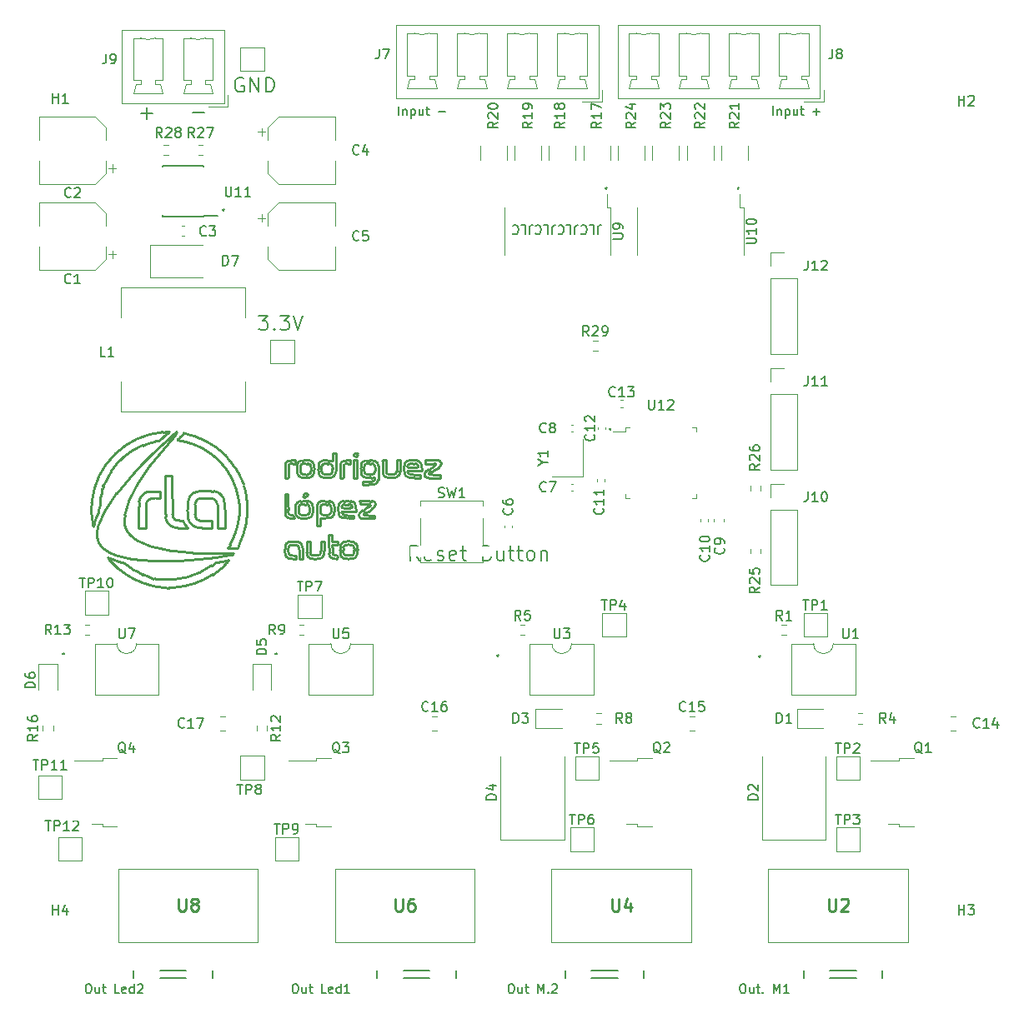
<source format=gto>
G04 #@! TF.GenerationSoftware,KiCad,Pcbnew,(5.1.9)-1*
G04 #@! TF.CreationDate,2021-07-18T17:28:12-05:00*
G04 #@! TF.ProjectId,jac_board,6a61635f-626f-4617-9264-2e6b69636164,rev?*
G04 #@! TF.SameCoordinates,Original*
G04 #@! TF.FileFunction,Legend,Top*
G04 #@! TF.FilePolarity,Positive*
%FSLAX46Y46*%
G04 Gerber Fmt 4.6, Leading zero omitted, Abs format (unit mm)*
G04 Created by KiCad (PCBNEW (5.1.9)-1) date 2021-07-18 17:28:12*
%MOMM*%
%LPD*%
G01*
G04 APERTURE LIST*
%ADD10C,0.150000*%
%ADD11C,0.250000*%
%ADD12C,0.120000*%
%ADD13C,0.100000*%
%ADD14C,0.200000*%
%ADD15C,0.254000*%
%ADD16R,2.750000X1.000000*%
%ADD17C,3.500000*%
%ADD18R,2.000000X2.000000*%
%ADD19R,6.400000X5.800000*%
%ADD20R,2.200000X1.200000*%
%ADD21R,3.300000X2.500000*%
%ADD22R,2.500000X1.800000*%
%ADD23O,1.800000X3.600000*%
%ADD24C,2.400000*%
%ADD25R,2.000000X1.780000*%
%ADD26O,1.700000X1.700000*%
%ADD27R,1.700000X1.700000*%
%ADD28C,2.100000*%
%ADD29R,0.800000X1.300000*%
%ADD30R,1.100000X1.300000*%
%ADD31R,1.550000X0.600000*%
%ADD32R,2.600000X3.100000*%
%ADD33R,2.900000X5.400000*%
G04 APERTURE END LIST*
D10*
X142481371Y-56901542D02*
X143624228Y-56901542D01*
X137223571Y-57003142D02*
X138366428Y-57003142D01*
X137795000Y-57574571D02*
X137795000Y-56431714D01*
X200025000Y-112143314D02*
X200096428Y-112214742D01*
X200025000Y-112286171D01*
X199953571Y-112214742D01*
X200025000Y-112143314D01*
X200025000Y-112286171D01*
X173431200Y-112067114D02*
X173502628Y-112138542D01*
X173431200Y-112209971D01*
X173359771Y-112138542D01*
X173431200Y-112067114D01*
X173431200Y-112209971D01*
X150926800Y-111838514D02*
X150998228Y-111909942D01*
X150926800Y-111981371D01*
X150855371Y-111909942D01*
X150926800Y-111838514D01*
X150926800Y-111981371D01*
X129362200Y-111838514D02*
X129433628Y-111909942D01*
X129362200Y-111981371D01*
X129290771Y-111909942D01*
X129362200Y-111838514D01*
X129362200Y-111981371D01*
X197866000Y-64543714D02*
X197937428Y-64615142D01*
X197866000Y-64686571D01*
X197794571Y-64615142D01*
X197866000Y-64543714D01*
X197866000Y-64686571D01*
X184454800Y-64543714D02*
X184526228Y-64615142D01*
X184454800Y-64686571D01*
X184383371Y-64615142D01*
X184454800Y-64543714D01*
X184454800Y-64686571D01*
X145592800Y-66753514D02*
X145664228Y-66824942D01*
X145592800Y-66896371D01*
X145521371Y-66824942D01*
X145592800Y-66753514D01*
X145592800Y-66896371D01*
X184835800Y-89003914D02*
X184907228Y-89075342D01*
X184835800Y-89146771D01*
X184764371Y-89075342D01*
X184835800Y-89003914D01*
X184835800Y-89146771D01*
X183582742Y-69276057D02*
X183582742Y-68633200D01*
X183625600Y-68504628D01*
X183711314Y-68418914D01*
X183839885Y-68376057D01*
X183925600Y-68376057D01*
X182725600Y-68376057D02*
X183154171Y-68376057D01*
X183154171Y-69276057D01*
X181911314Y-68461771D02*
X181954171Y-68418914D01*
X182082742Y-68376057D01*
X182168457Y-68376057D01*
X182297028Y-68418914D01*
X182382742Y-68504628D01*
X182425600Y-68590342D01*
X182468457Y-68761771D01*
X182468457Y-68890342D01*
X182425600Y-69061771D01*
X182382742Y-69147485D01*
X182297028Y-69233200D01*
X182168457Y-69276057D01*
X182082742Y-69276057D01*
X181954171Y-69233200D01*
X181911314Y-69190342D01*
X181268457Y-69276057D02*
X181268457Y-68633200D01*
X181311314Y-68504628D01*
X181397028Y-68418914D01*
X181525600Y-68376057D01*
X181611314Y-68376057D01*
X180411314Y-68376057D02*
X180839885Y-68376057D01*
X180839885Y-69276057D01*
X179597028Y-68461771D02*
X179639885Y-68418914D01*
X179768457Y-68376057D01*
X179854171Y-68376057D01*
X179982742Y-68418914D01*
X180068457Y-68504628D01*
X180111314Y-68590342D01*
X180154171Y-68761771D01*
X180154171Y-68890342D01*
X180111314Y-69061771D01*
X180068457Y-69147485D01*
X179982742Y-69233200D01*
X179854171Y-69276057D01*
X179768457Y-69276057D01*
X179639885Y-69233200D01*
X179597028Y-69190342D01*
X178954171Y-69276057D02*
X178954171Y-68633200D01*
X178997028Y-68504628D01*
X179082742Y-68418914D01*
X179211314Y-68376057D01*
X179297028Y-68376057D01*
X178097028Y-68376057D02*
X178525600Y-68376057D01*
X178525600Y-69276057D01*
X177282742Y-68461771D02*
X177325600Y-68418914D01*
X177454171Y-68376057D01*
X177539885Y-68376057D01*
X177668457Y-68418914D01*
X177754171Y-68504628D01*
X177797028Y-68590342D01*
X177839885Y-68761771D01*
X177839885Y-68890342D01*
X177797028Y-69061771D01*
X177754171Y-69147485D01*
X177668457Y-69233200D01*
X177539885Y-69276057D01*
X177454171Y-69276057D01*
X177325600Y-69233200D01*
X177282742Y-69190342D01*
X176639885Y-69276057D02*
X176639885Y-68633200D01*
X176682742Y-68504628D01*
X176768457Y-68418914D01*
X176897028Y-68376057D01*
X176982742Y-68376057D01*
X175782742Y-68376057D02*
X176211314Y-68376057D01*
X176211314Y-69276057D01*
X174968457Y-68461771D02*
X175011314Y-68418914D01*
X175139885Y-68376057D01*
X175225600Y-68376057D01*
X175354171Y-68418914D01*
X175439885Y-68504628D01*
X175482742Y-68590342D01*
X175525600Y-68761771D01*
X175525600Y-68890342D01*
X175482742Y-69061771D01*
X175439885Y-69147485D01*
X175354171Y-69233200D01*
X175225600Y-69276057D01*
X175139885Y-69276057D01*
X175011314Y-69233200D01*
X174968457Y-69190342D01*
X165454771Y-102430971D02*
X164954771Y-101716685D01*
X164597628Y-102430971D02*
X164597628Y-100930971D01*
X165169057Y-100930971D01*
X165311914Y-101002400D01*
X165383342Y-101073828D01*
X165454771Y-101216685D01*
X165454771Y-101430971D01*
X165383342Y-101573828D01*
X165311914Y-101645257D01*
X165169057Y-101716685D01*
X164597628Y-101716685D01*
X166669057Y-102359542D02*
X166526200Y-102430971D01*
X166240485Y-102430971D01*
X166097628Y-102359542D01*
X166026200Y-102216685D01*
X166026200Y-101645257D01*
X166097628Y-101502400D01*
X166240485Y-101430971D01*
X166526200Y-101430971D01*
X166669057Y-101502400D01*
X166740485Y-101645257D01*
X166740485Y-101788114D01*
X166026200Y-101930971D01*
X167311914Y-102359542D02*
X167454771Y-102430971D01*
X167740485Y-102430971D01*
X167883342Y-102359542D01*
X167954771Y-102216685D01*
X167954771Y-102145257D01*
X167883342Y-102002400D01*
X167740485Y-101930971D01*
X167526200Y-101930971D01*
X167383342Y-101859542D01*
X167311914Y-101716685D01*
X167311914Y-101645257D01*
X167383342Y-101502400D01*
X167526200Y-101430971D01*
X167740485Y-101430971D01*
X167883342Y-101502400D01*
X169169057Y-102359542D02*
X169026200Y-102430971D01*
X168740485Y-102430971D01*
X168597628Y-102359542D01*
X168526200Y-102216685D01*
X168526200Y-101645257D01*
X168597628Y-101502400D01*
X168740485Y-101430971D01*
X169026200Y-101430971D01*
X169169057Y-101502400D01*
X169240485Y-101645257D01*
X169240485Y-101788114D01*
X168526200Y-101930971D01*
X169669057Y-101430971D02*
X170240485Y-101430971D01*
X169883342Y-100930971D02*
X169883342Y-102216685D01*
X169954771Y-102359542D01*
X170097628Y-102430971D01*
X170240485Y-102430971D01*
X172383342Y-101645257D02*
X172597628Y-101716685D01*
X172669057Y-101788114D01*
X172740485Y-101930971D01*
X172740485Y-102145257D01*
X172669057Y-102288114D01*
X172597628Y-102359542D01*
X172454771Y-102430971D01*
X171883342Y-102430971D01*
X171883342Y-100930971D01*
X172383342Y-100930971D01*
X172526200Y-101002400D01*
X172597628Y-101073828D01*
X172669057Y-101216685D01*
X172669057Y-101359542D01*
X172597628Y-101502400D01*
X172526200Y-101573828D01*
X172383342Y-101645257D01*
X171883342Y-101645257D01*
X174026200Y-101430971D02*
X174026200Y-102430971D01*
X173383342Y-101430971D02*
X173383342Y-102216685D01*
X173454771Y-102359542D01*
X173597628Y-102430971D01*
X173811914Y-102430971D01*
X173954771Y-102359542D01*
X174026200Y-102288114D01*
X174526200Y-101430971D02*
X175097628Y-101430971D01*
X174740485Y-100930971D02*
X174740485Y-102216685D01*
X174811914Y-102359542D01*
X174954771Y-102430971D01*
X175097628Y-102430971D01*
X175383342Y-101430971D02*
X175954771Y-101430971D01*
X175597628Y-100930971D02*
X175597628Y-102216685D01*
X175669057Y-102359542D01*
X175811914Y-102430971D01*
X175954771Y-102430971D01*
X176669057Y-102430971D02*
X176526200Y-102359542D01*
X176454771Y-102288114D01*
X176383342Y-102145257D01*
X176383342Y-101716685D01*
X176454771Y-101573828D01*
X176526200Y-101502400D01*
X176669057Y-101430971D01*
X176883342Y-101430971D01*
X177026200Y-101502400D01*
X177097628Y-101573828D01*
X177169057Y-101716685D01*
X177169057Y-102145257D01*
X177097628Y-102288114D01*
X177026200Y-102359542D01*
X176883342Y-102430971D01*
X176669057Y-102430971D01*
X177811914Y-101430971D02*
X177811914Y-102430971D01*
X177811914Y-101573828D02*
X177883342Y-101502400D01*
X178026199Y-101430971D01*
X178240485Y-101430971D01*
X178383342Y-101502400D01*
X178454771Y-101645257D01*
X178454771Y-102430971D01*
X149169714Y-77537571D02*
X150098285Y-77537571D01*
X149598285Y-78109000D01*
X149812571Y-78109000D01*
X149955428Y-78180428D01*
X150026857Y-78251857D01*
X150098285Y-78394714D01*
X150098285Y-78751857D01*
X150026857Y-78894714D01*
X149955428Y-78966142D01*
X149812571Y-79037571D01*
X149384000Y-79037571D01*
X149241142Y-78966142D01*
X149169714Y-78894714D01*
X150741142Y-78894714D02*
X150812571Y-78966142D01*
X150741142Y-79037571D01*
X150669714Y-78966142D01*
X150741142Y-78894714D01*
X150741142Y-79037571D01*
X151312571Y-77537571D02*
X152241142Y-77537571D01*
X151741142Y-78109000D01*
X151955428Y-78109000D01*
X152098285Y-78180428D01*
X152169714Y-78251857D01*
X152241142Y-78394714D01*
X152241142Y-78751857D01*
X152169714Y-78894714D01*
X152098285Y-78966142D01*
X151955428Y-79037571D01*
X151526857Y-79037571D01*
X151384000Y-78966142D01*
X151312571Y-78894714D01*
X152669714Y-77537571D02*
X153169714Y-79037571D01*
X153669714Y-77537571D01*
X147599542Y-53402800D02*
X147456685Y-53331371D01*
X147242400Y-53331371D01*
X147028114Y-53402800D01*
X146885257Y-53545657D01*
X146813828Y-53688514D01*
X146742400Y-53974228D01*
X146742400Y-54188514D01*
X146813828Y-54474228D01*
X146885257Y-54617085D01*
X147028114Y-54759942D01*
X147242400Y-54831371D01*
X147385257Y-54831371D01*
X147599542Y-54759942D01*
X147670971Y-54688514D01*
X147670971Y-54188514D01*
X147385257Y-54188514D01*
X148313828Y-54831371D02*
X148313828Y-53331371D01*
X149170971Y-54831371D01*
X149170971Y-53331371D01*
X149885257Y-54831371D02*
X149885257Y-53331371D01*
X150242400Y-53331371D01*
X150456685Y-53402800D01*
X150599542Y-53545657D01*
X150670971Y-53688514D01*
X150742400Y-53974228D01*
X150742400Y-54188514D01*
X150670971Y-54474228D01*
X150599542Y-54617085D01*
X150456685Y-54759942D01*
X150242400Y-54831371D01*
X149885257Y-54831371D01*
X201411428Y-57177142D02*
X201411428Y-56277142D01*
X201840000Y-56577142D02*
X201840000Y-57177142D01*
X201840000Y-56662857D02*
X201882857Y-56620000D01*
X201968571Y-56577142D01*
X202097142Y-56577142D01*
X202182857Y-56620000D01*
X202225714Y-56705714D01*
X202225714Y-57177142D01*
X202654285Y-56577142D02*
X202654285Y-57477142D01*
X202654285Y-56620000D02*
X202740000Y-56577142D01*
X202911428Y-56577142D01*
X202997142Y-56620000D01*
X203040000Y-56662857D01*
X203082857Y-56748571D01*
X203082857Y-57005714D01*
X203040000Y-57091428D01*
X202997142Y-57134285D01*
X202911428Y-57177142D01*
X202740000Y-57177142D01*
X202654285Y-57134285D01*
X203854285Y-56577142D02*
X203854285Y-57177142D01*
X203468571Y-56577142D02*
X203468571Y-57048571D01*
X203511428Y-57134285D01*
X203597142Y-57177142D01*
X203725714Y-57177142D01*
X203811428Y-57134285D01*
X203854285Y-57091428D01*
X204154285Y-56577142D02*
X204497142Y-56577142D01*
X204282857Y-56277142D02*
X204282857Y-57048571D01*
X204325714Y-57134285D01*
X204411428Y-57177142D01*
X204497142Y-57177142D01*
X205482857Y-56834285D02*
X206168571Y-56834285D01*
X205825714Y-57177142D02*
X205825714Y-56491428D01*
X163391428Y-57197142D02*
X163391428Y-56297142D01*
X163820000Y-56597142D02*
X163820000Y-57197142D01*
X163820000Y-56682857D02*
X163862857Y-56640000D01*
X163948571Y-56597142D01*
X164077142Y-56597142D01*
X164162857Y-56640000D01*
X164205714Y-56725714D01*
X164205714Y-57197142D01*
X164634285Y-56597142D02*
X164634285Y-57497142D01*
X164634285Y-56640000D02*
X164720000Y-56597142D01*
X164891428Y-56597142D01*
X164977142Y-56640000D01*
X165020000Y-56682857D01*
X165062857Y-56768571D01*
X165062857Y-57025714D01*
X165020000Y-57111428D01*
X164977142Y-57154285D01*
X164891428Y-57197142D01*
X164720000Y-57197142D01*
X164634285Y-57154285D01*
X165834285Y-56597142D02*
X165834285Y-57197142D01*
X165448571Y-56597142D02*
X165448571Y-57068571D01*
X165491428Y-57154285D01*
X165577142Y-57197142D01*
X165705714Y-57197142D01*
X165791428Y-57154285D01*
X165834285Y-57111428D01*
X166134285Y-56597142D02*
X166477142Y-56597142D01*
X166262857Y-56297142D02*
X166262857Y-57068571D01*
X166305714Y-57154285D01*
X166391428Y-57197142D01*
X166477142Y-57197142D01*
X167462857Y-56854285D02*
X168148571Y-56854285D01*
X131821428Y-145507142D02*
X131992857Y-145507142D01*
X132078571Y-145550000D01*
X132164285Y-145635714D01*
X132207142Y-145807142D01*
X132207142Y-146107142D01*
X132164285Y-146278571D01*
X132078571Y-146364285D01*
X131992857Y-146407142D01*
X131821428Y-146407142D01*
X131735714Y-146364285D01*
X131650000Y-146278571D01*
X131607142Y-146107142D01*
X131607142Y-145807142D01*
X131650000Y-145635714D01*
X131735714Y-145550000D01*
X131821428Y-145507142D01*
X132978571Y-145807142D02*
X132978571Y-146407142D01*
X132592857Y-145807142D02*
X132592857Y-146278571D01*
X132635714Y-146364285D01*
X132721428Y-146407142D01*
X132850000Y-146407142D01*
X132935714Y-146364285D01*
X132978571Y-146321428D01*
X133278571Y-145807142D02*
X133621428Y-145807142D01*
X133407142Y-145507142D02*
X133407142Y-146278571D01*
X133450000Y-146364285D01*
X133535714Y-146407142D01*
X133621428Y-146407142D01*
X135035714Y-146407142D02*
X134607142Y-146407142D01*
X134607142Y-145507142D01*
X135678571Y-146364285D02*
X135592857Y-146407142D01*
X135421428Y-146407142D01*
X135335714Y-146364285D01*
X135292857Y-146278571D01*
X135292857Y-145935714D01*
X135335714Y-145850000D01*
X135421428Y-145807142D01*
X135592857Y-145807142D01*
X135678571Y-145850000D01*
X135721428Y-145935714D01*
X135721428Y-146021428D01*
X135292857Y-146107142D01*
X136492857Y-146407142D02*
X136492857Y-145507142D01*
X136492857Y-146364285D02*
X136407142Y-146407142D01*
X136235714Y-146407142D01*
X136150000Y-146364285D01*
X136107142Y-146321428D01*
X136064285Y-146235714D01*
X136064285Y-145978571D01*
X136107142Y-145892857D01*
X136150000Y-145850000D01*
X136235714Y-145807142D01*
X136407142Y-145807142D01*
X136492857Y-145850000D01*
X136878571Y-145592857D02*
X136921428Y-145550000D01*
X137007142Y-145507142D01*
X137221428Y-145507142D01*
X137307142Y-145550000D01*
X137350000Y-145592857D01*
X137392857Y-145678571D01*
X137392857Y-145764285D01*
X137350000Y-145892857D01*
X136835714Y-146407142D01*
X137392857Y-146407142D01*
X152821428Y-145507142D02*
X152992857Y-145507142D01*
X153078571Y-145550000D01*
X153164285Y-145635714D01*
X153207142Y-145807142D01*
X153207142Y-146107142D01*
X153164285Y-146278571D01*
X153078571Y-146364285D01*
X152992857Y-146407142D01*
X152821428Y-146407142D01*
X152735714Y-146364285D01*
X152650000Y-146278571D01*
X152607142Y-146107142D01*
X152607142Y-145807142D01*
X152650000Y-145635714D01*
X152735714Y-145550000D01*
X152821428Y-145507142D01*
X153978571Y-145807142D02*
X153978571Y-146407142D01*
X153592857Y-145807142D02*
X153592857Y-146278571D01*
X153635714Y-146364285D01*
X153721428Y-146407142D01*
X153850000Y-146407142D01*
X153935714Y-146364285D01*
X153978571Y-146321428D01*
X154278571Y-145807142D02*
X154621428Y-145807142D01*
X154407142Y-145507142D02*
X154407142Y-146278571D01*
X154450000Y-146364285D01*
X154535714Y-146407142D01*
X154621428Y-146407142D01*
X156035714Y-146407142D02*
X155607142Y-146407142D01*
X155607142Y-145507142D01*
X156678571Y-146364285D02*
X156592857Y-146407142D01*
X156421428Y-146407142D01*
X156335714Y-146364285D01*
X156292857Y-146278571D01*
X156292857Y-145935714D01*
X156335714Y-145850000D01*
X156421428Y-145807142D01*
X156592857Y-145807142D01*
X156678571Y-145850000D01*
X156721428Y-145935714D01*
X156721428Y-146021428D01*
X156292857Y-146107142D01*
X157492857Y-146407142D02*
X157492857Y-145507142D01*
X157492857Y-146364285D02*
X157407142Y-146407142D01*
X157235714Y-146407142D01*
X157150000Y-146364285D01*
X157107142Y-146321428D01*
X157064285Y-146235714D01*
X157064285Y-145978571D01*
X157107142Y-145892857D01*
X157150000Y-145850000D01*
X157235714Y-145807142D01*
X157407142Y-145807142D01*
X157492857Y-145850000D01*
X158392857Y-146407142D02*
X157878571Y-146407142D01*
X158135714Y-146407142D02*
X158135714Y-145507142D01*
X158050000Y-145635714D01*
X157964285Y-145721428D01*
X157878571Y-145764285D01*
X174750000Y-145507142D02*
X174921428Y-145507142D01*
X175007142Y-145550000D01*
X175092857Y-145635714D01*
X175135714Y-145807142D01*
X175135714Y-146107142D01*
X175092857Y-146278571D01*
X175007142Y-146364285D01*
X174921428Y-146407142D01*
X174750000Y-146407142D01*
X174664285Y-146364285D01*
X174578571Y-146278571D01*
X174535714Y-146107142D01*
X174535714Y-145807142D01*
X174578571Y-145635714D01*
X174664285Y-145550000D01*
X174750000Y-145507142D01*
X175907142Y-145807142D02*
X175907142Y-146407142D01*
X175521428Y-145807142D02*
X175521428Y-146278571D01*
X175564285Y-146364285D01*
X175650000Y-146407142D01*
X175778571Y-146407142D01*
X175864285Y-146364285D01*
X175907142Y-146321428D01*
X176207142Y-145807142D02*
X176550000Y-145807142D01*
X176335714Y-145507142D02*
X176335714Y-146278571D01*
X176378571Y-146364285D01*
X176464285Y-146407142D01*
X176550000Y-146407142D01*
X177535714Y-146407142D02*
X177535714Y-145507142D01*
X177835714Y-146150000D01*
X178135714Y-145507142D01*
X178135714Y-146407142D01*
X178564285Y-146321428D02*
X178607142Y-146364285D01*
X178564285Y-146407142D01*
X178521428Y-146364285D01*
X178564285Y-146321428D01*
X178564285Y-146407142D01*
X178950000Y-145592857D02*
X178992857Y-145550000D01*
X179078571Y-145507142D01*
X179292857Y-145507142D01*
X179378571Y-145550000D01*
X179421428Y-145592857D01*
X179464285Y-145678571D01*
X179464285Y-145764285D01*
X179421428Y-145892857D01*
X178907142Y-146407142D01*
X179464285Y-146407142D01*
X198250000Y-145507142D02*
X198421428Y-145507142D01*
X198507142Y-145550000D01*
X198592857Y-145635714D01*
X198635714Y-145807142D01*
X198635714Y-146107142D01*
X198592857Y-146278571D01*
X198507142Y-146364285D01*
X198421428Y-146407142D01*
X198250000Y-146407142D01*
X198164285Y-146364285D01*
X198078571Y-146278571D01*
X198035714Y-146107142D01*
X198035714Y-145807142D01*
X198078571Y-145635714D01*
X198164285Y-145550000D01*
X198250000Y-145507142D01*
X199407142Y-145807142D02*
X199407142Y-146407142D01*
X199021428Y-145807142D02*
X199021428Y-146278571D01*
X199064285Y-146364285D01*
X199150000Y-146407142D01*
X199278571Y-146407142D01*
X199364285Y-146364285D01*
X199407142Y-146321428D01*
X199707142Y-145807142D02*
X200050000Y-145807142D01*
X199835714Y-145507142D02*
X199835714Y-146278571D01*
X199878571Y-146364285D01*
X199964285Y-146407142D01*
X200050000Y-146407142D01*
X200350000Y-146321428D02*
X200392857Y-146364285D01*
X200350000Y-146407142D01*
X200307142Y-146364285D01*
X200350000Y-146321428D01*
X200350000Y-146407142D01*
X201464285Y-146407142D02*
X201464285Y-145507142D01*
X201764285Y-146150000D01*
X202064285Y-145507142D01*
X202064285Y-146407142D01*
X202964285Y-146407142D02*
X202450000Y-146407142D01*
X202707142Y-146407142D02*
X202707142Y-145507142D01*
X202621428Y-145635714D01*
X202535714Y-145721428D01*
X202450000Y-145764285D01*
D11*
X133400800Y-94894400D02*
X133273800Y-95148400D01*
X137795000Y-103987600D02*
X138506200Y-104292400D01*
X147599400Y-94691200D02*
X146989800Y-93421200D01*
X140930918Y-99129671D02*
G75*
G02*
X140719155Y-99106952I101700J1946225D01*
G01*
X140719155Y-99106952D02*
G75*
G02*
X140555010Y-99066085I165159J1013462D01*
G01*
X166414005Y-94042563D02*
G75*
G02*
X166195941Y-94007479I29438J878216D01*
G01*
X166991941Y-92827792D02*
X166394845Y-93213822D01*
X166016811Y-93603193D02*
G75*
G02*
X166128304Y-93429606I433700J-155963D01*
G01*
X167153672Y-92644091D02*
G75*
G02*
X167157904Y-92706444I-20809J-32733D01*
G01*
X167036879Y-92608341D02*
G75*
G02*
X167153671Y-92644092I-6388J-229515D01*
G01*
X139957829Y-98672804D02*
G75*
G02*
X139822120Y-98452746I825559J660994D01*
G01*
X139698199Y-97466508D02*
X139714084Y-98009180D01*
X166721346Y-92253475D02*
X166083846Y-92252792D01*
X167583846Y-93877792D02*
X167583846Y-93702792D01*
X166896346Y-94051202D02*
X167583846Y-94052792D01*
X167217456Y-92259735D02*
G75*
G02*
X167440941Y-92286615I-28510J-1179553D01*
G01*
X166078149Y-93929863D02*
G75*
G02*
X166007513Y-93790286I273024J225831D01*
G01*
X167440941Y-92286615D02*
G75*
G02*
X167569688Y-92347344I-67982J-310963D01*
G01*
X167041286Y-93252392D02*
X167335699Y-93056208D01*
X166195942Y-94007479D02*
G75*
G02*
X166078149Y-93929863I67862J231180D01*
G01*
X165134739Y-92622435D02*
G75*
G02*
X165216075Y-92652549I-69427J-312418D01*
G01*
X139822121Y-98452746D02*
G75*
G02*
X139737446Y-98197799I1118186J512914D01*
G01*
X139683846Y-95900331D02*
X139687307Y-96770310D01*
X167004679Y-93702792D02*
X166571418Y-93697238D01*
X166083846Y-92427792D02*
X166083846Y-92602792D01*
X139737446Y-98197799D02*
G75*
G02*
X139714084Y-98009180I1056871J226659D01*
G01*
X167700450Y-92544626D02*
G75*
G02*
X167710992Y-92604305I-149261J-57137D01*
G01*
X167583846Y-93702792D02*
X167004679Y-93702792D01*
X139687307Y-96770310D02*
X139698199Y-97466508D01*
X166462770Y-93593179D02*
G75*
G02*
X166687518Y-93457035I1617950J-2417356D01*
G01*
X167217456Y-92259736D02*
X166721346Y-92253475D01*
X167657416Y-92755556D02*
G75*
G02*
X167557541Y-92881568I-372414J192583D01*
G01*
X166687518Y-93457035D02*
X167041286Y-93252392D01*
X166571419Y-93697238D02*
G75*
G02*
X166460531Y-93657709I4843J188886D01*
G01*
X165216075Y-92652549D02*
G75*
G02*
X165283846Y-92702792I-135261J-253276D01*
G01*
X141299918Y-99144608D02*
X141940991Y-99163019D01*
X166083846Y-92252792D02*
X166083846Y-92427792D01*
X140930918Y-99129670D02*
X141299918Y-99144608D01*
X140555010Y-99066085D02*
G75*
G02*
X140374813Y-98993849I568448J1678898D01*
G01*
X167569688Y-92347344D02*
G75*
G02*
X167662132Y-92459148I-211444J-268950D01*
G01*
X167698781Y-92665095D02*
G75*
G02*
X167657416Y-92755556I-955193J382097D01*
G01*
X140374813Y-98993848D02*
G75*
G02*
X140143290Y-98853901I531760J1141207D01*
G01*
X167710991Y-92604305D02*
G75*
G02*
X167698782Y-92665095I-170977J2720D01*
G01*
X166007513Y-93790286D02*
G75*
G02*
X166016811Y-93603193I311887J78279D01*
G01*
X166414005Y-94042562D02*
X166896346Y-94051202D01*
X166128304Y-93429606D02*
G75*
G02*
X166394845Y-93213822I1282823J-1312056D01*
G01*
X167157903Y-92706443D02*
G75*
G02*
X166991941Y-92827792I-942440J1114769D01*
G01*
X140143290Y-98853902D02*
G75*
G02*
X139957829Y-98672804I644834J845885D01*
G01*
X167662132Y-92459147D02*
G75*
G02*
X167700450Y-92544626I-745551J-385541D01*
G01*
X167583846Y-94052792D02*
X167583846Y-93877792D01*
X166460531Y-93657708D02*
G75*
G02*
X166462771Y-93593179I24375J31457D01*
G01*
X167335699Y-93056208D02*
X167557541Y-92881568D01*
X166083846Y-92602792D02*
X166638012Y-92602792D01*
X166638012Y-92602792D02*
X167036879Y-92608342D01*
X164039409Y-92557881D02*
G75*
G02*
X164156352Y-92416162I374046J-189545D01*
G01*
X165383845Y-92902793D02*
G75*
G02*
X165360999Y-92957590I-77140J0D01*
G01*
X165354470Y-92802792D02*
G75*
G02*
X165376708Y-92857290I-345649J-172826D01*
G01*
X164430111Y-93339964D02*
G75*
G02*
X164616542Y-93324411I245647J-1819437D01*
G01*
X164331848Y-93366038D02*
G75*
G02*
X164430111Y-93339964I152741J-377428D01*
G01*
X163975726Y-93588237D02*
G75*
G02*
X163943927Y-93093874I2482829J407909D01*
G01*
X162304805Y-93677258D02*
G75*
G02*
X162161394Y-93584069I33779J208927D01*
G01*
X163972743Y-92769042D02*
G75*
G02*
X164039409Y-92557880I674439J-96824D01*
G01*
X164996346Y-94052715D02*
X165533846Y-94052792D01*
X165008846Y-93702792D02*
X164707250Y-93699473D01*
X163943927Y-93093874D02*
G75*
G02*
X163972743Y-92769042I3013024J-103587D01*
G01*
X165715635Y-92828995D02*
G75*
G02*
X165733846Y-93049814I-1329649J-220818D01*
G01*
X162083846Y-92252792D02*
X161932276Y-92252792D01*
X164338529Y-92315176D02*
G75*
G02*
X164573339Y-92267410I273714J-744507D01*
G01*
X164380772Y-93599718D02*
G75*
G02*
X164342536Y-93554036I238276J238277D01*
G01*
X161773747Y-92298540D02*
G75*
G02*
X161814570Y-92274039I107379J-132655D01*
G01*
X164319616Y-92770070D02*
G75*
G02*
X164416917Y-92675377I218098J-126768D01*
G01*
X164616542Y-93324411D02*
X165021970Y-93313920D01*
X165322116Y-92748433D02*
G75*
G02*
X165354471Y-92802792I-354210J-247641D01*
G01*
X162622720Y-93702793D02*
G75*
G02*
X162304804Y-93677258I-1J1991848D01*
G01*
X164306691Y-92957589D02*
G75*
G02*
X164283846Y-92902792I54295J54796D01*
G01*
X164493827Y-93000502D02*
G75*
G02*
X164365096Y-92988020I10484J778172D01*
G01*
X165573707Y-92481605D02*
G75*
G02*
X165661133Y-92636451I-563255J-420118D01*
G01*
X165533846Y-94052792D02*
X165533846Y-93877792D01*
X164555106Y-93685384D02*
G75*
G02*
X164458695Y-93654980I57504J350403D01*
G01*
X164156353Y-92416161D02*
G75*
G02*
X164338529Y-92315176I416684J-536880D01*
G01*
X162964095Y-93680716D02*
G75*
G02*
X162622720Y-93702792I-341376J2628424D01*
G01*
X164295004Y-93451944D02*
G75*
G02*
X164293896Y-93412218I89339J22372D01*
G01*
X164293895Y-93412219D02*
G75*
G02*
X164331848Y-93366038I61410J-11782D01*
G01*
X164926479Y-92267773D02*
G75*
G02*
X165271471Y-92301772I-188069J-3675746D01*
G01*
X165533846Y-93702792D02*
X165008846Y-93702792D01*
X163107610Y-93593717D02*
G75*
G02*
X162964095Y-93680717I-170271J119007D01*
G01*
X162083846Y-92877792D02*
X162083846Y-92252792D01*
X165302596Y-92988020D02*
G75*
G02*
X165173865Y-93000502I-139216J765690D01*
G01*
X165733846Y-93300047D02*
X165733846Y-93049814D01*
X161751295Y-92329439D02*
G75*
G02*
X161773746Y-92298540I68848J-26419D01*
G01*
X161814570Y-92274040D02*
G75*
G02*
X161869086Y-92258111I95406J-225277D01*
G01*
X165271471Y-92301771D02*
G75*
G02*
X165457691Y-92372438I-66887J-456958D01*
G01*
X164342536Y-93554036D02*
G75*
G02*
X164312734Y-93502122I281855J196316D01*
G01*
X165376708Y-92857290D02*
G75*
G02*
X165383846Y-92902792I-141469J-45503D01*
G01*
X164707250Y-93699473D02*
G75*
G02*
X164555105Y-93685384I23931J1086987D01*
G01*
X165283845Y-92702793D02*
G75*
G02*
X165322115Y-92748434I-240633J-240632D01*
G01*
X165661133Y-92636451D02*
G75*
G02*
X165715634Y-92828995I-834379J-340162D01*
G01*
X165021970Y-93313920D02*
X165733846Y-93300047D01*
X164458694Y-93654980D02*
G75*
G02*
X164380771Y-93599718I123428J256612D01*
G01*
X164127190Y-93867234D02*
G75*
G02*
X163975727Y-93588237I325598J357375D01*
G01*
X165533846Y-93877792D02*
X165533846Y-93702792D01*
X164996346Y-94052715D02*
G75*
G02*
X164432624Y-94011746I560J3906552D01*
G01*
X164432624Y-94011746D02*
G75*
G02*
X164127190Y-93867234I83394J571288D01*
G01*
X165019332Y-92607067D02*
G75*
G02*
X165134738Y-92622435I-31122J-674747D01*
G01*
X164833846Y-92602792D02*
X165019332Y-92607068D01*
X161869086Y-92258110D02*
G75*
G02*
X161932276Y-92252792I63190J-372748D01*
G01*
X165361000Y-92957591D02*
G75*
G02*
X165302596Y-92988020I-78306J79032D01*
G01*
X164312734Y-93502122D02*
G75*
G02*
X164295005Y-93451944I256516J118854D01*
G01*
X165173865Y-93000502D02*
X164833846Y-93002792D01*
X165457691Y-92372439D02*
G75*
G02*
X165573707Y-92481605I-250795J-382761D01*
G01*
X164585437Y-92619856D02*
G75*
G02*
X164833846Y-92602792I248410J-1799580D01*
G01*
X164416917Y-92675377D02*
G75*
G02*
X164585437Y-92619857I235877J-432442D01*
G01*
X162161394Y-93584068D02*
G75*
G02*
X162096928Y-93386250I334290J218352D01*
G01*
X164365095Y-92988020D02*
G75*
G02*
X164306692Y-92957590I19902J109461D01*
G01*
X164573339Y-92267410D02*
G75*
G02*
X164926480Y-92267773I172951J-3522052D01*
G01*
X164283846Y-92902793D02*
G75*
G02*
X164319616Y-92770070I264113J1D01*
G01*
X162096928Y-93386250D02*
X162083846Y-92877792D01*
X164833846Y-93002792D02*
X164493826Y-93000502D01*
X161742396Y-93022238D02*
X161770111Y-93475774D01*
X163523866Y-93381026D02*
G75*
G02*
X163487789Y-93622931I-1118467J43164D01*
G01*
X163069497Y-94008954D02*
G75*
G02*
X162726732Y-94049470I-497333J2737307D01*
G01*
X161827756Y-93719681D02*
G75*
G02*
X161770111Y-93475774I816415J321718D01*
G01*
X160734739Y-92622435D02*
G75*
G02*
X160816075Y-92652549I-69427J-312418D01*
G01*
X160619332Y-93698517D02*
X160433846Y-93702792D01*
X163267716Y-93922972D02*
G75*
G02*
X163069497Y-94008954I-283091J381153D01*
G01*
X160734738Y-93683149D02*
G75*
G02*
X160619332Y-93698517I-146528J659378D01*
G01*
X162372592Y-94046410D02*
G75*
G02*
X162122453Y-93986700I58233J797747D01*
G01*
X159938528Y-92315177D02*
G75*
G02*
X160033812Y-92290664I169180J-460169D01*
G01*
X160131818Y-93682269D02*
G75*
G02*
X159979793Y-93606845I35965J263414D01*
G01*
X160619332Y-92607067D02*
G75*
G02*
X160734738Y-92622435I-31122J-674747D01*
G01*
X162122453Y-93986701D02*
G75*
G02*
X161936336Y-93872089I270876J648297D01*
G01*
X159904369Y-92850765D02*
G75*
G02*
X159979793Y-92698740I263414J-35965D01*
G01*
X160433845Y-93702793D02*
G75*
G02*
X160131817Y-93682269I2J2232618D01*
G01*
X160979570Y-92967306D02*
X160983846Y-93152792D01*
X160433846Y-92602792D02*
X160619332Y-92607068D01*
X160883846Y-93602793D02*
G75*
G02*
X160816075Y-93653036I-203032J203033D01*
G01*
X161736678Y-92780622D02*
X161742396Y-93022238D01*
X160934089Y-93535021D02*
G75*
G02*
X160883846Y-93602792I-253276J135260D01*
G01*
X160174385Y-92274279D02*
X160033812Y-92290664D01*
X161740413Y-92383639D02*
G75*
G02*
X161751295Y-92329439I164969J-4929D01*
G01*
X159733846Y-94752792D02*
X160321346Y-94752606D01*
X160502734Y-94449044D02*
X160227103Y-94452792D01*
X160655945Y-94434329D02*
G75*
G02*
X160502734Y-94449044I-183766J1108319D01*
G01*
X163171420Y-93407120D02*
G75*
G02*
X163107609Y-93593717I-355742J17443D01*
G01*
X163183846Y-92252792D02*
X163183846Y-92899957D01*
X163533108Y-92915292D02*
X163533846Y-92252792D01*
X163183846Y-92899957D02*
X163171419Y-93407119D01*
X160983846Y-93152792D02*
X160979570Y-93338279D01*
X163358846Y-92252792D02*
X163183846Y-92252792D01*
X161182365Y-94564029D02*
G75*
G02*
X160916554Y-94713712I-318840J255346D01*
G01*
X160962326Y-92332975D02*
G75*
G02*
X161194842Y-92497006I-97657J-385242D01*
G01*
X159883845Y-93152792D02*
G75*
G02*
X159904369Y-92850764I2232618J-2D01*
G01*
X163533846Y-92252792D02*
X163358846Y-92252792D01*
X160979571Y-93338279D02*
G75*
G02*
X160964203Y-93453685I-674747J31122D01*
G01*
X160964202Y-92851900D02*
G75*
G02*
X160979570Y-92967306I-659378J-146528D01*
G01*
X161736549Y-92564565D02*
X161736678Y-92780622D01*
X163523866Y-93381026D02*
X163533108Y-92915292D01*
X163409778Y-93782652D02*
G75*
G02*
X163267716Y-93922973I-567443J432411D01*
G01*
X160227103Y-94452792D02*
X159733846Y-94452792D01*
X159733846Y-94602792D02*
X159733846Y-94752792D01*
X161740413Y-92383639D02*
X161736549Y-92564565D01*
X160339679Y-92266340D02*
X160174385Y-92274279D01*
X162726732Y-94049471D02*
G75*
G02*
X162372593Y-94046411I-153284J2754721D01*
G01*
X160816074Y-93653036D02*
G75*
G02*
X160734738Y-93683150I-150762J282304D01*
G01*
X161305922Y-94249001D02*
G75*
G02*
X161182365Y-94564029I-568301J41150D01*
G01*
X160816075Y-92652549D02*
G75*
G02*
X160883846Y-92702792I-135261J-253276D01*
G01*
X160516016Y-92268433D02*
G75*
G02*
X160962327Y-92332975I-84084J-2156873D01*
G01*
X160131818Y-92623316D02*
G75*
G02*
X160433846Y-92602792I302029J-2212094D01*
G01*
X159904370Y-93454820D02*
G75*
G02*
X159883846Y-93152792I2212093J302029D01*
G01*
X160516015Y-92268433D02*
X160339679Y-92266340D01*
X159979793Y-93606845D02*
G75*
G02*
X159904369Y-93454821I187990J187990D01*
G01*
X160964203Y-93453686D02*
G75*
G02*
X160934089Y-93535022I-312418J69427D01*
G01*
X161333567Y-93488687D02*
X161306590Y-92817470D01*
X159733846Y-94452792D02*
X159733846Y-94602792D01*
X163487789Y-93622931D02*
G75*
G02*
X163409778Y-93782652I-439511J115754D01*
G01*
X160883846Y-92702792D02*
G75*
G02*
X160934089Y-92770563I-203033J-203032D01*
G01*
X161936336Y-93872089D02*
G75*
G02*
X161827757Y-93719681I252270J294605D01*
G01*
X160934089Y-92770564D02*
G75*
G02*
X160964203Y-92851900I-282304J-150762D01*
G01*
X161194843Y-92497005D02*
G75*
G02*
X161306590Y-92817470I-559372J-374772D01*
G01*
X160916555Y-94713712D02*
G75*
G02*
X160321346Y-94752606I-596668J4557209D01*
G01*
X159979793Y-92698740D02*
G75*
G02*
X160131817Y-92623316I187990J-187990D01*
G01*
X161305922Y-94249001D02*
X161333567Y-93488687D01*
X159650235Y-93771668D02*
G75*
G02*
X159604740Y-93677720I339180J222240D01*
G01*
X153933845Y-93702793D02*
G75*
G02*
X153631817Y-93682269I2J2232618D01*
G01*
X160924670Y-94039913D02*
G75*
G02*
X160967526Y-94071294I-12990J-62696D01*
G01*
X160828135Y-94031602D02*
G75*
G02*
X160924670Y-94039914I13329J-409902D01*
G01*
X153479793Y-92698740D02*
G75*
G02*
X153631817Y-92623316I187990J-187990D01*
G01*
X159783457Y-93910937D02*
G75*
G02*
X159650235Y-93771668I309296J429219D01*
G01*
X158483846Y-92252792D02*
X158221346Y-92254750D01*
X157592600Y-94043740D02*
X157758846Y-94027792D01*
X157991892Y-92275581D02*
X157884621Y-92297314D01*
X158958846Y-92252792D02*
X158783846Y-92252792D01*
X160545539Y-94042951D02*
X160828135Y-94031601D01*
X154234738Y-93683149D02*
G75*
G02*
X154119332Y-93698517I-146528J659378D01*
G01*
X158109846Y-92260354D02*
X157991892Y-92275581D01*
X160545539Y-94042950D02*
G75*
G02*
X160207448Y-94042283I-162346J3395584D01*
G01*
X160207448Y-94042283D02*
G75*
G02*
X159962489Y-93999486I53146J1026625D01*
G01*
X159962489Y-93999486D02*
G75*
G02*
X159783457Y-93910937I176203J581519D01*
G01*
X158958846Y-94052792D02*
X159133846Y-94052792D01*
X157758846Y-94027792D02*
X157771805Y-93402792D01*
X157426355Y-94059687D02*
X157592600Y-94043740D01*
X153631818Y-93682269D02*
G75*
G02*
X153479793Y-93606845I35965J263414D01*
G01*
X159558846Y-93146158D02*
X159562896Y-93400110D01*
X159133846Y-92252792D02*
X158958846Y-92252792D01*
X159558845Y-93146158D02*
G75*
G02*
X159575542Y-92785379I3906237J-1D01*
G01*
X158783846Y-94052792D02*
X158958846Y-94052792D01*
X157771805Y-93402792D02*
X157793935Y-92925416D01*
X159133846Y-94052792D02*
X159133846Y-93152792D01*
X154119332Y-92607067D02*
G75*
G02*
X154234738Y-92622435I-31122J-674747D01*
G01*
X157442600Y-93336329D02*
X157426355Y-94059687D01*
X157614171Y-92441353D02*
G75*
G02*
X157808846Y-92322918I547248J-680311D01*
G01*
X154234739Y-92622435D02*
G75*
G02*
X154316075Y-92652549I-69427J-312418D01*
G01*
X153404369Y-92850765D02*
G75*
G02*
X153479793Y-92698740I263414J-35965D01*
G01*
X159749072Y-92419995D02*
G75*
G02*
X159938529Y-92315176I434511J-561736D01*
G01*
X158783846Y-93152792D02*
X158783846Y-94052792D01*
X157463716Y-92819315D02*
X157442600Y-93336329D01*
X158783846Y-92252792D02*
X158783846Y-93152792D01*
X157463716Y-92819315D02*
G75*
G02*
X157512082Y-92584328I835583J-49512D01*
G01*
X158483846Y-92602792D02*
X158483846Y-92427792D01*
X153479793Y-93606845D02*
G75*
G02*
X153404369Y-93454821I187990J187990D01*
G01*
X159133846Y-93152792D02*
X159133846Y-92252792D01*
X158221346Y-92254750D02*
X158109846Y-92260354D01*
X157793935Y-92925416D02*
G75*
G02*
X157855562Y-92726490I458490J-33030D01*
G01*
X154119332Y-93698517D02*
X153933846Y-93702792D01*
X158239385Y-92602792D02*
X158483846Y-92602792D01*
X153383845Y-93152792D02*
G75*
G02*
X153404369Y-92850764I2232618J-2D01*
G01*
X160945146Y-94243143D02*
G75*
G02*
X160902508Y-94301249I-365845J223759D01*
G01*
X157808846Y-92322918D02*
G75*
G02*
X157884621Y-92297314I179998J-407780D01*
G01*
X157855562Y-92726490D02*
G75*
G02*
X157984121Y-92631884I173875J-101626D01*
G01*
X153933846Y-92602792D02*
X154119332Y-92607068D01*
X160760563Y-94403618D02*
G75*
G02*
X160655945Y-94434328I-178365J414061D01*
G01*
X159575542Y-92785379D02*
G75*
G02*
X159634407Y-92564580I680191J-63092D01*
G01*
X157984121Y-92631883D02*
G75*
G02*
X158239385Y-92602792I255263J-1105370D01*
G01*
X159634407Y-92564580D02*
G75*
G02*
X159749072Y-92419996I350312J-160061D01*
G01*
X153631818Y-92623316D02*
G75*
G02*
X153933846Y-92602792I302029J-2212094D01*
G01*
X159604739Y-93677720D02*
G75*
G02*
X159577283Y-93562274I637425J212587D01*
G01*
X157512081Y-92584329D02*
G75*
G02*
X157614170Y-92441354I306080J-110616D01*
G01*
X160852103Y-94349163D02*
G75*
G02*
X160760563Y-94403617I-254212J323177D01*
G01*
X160902508Y-94301248D02*
G75*
G02*
X160852103Y-94349163I-280546J244660D01*
G01*
X159577283Y-93562274D02*
G75*
G02*
X159562896Y-93400110I1424102J208065D01*
G01*
X158483846Y-92427792D02*
X158483846Y-92252792D01*
X160974413Y-94184054D02*
G75*
G02*
X160945146Y-94243143I-345554J134360D01*
G01*
X160983846Y-94133764D02*
G75*
G02*
X160974413Y-94184054I-138771J-1D01*
G01*
X154316075Y-92652549D02*
G75*
G02*
X154383846Y-92702792I-135261J-253276D01*
G01*
X153404370Y-93454820D02*
G75*
G02*
X153383846Y-93152792I2212093J302029D01*
G01*
X160967527Y-94071294D02*
G75*
G02*
X160983846Y-94133765I-111411J-62471D01*
G01*
X152171805Y-93402792D02*
X152193935Y-92925416D01*
X153812353Y-92261126D02*
X153661627Y-92275161D01*
X154375453Y-92301066D02*
G75*
G02*
X154640602Y-92449860I-119888J-524280D01*
G01*
X153958846Y-92255692D02*
X153812353Y-92261126D01*
X152883846Y-92602792D02*
X152883846Y-92427792D01*
X159009672Y-91559339D02*
G75*
G02*
X159088194Y-91552792I78522J-467605D01*
G01*
X159178770Y-91801184D02*
G75*
G02*
X159151577Y-91842642I-87205J27552D01*
G01*
X154316074Y-93653036D02*
G75*
G02*
X154234738Y-93683150I-150762J282304D01*
G01*
X159008846Y-91865292D02*
X159108314Y-91860990D01*
X159226331Y-91608321D02*
G75*
G02*
X159210202Y-91690190I-803928J115856D01*
G01*
X159008846Y-91865293D02*
G75*
G02*
X158900251Y-91857253I-1J737439D01*
G01*
X154383846Y-93602793D02*
G75*
G02*
X154316075Y-93653036I-203032J203033D01*
G01*
X154464202Y-92851900D02*
G75*
G02*
X154479570Y-92967306I-659378J-146528D01*
G01*
X153438529Y-92318115D02*
G75*
G02*
X153527487Y-92294920I185656J-529851D01*
G01*
X153933845Y-94052637D02*
G75*
G02*
X153484823Y-94003888I-1J2092305D01*
G01*
X153958846Y-92255692D02*
G75*
G02*
X154375454Y-92301066I14155J-1805317D01*
G01*
X152014171Y-92441353D02*
G75*
G02*
X152208846Y-92322918I547248J-680311D01*
G01*
X158910467Y-91617868D02*
G75*
G02*
X158953191Y-91579851I116680J-88111D01*
G01*
X159181523Y-91556432D02*
G75*
G02*
X159215886Y-91573513I-3995J-51142D01*
G01*
X154787122Y-92721884D02*
G75*
G02*
X154833690Y-93152792I-1970373J-430907D01*
G01*
X153661627Y-92275161D02*
X153527487Y-92294920D01*
X153213975Y-93849007D02*
G75*
G02*
X153074053Y-93563269I403934J374929D01*
G01*
X153072859Y-92768478D02*
G75*
G02*
X153139852Y-92556992I673351J-96946D01*
G01*
X152158846Y-94027792D02*
X152171805Y-93402792D01*
X159181523Y-91556432D02*
X159088194Y-91552792D01*
X154434089Y-93535021D02*
G75*
G02*
X154383846Y-93602792I-253276J135260D01*
G01*
X152621346Y-92254750D02*
X152509846Y-92260354D01*
X152883846Y-92252792D02*
X152621346Y-92254750D01*
X151863716Y-92819315D02*
G75*
G02*
X151912082Y-92584328I835583J-49512D01*
G01*
X152391892Y-92275581D02*
X152284621Y-92297314D01*
X154464203Y-93453686D02*
G75*
G02*
X154434089Y-93535022I-312418J69427D01*
G01*
X154786840Y-93587203D02*
G75*
G02*
X154638927Y-93857873I-535431J116847D01*
G01*
X151912081Y-92584329D02*
G75*
G02*
X152014170Y-92441354I306080J-110616D01*
G01*
X153256967Y-92416204D02*
G75*
G02*
X153438529Y-92318115I398004J-519623D01*
G01*
X152639385Y-92602792D02*
X152883846Y-92602792D01*
X151826355Y-94059687D02*
X151992600Y-94043740D01*
X154833690Y-93152792D02*
G75*
G02*
X154786840Y-93587204I-2037428J-2D01*
G01*
X154479571Y-93338279D02*
G75*
G02*
X154464203Y-93453685I-674747J31122D01*
G01*
X154483846Y-93152792D02*
X154479570Y-93338279D01*
X154479570Y-92967306D02*
X154483846Y-93152792D01*
X153043928Y-93093874D02*
G75*
G02*
X153072859Y-92768478I3007104J-103385D01*
G01*
X151992600Y-94043740D02*
X152158846Y-94027792D01*
X151863716Y-92819315D02*
X151842600Y-93336329D01*
X153139852Y-92556992D02*
G75*
G02*
X153256966Y-92416204I368536J-187461D01*
G01*
X152193935Y-92925416D02*
G75*
G02*
X152255562Y-92726490I458490J-33030D01*
G01*
X153074052Y-93563269D02*
G75*
G02*
X153043927Y-93093874I2360953J387189D01*
G01*
X154640602Y-92449860D02*
G75*
G02*
X154787122Y-92721884I-401938J-391968D01*
G01*
X152509846Y-92260354D02*
X152391892Y-92275581D01*
X152208846Y-92322918D02*
G75*
G02*
X152284621Y-92297314I179998J-407780D01*
G01*
X154434089Y-92770564D02*
G75*
G02*
X154464203Y-92851900I-282304J-150762D01*
G01*
X154383846Y-92702792D02*
G75*
G02*
X154434089Y-92770563I-203033J-203032D01*
G01*
X152255562Y-92726490D02*
G75*
G02*
X152384121Y-92631884I173875J-101626D01*
G01*
X159215885Y-91573513D02*
G75*
G02*
X159226330Y-91608321I-32266J-28653D01*
G01*
X152883846Y-92427792D02*
X152883846Y-92252792D01*
X158953191Y-91579850D02*
G75*
G02*
X159009672Y-91559339I83974J-143215D01*
G01*
X159178770Y-91801183D02*
X159210202Y-91690190D01*
X154638927Y-93857874D02*
G75*
G02*
X154368257Y-94005787I-387518J387518D01*
G01*
X159151578Y-91842642D02*
G75*
G02*
X159108314Y-91860990I-49820J57289D01*
G01*
X154368258Y-94005787D02*
G75*
G02*
X153933846Y-94052637I-434411J1990578D01*
G01*
X152384121Y-92631883D02*
G75*
G02*
X152639385Y-92602792I255263J-1105370D01*
G01*
X158874651Y-91678004D02*
G75*
G02*
X158910467Y-91617868I291067J-132618D01*
G01*
X151842600Y-93336329D02*
X151826355Y-94059687D01*
X153484823Y-94003888D02*
G75*
G02*
X153213975Y-93849007I112141J510369D01*
G01*
X158900250Y-91857252D02*
G75*
G02*
X158851192Y-91827280I10854J72899D01*
G01*
X142653857Y-89793723D02*
X142194642Y-89654220D01*
X156108845Y-93702792D02*
G75*
G02*
X155805695Y-93682099I0J2230859D01*
G01*
X156658846Y-93143125D02*
G75*
G02*
X156638681Y-93452088I-2377055J2D01*
G01*
X156350494Y-94044682D02*
G75*
G02*
X156015091Y-94043240I-152829J3461447D01*
G01*
X156015091Y-94043239D02*
G75*
G02*
X155598354Y-93986154I133012J2520699D01*
G01*
X141560236Y-89512661D02*
G75*
G02*
X141584500Y-89502792I24264J-24892D01*
G01*
X156638698Y-92837241D02*
G75*
G02*
X156654818Y-92943950I-477273J-126671D01*
G01*
X142194642Y-89654220D02*
X141730311Y-89522562D01*
X156683846Y-91922259D02*
X156683846Y-92291726D01*
X155741481Y-92284329D02*
G75*
G02*
X155876133Y-92262279I223888J-945049D01*
G01*
X141584500Y-89502792D02*
G75*
G02*
X141730311Y-89522562I0J-547594D01*
G01*
X156940346Y-93657497D02*
G75*
G02*
X156887528Y-93785138I-434255J104946D01*
G01*
X144733845Y-90868141D02*
G75*
G02*
X145194700Y-91238419I-3046662J-4263856D01*
G01*
X156683846Y-91552792D02*
X156683846Y-91922259D01*
X155249134Y-92783286D02*
G75*
G02*
X155304834Y-92570058I642644J-53982D01*
G01*
X143873455Y-90336254D02*
X143401971Y-90094861D01*
X156379719Y-92623798D02*
G75*
G02*
X156467384Y-92653028I-96108J-434328D01*
G01*
X156591066Y-94004405D02*
G75*
G02*
X156350493Y-94044681I-284866J962913D01*
G01*
X156603955Y-92764611D02*
G75*
G02*
X156638698Y-92837240I-174809J-128246D01*
G01*
X155581506Y-92856299D02*
G75*
G02*
X155660638Y-92702796I272504J-43329D01*
G01*
X155579011Y-93452087D02*
G75*
G02*
X155558846Y-93143125I2356889J308964D01*
G01*
X155805695Y-93682099D02*
G75*
G02*
X155654007Y-93605958I35703J260295D01*
G01*
X156967944Y-93485063D02*
X156980743Y-93199784D01*
X156683846Y-92291726D02*
X156259419Y-92265247D01*
X155416617Y-92431078D02*
G75*
G02*
X155608355Y-92325322I473183J-631200D01*
G01*
X142966401Y-89904739D02*
X142653857Y-89793723D01*
X156467384Y-92653028D02*
G75*
G02*
X156540806Y-92698375I-140314J-309299D01*
G01*
X155376103Y-93854006D02*
G75*
G02*
X155264745Y-93608443I353174J308188D01*
G01*
X155598354Y-93986155D02*
G75*
G02*
X155376103Y-93854006I90362J404943D01*
G01*
X156108846Y-92602792D02*
X156265798Y-92607716D01*
X156983846Y-91552792D02*
X156833846Y-91552792D01*
X155876132Y-92262279D02*
G75*
G02*
X156037820Y-92256315I134873J-1461686D01*
G01*
X145723293Y-91744216D02*
X145194700Y-91238419D01*
X156563684Y-93605958D02*
G75*
G02*
X156411996Y-93682099I-187391J184154D01*
G01*
X156887528Y-93785138D02*
G75*
G02*
X156763651Y-93919382I-397040J242101D01*
G01*
X143401971Y-90094861D02*
X142966401Y-89904739D01*
X144333329Y-90602546D02*
X143873455Y-90336254D01*
X156983659Y-92590292D02*
X156983846Y-91552792D01*
X155249135Y-92783286D02*
X155233846Y-93147957D01*
X156654818Y-92943950D02*
X156658846Y-93143125D01*
X155608354Y-92325322D02*
G75*
G02*
X155741481Y-92284329I376217J-985108D01*
G01*
X156540807Y-92698375D02*
G75*
G02*
X156603956Y-92764612I-224539J-277293D01*
G01*
X156967943Y-93485063D02*
G75*
G02*
X156940346Y-93657496I-1110966J89382D01*
G01*
X156763651Y-93919382D02*
G75*
G02*
X156591067Y-94004405I-333783J459863D01*
G01*
X155304834Y-92570058D02*
G75*
G02*
X155416617Y-92431079I327865J-149263D01*
G01*
X141560237Y-89512661D02*
X141458792Y-89612949D01*
X156259419Y-92265247D02*
X156037820Y-92256315D01*
X141341890Y-89734067D02*
X141210479Y-89877792D01*
X141458792Y-89612949D02*
X141341890Y-89734067D01*
X158851192Y-91827280D02*
G75*
G02*
X158841053Y-91773198I52911J37911D01*
G01*
X158841054Y-91773198D02*
G75*
G02*
X158874652Y-91678004I554871J-142314D01*
G01*
X144733846Y-90868141D02*
X144333329Y-90602546D01*
X156638681Y-93452088D02*
G75*
G02*
X156563684Y-93605958I-267217J35030D01*
G01*
X155264746Y-93608443D02*
G75*
G02*
X155233846Y-93147957I3415717J460483D01*
G01*
X156411996Y-93682099D02*
G75*
G02*
X156108846Y-93702792I-303150J2210166D01*
G01*
X156980743Y-93199784D02*
X156983659Y-92590292D01*
X156265798Y-92607717D02*
G75*
G02*
X156379718Y-92623799I-46561J-741338D01*
G01*
X155816461Y-92624880D02*
G75*
G02*
X156108846Y-92602792I292386J-1924164D01*
G01*
X146216388Y-92276401D02*
G75*
G02*
X146563818Y-92727792I-3506932J-3058644D01*
G01*
X155654007Y-93605958D02*
G75*
G02*
X155579010Y-93452088I192220J188900D01*
G01*
X156833846Y-91552792D02*
X156683846Y-91552792D01*
X155660638Y-92702795D02*
G75*
G02*
X155816461Y-92624880I198341J-201890D01*
G01*
X146216388Y-92276401D02*
X145723293Y-91744216D01*
X155558845Y-93143125D02*
G75*
G02*
X155581506Y-92856299I1826574J-1D01*
G01*
X147989211Y-96649594D02*
X147899637Y-95969371D01*
X147768285Y-95334261D02*
X147618617Y-94813470D01*
X147899637Y-95969371D02*
X147768285Y-95334261D01*
X146828899Y-93136299D02*
X146563818Y-92727792D01*
X147037273Y-93495446D02*
X146828899Y-93136299D01*
X140483750Y-89940067D02*
X140617795Y-89794004D01*
X148013015Y-97676271D02*
G75*
G02*
X147888172Y-98737962I-8103370J414678D01*
G01*
X146979650Y-99048088D02*
G75*
G02*
X146793298Y-99658353I-6988883J1800554D01*
G01*
X140812555Y-89412408D02*
G75*
G02*
X140841021Y-89402792I28466J-37325D01*
G01*
X135601695Y-98952756D02*
G75*
G02*
X135615595Y-98958913I-16J-18806D01*
G01*
X135616034Y-99096649D02*
G75*
G02*
X135608072Y-99080761I23954J21943D01*
G01*
X136881773Y-100455027D02*
G75*
G02*
X136473963Y-100174885I1920264J3232284D01*
G01*
X147624808Y-99774180D02*
G75*
G02*
X147235116Y-100724820I-6586256J2144689D01*
G01*
X135629994Y-99102792D02*
G75*
G02*
X135648775Y-99111454I0J-24692D01*
G01*
X135607863Y-99056526D02*
G75*
G02*
X135615764Y-99027792I149968J-25783D01*
G01*
X135648775Y-99111454D02*
G75*
G02*
X135670152Y-99141766I-153078J-130652D01*
G01*
X147008846Y-101177792D02*
X147235116Y-100724820D01*
X146525204Y-101192057D02*
X147008846Y-101177792D01*
X146041562Y-101206321D02*
X146525204Y-101192057D01*
X145235518Y-92395539D02*
G75*
G02*
X146448217Y-94115954I-5128508J-4902636D01*
G01*
X146793298Y-99658352D02*
G75*
G02*
X146553384Y-100250866I-6827226J2419576D01*
G01*
X135531667Y-98224681D02*
X135578873Y-97827959D01*
X135538673Y-98895606D02*
X135520819Y-98595209D01*
X135623502Y-98974813D02*
G75*
G02*
X135623677Y-98999055I-67221J-12605D01*
G01*
X147164541Y-97919755D02*
G75*
G02*
X147109938Y-98427792I-4653954J243252D01*
G01*
X141590324Y-90350381D02*
G75*
G02*
X143569694Y-91104719I-1567188J-7086360D01*
G01*
X136473964Y-100174885D02*
G75*
G02*
X136111171Y-99846420I2229147J2826701D01*
G01*
X141097389Y-90259899D02*
X141243881Y-90282670D01*
X140291166Y-90155992D02*
X140483750Y-89940067D01*
X135615594Y-98958913D02*
G75*
G02*
X135623503Y-98974813I-24092J-21901D01*
G01*
X140527044Y-89637455D02*
X140353521Y-89783279D01*
X135836155Y-99515970D02*
G75*
G02*
X135706304Y-99235468I673706J482182D01*
G01*
X140680153Y-89514560D02*
X140527044Y-89637455D01*
X136003295Y-96382602D02*
G75*
G02*
X136883558Y-94674314I14062076J-6165105D01*
G01*
X140938299Y-90203123D02*
G75*
G02*
X140991137Y-90125475I342974J-176583D01*
G01*
X147888172Y-98737963D02*
G75*
G02*
X147624809Y-99774181I-7980660J1476771D01*
G01*
X147163333Y-96616929D02*
X147181266Y-97266617D01*
X135578872Y-97827959D02*
G75*
G02*
X136003295Y-96382601I5846555J-931818D01*
G01*
X141016850Y-90253875D02*
G75*
G02*
X140950423Y-90238768I1212J158924D01*
G01*
X140841021Y-89402792D02*
G75*
G02*
X140874182Y-89432902I0J-33316D01*
G01*
X139879472Y-90627792D02*
X140079793Y-90396412D01*
X147181266Y-97266617D02*
X147164541Y-97919755D01*
X147989210Y-96649594D02*
G75*
G02*
X148013014Y-97676271I-6883466J-673207D01*
G01*
X136111171Y-99846421D02*
G75*
G02*
X135836156Y-99515970I2125013J2048192D01*
G01*
X146553384Y-100250867D02*
G75*
G02*
X146262829Y-100818047I-6506636J2975204D01*
G01*
X141243881Y-90282670D02*
X141414719Y-90313770D01*
X140079793Y-90396412D02*
X140291166Y-90155992D01*
X136883559Y-94674314D02*
G75*
G02*
X138176164Y-92748500I18898159J-11287730D01*
G01*
X141016850Y-90253875D02*
G75*
G02*
X141097389Y-90259899I-4593J-602817D01*
G01*
X140617795Y-89794004D02*
X140777382Y-89615840D01*
X141414719Y-90313770D02*
X141590324Y-90350381D01*
X147109938Y-98427793D02*
G75*
G02*
X146979650Y-99048088I-6934874J1132779D01*
G01*
X141210479Y-89877792D02*
X140991137Y-90125475D01*
X140950424Y-90238767D02*
G75*
G02*
X140938300Y-90203124I11132J23670D01*
G01*
X146262829Y-100818047D02*
X146041562Y-101206321D01*
X147107589Y-96121842D02*
G75*
G02*
X147163333Y-96616929I-4239186J-727988D01*
G01*
X140860208Y-89498122D02*
G75*
G02*
X140777382Y-89615840I-661656J377542D01*
G01*
X135623677Y-98999055D02*
G75*
G02*
X135615764Y-99027792I-150544J25995D01*
G01*
X140812556Y-89412408D02*
X140680153Y-89514560D01*
X135601694Y-98952758D02*
G75*
G02*
X135538673Y-98895606I53J63381D01*
G01*
X135608072Y-99080762D02*
G75*
G02*
X135607863Y-99056527I66912J12696D01*
G01*
X146448217Y-94115955D02*
G75*
G02*
X147107589Y-96121842I-6419534J-3221536D01*
G01*
X135629994Y-99102793D02*
G75*
G02*
X135616034Y-99096649I0J18932D01*
G01*
X140874182Y-89432902D02*
G75*
G02*
X140860208Y-89498122I-109690J-10605D01*
G01*
X138176164Y-92748500D02*
X139879472Y-90627792D01*
X135520820Y-98595209D02*
G75*
G02*
X135531667Y-98224681I3740998J75903D01*
G01*
X135690409Y-99184658D02*
G75*
G02*
X135706304Y-99235468I-435023J-163984D01*
G01*
X143569695Y-91104719D02*
G75*
G02*
X145235519Y-92395539I-3476180J-6206360D01*
G01*
X135670152Y-99141766D02*
G75*
G02*
X135690409Y-99184659I-254929J-146625D01*
G01*
X140993699Y-102448432D02*
X142133846Y-102385596D01*
X137946035Y-102466291D02*
X139447110Y-102473877D01*
X137946035Y-102466290D02*
G75*
G02*
X137083846Y-102411756I137977J9024249D01*
G01*
X138231703Y-90449926D02*
X138677606Y-90330593D01*
X135791759Y-102222091D02*
G75*
G02*
X134771446Y-101965780I1438713J7886138D01*
G01*
X133144881Y-100968245D02*
G75*
G02*
X132974964Y-100719199I1200609J1001631D01*
G01*
X139293226Y-90046869D02*
X139611868Y-89775842D01*
X132881498Y-98942641D02*
G75*
G02*
X133552689Y-97424096I8443459J-2824374D01*
G01*
X139932709Y-89359606D02*
X139861000Y-89364531D01*
X136429732Y-93603047D02*
X134731508Y-95636736D01*
X139395836Y-90634853D02*
X138340228Y-91635982D01*
X146222965Y-101734057D02*
X145751121Y-101732660D01*
X146614393Y-101740260D02*
G75*
G02*
X146633846Y-101760073I-363J-19813D01*
G01*
X137310057Y-92665349D02*
X136429732Y-93603047D01*
X135791759Y-102222091D02*
X137083846Y-102411756D01*
X142133846Y-102385596D02*
X143047260Y-102302736D01*
X134771446Y-101965780D02*
G75*
G02*
X133977218Y-101635637I1607319J4987158D01*
G01*
X133383029Y-101219013D02*
G75*
G02*
X133144881Y-100968245I1828161J1974630D01*
G01*
X139611868Y-89775842D02*
X139932709Y-89474531D01*
X139724814Y-89376073D02*
X139564943Y-89390407D01*
X138245302Y-101037760D02*
G75*
G02*
X136881774Y-100455027I1509612J5418935D01*
G01*
X146282257Y-101881971D02*
X146498747Y-101840582D01*
X140056573Y-89352792D02*
X139932709Y-89359606D01*
X143948160Y-102206047D02*
X144829411Y-102096361D01*
X143047260Y-102302736D02*
X143948160Y-102206047D01*
X139447110Y-102473877D02*
X140993699Y-102448432D01*
X132859031Y-100447281D02*
G75*
G02*
X132783857Y-100127865I2154506J675607D01*
G01*
X133552689Y-97424097D02*
G75*
G02*
X134731508Y-95636736I12727268J-7111609D01*
G01*
X139861000Y-89364531D02*
X139724814Y-89376073D01*
X138340228Y-91635982D02*
X137310057Y-92665349D01*
X139564943Y-89390407D02*
X139398917Y-89406098D01*
X138677606Y-90330593D02*
G75*
G02*
X138905015Y-90302792I227408J-916187D01*
G01*
X139932709Y-89474531D02*
X140056573Y-89352792D01*
X139009279Y-90267962D02*
X139293226Y-90046869D01*
X139009279Y-90267961D02*
G75*
G02*
X138905015Y-90302792I-104264J138640D01*
G01*
X140161270Y-101452107D02*
G75*
G02*
X138245302Y-101037760I2566532J16504768D01*
G01*
X146604071Y-101805787D02*
G75*
G02*
X146498747Y-101840582I-231288J523292D01*
G01*
X145683846Y-101974494D02*
X146282257Y-101881971D01*
X132783857Y-100127865D02*
G75*
G02*
X132881498Y-98942641I2464079J393639D01*
G01*
X132974964Y-100719199D02*
G75*
G02*
X132859030Y-100447281I1308775J718675D01*
G01*
X142490377Y-101693711D02*
G75*
G02*
X140161270Y-101452107I1206482J22978029D01*
G01*
X145146346Y-101740191D02*
X142490377Y-101693711D01*
X146614393Y-101740260D02*
X146222965Y-101734057D01*
X133977218Y-101635637D02*
G75*
G02*
X133383029Y-101219012I1232071J2389202D01*
G01*
X140353521Y-89783279D02*
X139395836Y-90634853D01*
X145751121Y-101732660D02*
X145146346Y-101740191D01*
X146633845Y-101760073D02*
G75*
G02*
X146604071Y-101805786I-49979J0D01*
G01*
X144829411Y-102096361D02*
X145683846Y-101974494D01*
X133057295Y-96442460D02*
X133101859Y-96121989D01*
X132989056Y-97116182D02*
G75*
G02*
X132947661Y-97354183I-2055594J234928D01*
G01*
X134624244Y-91593771D02*
G75*
G02*
X135662243Y-90745345I5622681J-5819836D01*
G01*
X133285685Y-95181510D02*
G75*
G02*
X133260002Y-95335053I-1604360J189441D01*
G01*
X134167506Y-93395839D02*
G75*
G02*
X134795098Y-92581584I5415221J-3524823D01*
G01*
X133922102Y-93799615D02*
X134167507Y-93395840D01*
X133401165Y-94790186D02*
X133650808Y-94299324D01*
X133367179Y-94934865D02*
G75*
G02*
X133401165Y-94790186I324946J0D01*
G01*
X133153302Y-95815842D02*
X133203934Y-95578250D01*
X132360882Y-98967706D02*
X132451471Y-98672749D01*
X132989056Y-97116182D02*
X133027540Y-96727792D01*
X133101859Y-96121989D02*
X133153302Y-95815842D01*
X132757523Y-97877792D02*
X132881172Y-97572060D01*
X133203934Y-95578250D02*
X133260002Y-95335053D01*
X132210751Y-97961457D02*
X132243380Y-98229036D01*
X132306730Y-98695288D02*
X132324992Y-98797749D01*
X132489274Y-95139118D02*
G75*
G02*
X132970742Y-93839969I7166769J-1917233D01*
G01*
X132970742Y-93839970D02*
G75*
G02*
X133676421Y-92672625I6458235J-3107138D01*
G01*
X132210178Y-96611457D02*
X132169132Y-97020681D01*
X132578742Y-98317561D02*
X132668389Y-98090845D01*
X132169452Y-97561783D02*
G75*
G02*
X132157411Y-97292345I3037673J270734D01*
G01*
X135662243Y-90745346D02*
G75*
G02*
X136812669Y-90092789I4344971J-6319629D01*
G01*
X132668389Y-98090845D02*
X132757523Y-97877792D01*
X137758204Y-90597266D02*
X138231703Y-90449926D01*
X133027540Y-96727792D02*
X133057295Y-96442460D01*
X132243380Y-98229036D02*
X132276629Y-98481981D01*
X132169452Y-97561783D02*
X132210751Y-97961457D01*
X132276629Y-98481981D02*
X132306730Y-98695288D01*
X132947661Y-97354183D02*
G75*
G02*
X132881172Y-97572060I-1692207J397324D01*
G01*
X132210178Y-96611456D02*
G75*
G02*
X132489274Y-95139118I10061523J-1144639D01*
G01*
X132169132Y-97020681D02*
X132157411Y-97292345D01*
X137365295Y-90745034D02*
X137758204Y-90597266D01*
X136438193Y-91219564D02*
G75*
G02*
X137365295Y-90745034I3527257J-5748378D01*
G01*
X133650808Y-94299324D02*
X133922102Y-93799615D01*
X138063235Y-89645197D02*
G75*
G02*
X139398917Y-89406098I2147171J-8144428D01*
G01*
X133676422Y-92672625D02*
G75*
G02*
X134624244Y-91593772I7054430J-5241866D01*
G01*
X135566413Y-91843590D02*
G75*
G02*
X136438193Y-91219564I4829863J-5826482D01*
G01*
X134795099Y-92581585D02*
G75*
G02*
X135566413Y-91843590I5560907J-5039911D01*
G01*
X132500875Y-98525454D02*
X132578742Y-98317561D01*
X136812669Y-90092789D02*
G75*
G02*
X138063235Y-89645198I3223170J-7034679D01*
G01*
X132451471Y-98672749D02*
X132500875Y-98525454D01*
X132324992Y-98797749D02*
X132360882Y-98967706D01*
X140033846Y-93852792D02*
X139683846Y-93852792D01*
X141391116Y-98409711D02*
X141134825Y-98395261D01*
X141391116Y-98409711D02*
G75*
G02*
X141481556Y-98429762I-20707J-307378D01*
G01*
X144433846Y-99163478D02*
X144433846Y-98783135D01*
X143101269Y-99114427D02*
G75*
G02*
X142754598Y-99046028I129704J1570112D01*
G01*
X140826003Y-98359891D02*
G75*
G02*
X140636752Y-98279306I85667J463702D01*
G01*
X140383846Y-93852792D02*
X140033846Y-93852792D01*
X142502309Y-98917595D02*
G75*
G02*
X142267751Y-98699645I833338J1132029D01*
G01*
X140414165Y-97713416D02*
X140398317Y-97195741D01*
X141134825Y-98395260D02*
G75*
G02*
X140826003Y-98359891I102788J2263367D01*
G01*
X141940991Y-99163019D02*
X141766815Y-98934836D01*
X140383846Y-95750331D02*
X140383846Y-93852792D01*
X141528924Y-98472385D02*
G75*
G02*
X141560404Y-98559888I-321174J-164959D01*
G01*
X141584499Y-98631743D02*
G75*
G02*
X141560404Y-98559888I321371J147732D01*
G01*
X141976772Y-96545343D02*
G75*
G02*
X142168018Y-95953221I1482439J-151859D01*
G01*
X141766815Y-98934836D02*
X141697773Y-98836704D01*
X143494881Y-98398493D02*
X143276975Y-98385701D01*
X140436694Y-97894292D02*
G75*
G02*
X140414165Y-97713416I1021469J219067D01*
G01*
X144433846Y-98783135D02*
X144433846Y-98402792D01*
X141697773Y-98836704D02*
X141634334Y-98730569D01*
X142267751Y-98699646D02*
G75*
G02*
X142119163Y-98485070I970939J831087D01*
G01*
X143101269Y-99114427D02*
X143671346Y-99144895D01*
X143796346Y-98402484D02*
X143494881Y-98398493D01*
X143119790Y-98364499D02*
G75*
G02*
X143023905Y-98331777I58870J329356D01*
G01*
X141481555Y-98429762D02*
G75*
G02*
X141528924Y-98472385I-32320J-83553D01*
G01*
X139683846Y-93852792D02*
X139683846Y-95900331D01*
X142119163Y-98485069D02*
G75*
G02*
X142029083Y-98258447I856511J471668D01*
G01*
X143276975Y-98385701D02*
X143119790Y-98364499D01*
X144433846Y-98402792D02*
X143796346Y-98402484D01*
X140387366Y-96542663D02*
X140383846Y-95750331D01*
X140636752Y-98279306D02*
G75*
G02*
X140516859Y-98134307I215396J300168D01*
G01*
X140516859Y-98134307D02*
G75*
G02*
X140436693Y-97894291I1035750J479338D01*
G01*
X141634334Y-98730569D02*
X141584499Y-98631743D01*
X143671346Y-99144895D02*
X144433846Y-99163478D01*
X142754598Y-99046029D02*
G75*
G02*
X142502309Y-98917596I262632J827916D01*
G01*
X142029083Y-98258448D02*
G75*
G02*
X141977278Y-97953678I1763793J456597D01*
G01*
X141947394Y-97462134D02*
X141977278Y-97953678D01*
X141947395Y-97462133D02*
G75*
G02*
X141976773Y-96545343I6548059J249034D01*
G01*
X142168019Y-95953222D02*
G75*
G02*
X142543551Y-95592303I809461J-466409D01*
G01*
X142543551Y-95592303D02*
G75*
G02*
X143133846Y-95403027I837477J-1596725D01*
G01*
X140398317Y-97195741D02*
X140387366Y-96542663D01*
X145740901Y-99152792D02*
X145723861Y-97765292D01*
X145318659Y-95781893D02*
G75*
G02*
X145304096Y-95760582I78389J69202D01*
G01*
X145350582Y-95813785D02*
G75*
G02*
X145318660Y-95781893I238273J270421D01*
G01*
X145723861Y-97765292D02*
X145702987Y-96778452D01*
X142813940Y-98176387D02*
G75*
G02*
X142830361Y-98252983I-266359J-97163D01*
G01*
X143074919Y-96190442D02*
G75*
G02*
X143327549Y-96140011I295543J-822514D01*
G01*
X145396299Y-95851856D02*
X145350582Y-95813785D01*
X145396299Y-95851856D02*
G75*
G02*
X145564691Y-96052655I-395227J-502450D01*
G01*
X142679050Y-97255673D02*
X142700303Y-96758969D01*
X145657371Y-96322812D02*
G75*
G02*
X145702987Y-96778452I-3237394J-554212D01*
G01*
X142911854Y-96300694D02*
G75*
G02*
X143074919Y-96190442I297811J-264754D01*
G01*
X142693032Y-97754460D02*
X142679050Y-97255673D01*
X144983846Y-97928804D02*
X144983846Y-99152792D01*
X142700303Y-96758969D02*
G75*
G02*
X142771423Y-96506347I668018J-51743D01*
G01*
X145564692Y-96052655D02*
G75*
G02*
X145657372Y-96322812I-785754J-420537D01*
G01*
X144960731Y-96764096D02*
X144983846Y-97928804D01*
X143824966Y-96127793D02*
G75*
G02*
X144540091Y-96175031I0J-5436650D01*
G01*
X142758846Y-98035505D02*
G75*
G02*
X142693032Y-97754460I807104J337231D01*
G01*
X143327549Y-96140011D02*
X143824965Y-96127792D01*
X142771423Y-96506347D02*
G75*
G02*
X142911854Y-96300694I871810J-444546D01*
G01*
X144874599Y-95471241D02*
G75*
G02*
X145030935Y-95540889I-445296J-1209836D01*
G01*
X142813940Y-98176387D02*
X142758846Y-98035505D01*
X144833598Y-96361292D02*
G75*
G02*
X144960731Y-96764096I-675526J-434674D01*
G01*
X144540091Y-96175031D02*
G75*
G02*
X144833598Y-96361292I-54422J-410139D01*
G01*
X145362373Y-99152792D02*
X145740901Y-99152792D01*
X145030935Y-95540888D02*
G75*
G02*
X145199418Y-95639691I-1016536J-1926502D01*
G01*
X144983846Y-99152792D02*
X145362373Y-99152792D01*
X145199418Y-95639692D02*
G75*
G02*
X145318241Y-95726523I-717147J-1106084D01*
G01*
X145318239Y-95726523D02*
G75*
G02*
X145308846Y-95752792I-9394J-11455D01*
G01*
X145304095Y-95760581D02*
G75*
G02*
X145308846Y-95752792I4750J2446D01*
G01*
X151876921Y-100907749D02*
G75*
G02*
X151917003Y-100814596I303958J-75587D01*
G01*
X154193379Y-102100453D02*
G75*
G02*
X154095456Y-101925296I350845J311093D01*
G01*
X152516130Y-100518886D02*
G75*
G02*
X152828990Y-100525082I87225J-3497929D01*
G01*
X153003396Y-100874997D02*
G75*
G02*
X153082529Y-100911225I-75118J-268623D01*
G01*
X152897714Y-100857561D02*
G75*
G02*
X153003396Y-100874997I-26701J-490838D01*
G01*
X151862761Y-101815743D02*
G75*
G02*
X151841832Y-101319653I3132670J380645D01*
G01*
X153132317Y-100557698D02*
G75*
G02*
X153311611Y-100615980I-85809J-568904D01*
G01*
X151855705Y-101044481D02*
G75*
G02*
X151876922Y-100907748I769967J-49463D01*
G01*
X152653902Y-102302792D02*
X152983846Y-102302792D01*
X152666595Y-101952793D02*
G75*
G02*
X152396746Y-101932525I1J1806550D01*
G01*
X151855705Y-101044481D02*
X151841832Y-101319653D01*
X153266251Y-101166996D02*
G75*
G02*
X153280876Y-101325903I-1037255J-175586D01*
G01*
X156273741Y-99802792D02*
X156291293Y-100842548D01*
X153546490Y-100898021D02*
G75*
G02*
X153596290Y-101162111I-1184846J-360170D01*
G01*
X152183845Y-101389190D02*
G75*
G02*
X152202962Y-101089714I2355342J-1D01*
G01*
X152052510Y-100670505D02*
G75*
G02*
X152132225Y-100618691I546271J-753205D01*
G01*
X155806871Y-101208005D02*
X155808846Y-100527792D01*
X153082529Y-100911226D02*
G75*
G02*
X153161118Y-100975520I-282040J-424924D01*
G01*
X153311611Y-100615981D02*
G75*
G02*
X153457661Y-100733462I-218941J-421706D01*
G01*
X155456562Y-102231968D02*
G75*
G02*
X155234142Y-102287603I-294427J704662D01*
G01*
X154899295Y-102302196D02*
G75*
G02*
X154567033Y-102283063I24263J3315812D01*
G01*
X154357766Y-102223929D02*
G75*
G02*
X154193379Y-102100454I220568J464815D01*
G01*
X153283846Y-101700520D02*
X153283846Y-102302792D01*
X152983846Y-102302792D02*
X152983846Y-102127792D01*
X152264166Y-101859020D02*
G75*
G02*
X152199899Y-101708828I207271J177536D01*
G01*
X151917003Y-100814596D02*
G75*
G02*
X151989999Y-100723832I453572J-290044D01*
G01*
X155808846Y-100527792D02*
X155650376Y-100512425D01*
X152421548Y-100871802D02*
G75*
G02*
X152722244Y-100852792I300695J-2368627D01*
G01*
X152722244Y-100852792D02*
X152897714Y-100857562D01*
X155793706Y-101705501D02*
G75*
G02*
X155744775Y-101960169I-929289J46513D01*
G01*
X153645428Y-102302792D02*
X153622983Y-101640292D01*
X152983846Y-101952792D02*
X152666595Y-101952792D01*
X156453793Y-99802792D02*
X156273741Y-99802792D01*
X154033846Y-101154568D02*
X154046657Y-101646226D01*
X153230837Y-101067236D02*
G75*
G02*
X153266251Y-101166995I-267013J-150954D01*
G01*
X151989999Y-100723831D02*
G75*
G02*
X152052510Y-100670504I368897J-369123D01*
G01*
X152132225Y-100618690D02*
G75*
G02*
X152215815Y-100575820I458707J-791478D01*
G01*
X153464637Y-102302792D02*
X153645428Y-102302792D01*
X152202962Y-101089714D02*
G75*
G02*
X152274915Y-100943524I249459J-31978D01*
G01*
X153132317Y-100557699D02*
X152828990Y-100525082D01*
X152396746Y-101932524D02*
G75*
G02*
X152264166Y-101859020I32460J214868D01*
G01*
X153457662Y-100733461D02*
G75*
G02*
X153546490Y-100898021I-361756J-301528D01*
G01*
X153280876Y-101325903D02*
X153283846Y-101700520D01*
X153161118Y-100975520D02*
G75*
G02*
X153230837Y-101067236I-301688J-301687D01*
G01*
X152199899Y-101708828D02*
G75*
G02*
X152183846Y-101389191I3174116J319638D01*
G01*
X151985926Y-102102525D02*
G75*
G02*
X151862761Y-101815744I428320J353791D01*
G01*
X152983846Y-102127792D02*
X152983846Y-101952792D01*
X152653902Y-102302793D02*
G75*
G02*
X152232213Y-102254756I0J1874911D01*
G01*
X152232213Y-102254756D02*
G75*
G02*
X151985926Y-102102524I101436J439451D01*
G01*
X155451303Y-101669738D02*
G75*
G02*
X155387025Y-101849568I-350639J23930D01*
G01*
X155475376Y-101154062D02*
X155451303Y-101669738D01*
X152215815Y-100575821D02*
G75*
G02*
X152289999Y-100549965I185062J-411621D01*
G01*
X152289999Y-100549965D02*
G75*
G02*
X152516130Y-100518887I251667J-992967D01*
G01*
X152274916Y-100943524D02*
G75*
G02*
X152421548Y-100871803I178479J-179145D01*
G01*
X154095456Y-101925296D02*
G75*
G02*
X154046657Y-101646226I1123035J340179D01*
G01*
X153283846Y-102302792D02*
X153464637Y-102302792D01*
X155491906Y-100497058D02*
X155475376Y-101154062D01*
X155650376Y-100512425D02*
X155491906Y-100497058D01*
X155793706Y-101705501D02*
X155806871Y-101208005D01*
X154567033Y-102283063D02*
G75*
G02*
X154357766Y-102223929I70053J647760D01*
G01*
X153622983Y-101640292D02*
X153596290Y-101162111D01*
X155744776Y-101960169D02*
G75*
G02*
X155641273Y-102115829I-347692J118949D01*
G01*
X155641272Y-102115829D02*
G75*
G02*
X155456562Y-102231969I-439967J494778D01*
G01*
X155234142Y-102287603D02*
G75*
G02*
X154899295Y-102302197I-310735J3280998D01*
G01*
X160404033Y-96918691D02*
X160286358Y-96996754D01*
X160196952Y-98141629D02*
X160933846Y-98155466D01*
X159363587Y-97779114D02*
G75*
G02*
X159456702Y-97577558I421527J-72450D01*
G01*
X160286358Y-96996754D02*
X160150646Y-97077792D01*
X159392433Y-97986557D02*
G75*
G02*
X159363587Y-97779115I311188J148999D01*
G01*
X160386796Y-97852792D02*
X160175195Y-97849660D01*
X156828985Y-101925779D02*
G75*
G02*
X156722205Y-101843879I51885J178206D01*
G01*
X157007240Y-102302792D02*
X157114877Y-102298187D01*
X156908846Y-100502792D02*
X156633846Y-100502792D01*
X157183846Y-100502792D02*
X156908846Y-100502792D01*
X157183846Y-100677792D02*
X157183846Y-100502792D01*
X159894459Y-97678988D02*
G75*
G02*
X160044579Y-97577041I886143J-1143374D01*
G01*
X156666114Y-101677781D02*
X156641519Y-101331875D01*
X157183846Y-100852792D02*
X157183846Y-100677792D01*
X157179173Y-102234350D02*
G75*
G02*
X157158731Y-102277906I-69668J6122D01*
G01*
X157158730Y-102277906D02*
G75*
G02*
X157114877Y-102298187I-49910J50368D01*
G01*
X157007239Y-102302793D02*
G75*
G02*
X156825649Y-102282831I1J835946D01*
G01*
X160853803Y-97053386D02*
G75*
G02*
X160628391Y-97233291I-1106782J1155578D01*
G01*
X160497832Y-96849782D02*
X160404033Y-96918691D01*
X159812976Y-97809474D02*
G75*
G02*
X159816581Y-97754861I40093J24779D01*
G01*
X159392433Y-97986557D02*
X159460058Y-98127792D01*
X159456702Y-97577559D02*
G75*
G02*
X159701224Y-97356885I897967J-749203D01*
G01*
X160933846Y-98004129D02*
X160933846Y-97852792D01*
X160414976Y-96766705D02*
G75*
G02*
X160505530Y-96786998I-85354J-593083D01*
G01*
X159460058Y-98127792D02*
X160196952Y-98141629D01*
X156624193Y-100852792D02*
X156904019Y-100852792D01*
X159427510Y-96402792D02*
X159443178Y-96565292D01*
X156825649Y-102282830D02*
G75*
G02*
X156651443Y-102223878I186461J837865D01*
G01*
X156350159Y-101904057D02*
G75*
G02*
X156321688Y-101725710I1331318J303975D01*
G01*
X156291293Y-100842548D02*
X156304157Y-101431271D01*
X160886817Y-96456523D02*
G75*
G02*
X160994454Y-96554659I-65931J-180411D01*
G01*
X156641519Y-101331875D02*
X156624193Y-100852792D01*
X157018402Y-101952793D02*
G75*
G02*
X157117328Y-101957766I1J-986356D01*
G01*
X156651443Y-102223879D02*
G75*
G02*
X156503608Y-102133794I320771J692752D01*
G01*
X156503609Y-102133794D02*
G75*
G02*
X156400235Y-102021725I285174J366760D01*
G01*
X160989274Y-96886199D02*
G75*
G02*
X160853804Y-97053386I-727771J451227D01*
G01*
X159840723Y-97826798D02*
G75*
G02*
X159812975Y-97809475I3647J36726D01*
G01*
X160521076Y-96817021D02*
G75*
G02*
X160497832Y-96849782I-64596J21206D01*
G01*
X156722205Y-101843879D02*
G75*
G02*
X156666114Y-101677781I343587J208549D01*
G01*
X157117328Y-101957767D02*
G75*
G02*
X157159528Y-101978515I-6757J-67031D01*
G01*
X157183846Y-102127792D02*
G75*
G02*
X157179173Y-102234350I-1217278J-1D01*
G01*
X160044579Y-97577041D02*
X160303077Y-97429634D01*
X160994454Y-96554659D02*
G75*
G02*
X161033846Y-96729724I-369316J-175065D01*
G01*
X160505529Y-96786998D02*
G75*
G02*
X160521077Y-96817020I-6951J-22637D01*
G01*
X156633846Y-99802792D02*
X156453793Y-99802792D01*
X156633846Y-100152792D02*
X156633846Y-99802792D01*
X157183846Y-102127792D02*
X157179293Y-102022550D01*
X160139241Y-96402792D02*
X159427510Y-96402792D01*
X159992579Y-97840068D02*
X159840723Y-97826798D01*
X156633846Y-100502792D02*
X156633846Y-100152792D01*
X157159528Y-101978515D02*
G75*
G02*
X157179293Y-102022550I-53275J-50366D01*
G01*
X156904019Y-100852792D02*
X157183846Y-100852792D01*
X160660341Y-96412205D02*
X160139241Y-96402792D01*
X157018402Y-101952793D02*
G75*
G02*
X156828985Y-101925779I1J677597D01*
G01*
X156400235Y-102021725D02*
G75*
G02*
X156350159Y-101904057I302228J198109D01*
G01*
X156304157Y-101431271D02*
X156321688Y-101725710D01*
X160660341Y-96412205D02*
G75*
G02*
X160886817Y-96456524I-26630J-736911D01*
G01*
X161033845Y-96729724D02*
G75*
G02*
X160989273Y-96886199I-296947J0D01*
G01*
X160175195Y-97849660D02*
X159992579Y-97840068D01*
X160150646Y-97077792D02*
X159701224Y-97356885D01*
X160933846Y-97852792D02*
X160386796Y-97852792D01*
X160303077Y-97429634D02*
X160628391Y-97233291D01*
X159816580Y-97754860D02*
G75*
G02*
X159894459Y-97678987I373133J-305088D01*
G01*
X160933846Y-98155466D02*
X160933846Y-98004129D01*
X156213446Y-96756338D02*
G75*
G02*
X156326120Y-96771358I-17791J-563591D01*
G01*
X159999936Y-96742020D02*
X160259565Y-96751766D01*
X159458846Y-96727792D02*
X159999936Y-96742020D01*
X159443178Y-96565292D02*
X159458846Y-96727792D01*
X157592519Y-96997365D02*
G75*
G02*
X157661681Y-96863918I533839J-192026D01*
G01*
X156326120Y-96771358D02*
G75*
G02*
X156397422Y-96804208I-46115J-193900D01*
G01*
X158528241Y-96796146D02*
G75*
G02*
X158592408Y-96835542I-73209J-191195D01*
G01*
X157619694Y-97065687D02*
G75*
G02*
X157592519Y-96997365I25059J49533D01*
G01*
X158308467Y-96756942D02*
G75*
G02*
X158437279Y-96771011I-44162J-1001046D01*
G01*
X157588666Y-96466029D02*
G75*
G02*
X157784254Y-96412185I226577J-440882D01*
G01*
X157719894Y-96804367D02*
G75*
G02*
X157790497Y-96771496I117229J-159535D01*
G01*
X158256362Y-98152792D02*
G75*
G02*
X157697517Y-98121029I-3J4932018D01*
G01*
X157661681Y-96863918D02*
G75*
G02*
X157719894Y-96804368I210116J-147171D01*
G01*
X158133846Y-97102792D02*
X157745442Y-97097501D01*
X158677263Y-96969216D02*
G75*
G02*
X158683846Y-97010542I-126431J-41326D01*
G01*
X157427567Y-97998219D02*
G75*
G02*
X157295144Y-97747540I283168J309901D01*
G01*
X158462277Y-97100392D02*
X158133846Y-97102792D01*
X158161407Y-96402856D02*
X157784254Y-96412185D01*
X158833846Y-98002792D02*
X158833846Y-97852792D01*
X157260015Y-97242391D02*
G75*
G02*
X157276555Y-96932664I3062387J-8231D01*
G01*
X156397421Y-96804208D02*
G75*
G02*
X156456010Y-96863918I-150102J-205883D01*
G01*
X157589189Y-97577542D02*
G75*
G02*
X157614606Y-97497208I49229J28612D01*
G01*
X158027590Y-97849440D02*
G75*
G02*
X157886849Y-97834184I18191J824626D01*
G01*
X158331573Y-97852792D02*
X158027590Y-97849440D01*
X157295144Y-97747540D02*
G75*
G02*
X157260016Y-97242392I3478654J495707D01*
G01*
X155521901Y-96838143D02*
G75*
G02*
X155667888Y-96769798I172128J-177584D01*
G01*
X158120244Y-96752792D02*
X158308467Y-96756942D01*
X157901431Y-96756392D02*
X158120244Y-96752792D01*
X158659816Y-97060218D02*
G75*
G02*
X158596820Y-97088196I-85881J108462D01*
G01*
X158683845Y-97010542D02*
G75*
G02*
X158659816Y-97060218I-63363J0D01*
G01*
X158656986Y-96921082D02*
G75*
G02*
X158677263Y-96969216I-279921J-146259D01*
G01*
X157780167Y-97458914D02*
X158308846Y-97452792D01*
X158866361Y-96581835D02*
G75*
G02*
X158958911Y-96732843I-452630J-381276D01*
G01*
X158833846Y-98152792D02*
X158833846Y-98002792D01*
X157329756Y-96726237D02*
G75*
G02*
X157429588Y-96580314I410671J-173845D01*
G01*
X155563974Y-97770899D02*
G75*
G02*
X155463847Y-97601955I186587J224726D01*
G01*
X157276556Y-96932665D02*
G75*
G02*
X157329756Y-96726237I717867J-74939D01*
G01*
X157706572Y-97730065D02*
G75*
G02*
X157589188Y-97577543I527099J527098D01*
G01*
X158833846Y-97852792D02*
X158331573Y-97852792D01*
X157697518Y-98121028D02*
G75*
G02*
X157427567Y-97998218I54499J477890D01*
G01*
X157886849Y-97834184D02*
G75*
G02*
X157794425Y-97798647I55362J281939D01*
G01*
X157429588Y-96580314D02*
G75*
G02*
X157588665Y-96466030I462134J-475411D01*
G01*
X155451686Y-96980590D02*
G75*
G02*
X155521901Y-96838143I234531J-27077D01*
G01*
X158538654Y-96422337D02*
X158161407Y-96402856D01*
X158256363Y-98152792D02*
X158833846Y-98152792D01*
X157745443Y-97097501D02*
G75*
G02*
X157619694Y-97065686I8076J296337D01*
G01*
X158308846Y-97452792D02*
X159033846Y-97452792D01*
X157790497Y-96771497D02*
G75*
G02*
X157901431Y-96756392I128942J-532084D01*
G01*
X158740268Y-96481113D02*
G75*
G02*
X158866361Y-96581836I-189604J-366652D01*
G01*
X155433846Y-97290658D02*
G75*
G02*
X155451686Y-96980589I2703505J-2D01*
G01*
X158538654Y-96422336D02*
G75*
G02*
X158740267Y-96481113I-49106J-543613D01*
G01*
X155463847Y-97601955D02*
G75*
G02*
X155433846Y-97290658I1600031J311296D01*
G01*
X158596820Y-97088196D02*
G75*
G02*
X158462277Y-97100392I-147585J879905D01*
G01*
X155988760Y-96752792D02*
X156213446Y-96756338D01*
X159015298Y-96932167D02*
G75*
G02*
X159033846Y-97176187I-1595876J-244019D01*
G01*
X157794425Y-97798647D02*
G75*
G02*
X157706573Y-97730065I234435J390869D01*
G01*
X158592408Y-96835542D02*
G75*
G02*
X158627399Y-96874014I-179815J-198693D01*
G01*
X155667888Y-96769798D02*
G75*
G02*
X155988760Y-96752792I320872J-3018638D01*
G01*
X160259566Y-96751766D02*
G75*
G02*
X160414976Y-96766706I-80795J-1656205D01*
G01*
X158627399Y-96874014D02*
G75*
G02*
X158656986Y-96921082I-279904J-208777D01*
G01*
X158958910Y-96732843D02*
G75*
G02*
X159015297Y-96932167I-771702J-325943D01*
G01*
X157614606Y-97497208D02*
G75*
G02*
X157780167Y-97458914I175264J-380696D01*
G01*
X158437278Y-96771012D02*
G75*
G02*
X158528241Y-96796146I-84895J-484411D01*
G01*
X159033846Y-97452792D02*
X159033846Y-97176187D01*
X153237586Y-97418285D02*
X153234611Y-97281730D01*
X156456010Y-96863917D02*
G75*
G02*
X156489364Y-96930684I-207666J-145456D01*
G01*
X153272111Y-97682807D02*
G75*
G02*
X153257636Y-97644538I75562J50454D01*
G01*
X155457706Y-96445451D02*
G75*
G02*
X155572318Y-96418529I182902J-521228D01*
G01*
X156765159Y-96694379D02*
G75*
G02*
X156838377Y-96886898I-786365J-409253D01*
G01*
X156873965Y-97124067D02*
G75*
G02*
X156870644Y-97402792I-2217133J-112961D01*
G01*
X155092293Y-97193787D02*
X155083846Y-97910254D01*
X153468785Y-96769672D02*
G75*
G02*
X153788760Y-96752792I319977J-3024348D01*
G01*
X156316131Y-96425320D02*
G75*
G02*
X156464876Y-96445056I-50584J-951638D01*
G01*
X156838377Y-96886898D02*
G75*
G02*
X156873966Y-97124068I-1187842J-299501D01*
G01*
X156413859Y-98123705D02*
G75*
G02*
X155938631Y-98152792I-475232J3867705D01*
G01*
X155433846Y-98902792D02*
X155433846Y-98527792D01*
X153252125Y-96978355D02*
G75*
G02*
X153322491Y-96837434I230903J-27268D01*
G01*
X154197421Y-96804208D02*
G75*
G02*
X154256010Y-96863918I-150102J-205883D01*
G01*
X154329676Y-97506668D02*
G75*
G02*
X154312569Y-97608129I-413634J17570D01*
G01*
X153257636Y-97644538D02*
X153245943Y-97542297D01*
X156513685Y-97026124D02*
G75*
G02*
X156528878Y-97144617I-1050195J-194873D01*
G01*
X155092292Y-97193787D02*
G75*
G02*
X155129226Y-96845907I2129973J-50233D01*
G01*
X153234611Y-97281730D02*
G75*
G02*
X153252125Y-96978355I2538913J5620D01*
G01*
X153704578Y-97853740D02*
G75*
G02*
X153427433Y-97800074I83884J1175653D01*
G01*
X155572318Y-96418529D02*
G75*
G02*
X155734427Y-96408648I159286J-1278567D01*
G01*
X156316131Y-96425321D02*
X156017444Y-96413057D01*
X156804414Y-97802885D02*
G75*
G02*
X156666142Y-98017062I-392377J101596D01*
G01*
X154256010Y-96863918D02*
G75*
G02*
X154290146Y-96932860I-209075J-146442D01*
G01*
X154329084Y-97156759D02*
X154333846Y-97310289D01*
X155129226Y-96845907D02*
G75*
G02*
X155209135Y-96640350I595920J-113349D01*
G01*
X154013446Y-96756338D02*
G75*
G02*
X154126120Y-96771358I-17791J-563591D01*
G01*
X153322492Y-96837433D02*
G75*
G02*
X153468785Y-96769672I172593J-180821D01*
G01*
X156666142Y-98017062D02*
G75*
G02*
X156413859Y-98123706I-313211J389222D01*
G01*
X154136351Y-96412957D02*
G75*
G02*
X154329026Y-96466030I-30696J-487713D01*
G01*
X155258846Y-98902792D02*
X155433846Y-98902792D01*
X155209136Y-96640350D02*
G75*
G02*
X155352878Y-96495850I381551J-235807D01*
G01*
X153788760Y-96752792D02*
X154013446Y-96756338D01*
X154202102Y-97749163D02*
G75*
G02*
X153996584Y-97839963I-280192J356207D01*
G01*
X153771138Y-96404402D02*
X153405065Y-96425218D01*
X155433846Y-98152792D02*
X155938631Y-98152792D01*
X153996584Y-97839963D02*
G75*
G02*
X153704578Y-97853741I-203923J1220711D01*
G01*
X156489364Y-96930685D02*
G75*
G02*
X156513685Y-97026124I-709267J-231562D01*
G01*
X155352877Y-96495850D02*
G75*
G02*
X155457706Y-96445451I279187J-446479D01*
G01*
X156017444Y-96413057D02*
X155734427Y-96408648D01*
X153245943Y-97542297D02*
X153237586Y-97418285D01*
X156464876Y-96445056D02*
G75*
G02*
X156563946Y-96482415I-74155J-346688D01*
G01*
X156655506Y-96549536D02*
G75*
G02*
X156765158Y-96694379I-371859J-395438D01*
G01*
X154290146Y-96932860D02*
G75*
G02*
X154314300Y-97031323I-711631J-226764D01*
G01*
X153198493Y-96484137D02*
G75*
G02*
X153405065Y-96425218I264944J-537322D01*
G01*
X154314300Y-97031323D02*
G75*
G02*
X154329084Y-97156759I-1125268J-196217D01*
G01*
X156563946Y-96482415D02*
G75*
G02*
X156655506Y-96549536I-227727J-406653D01*
G01*
X153427433Y-97800074D02*
G75*
G02*
X153272111Y-97682807I90564J281449D01*
G01*
X154136351Y-96412957D02*
X153771138Y-96404402D01*
X155754536Y-97846318D02*
G75*
G02*
X155563973Y-97770899I20018J329041D01*
G01*
X156095879Y-97840337D02*
G75*
G02*
X155754537Y-97846317I-208791J2172929D01*
G01*
X155433846Y-98527792D02*
X155433846Y-98152792D01*
X156315244Y-97794132D02*
G75*
G02*
X156095879Y-97840337I-315454J953818D01*
G01*
X156445409Y-97702786D02*
G75*
G02*
X156315243Y-97794132I-216745J170439D01*
G01*
X156513626Y-97545857D02*
G75*
G02*
X156445409Y-97702785I-333515J51689D01*
G01*
X154126120Y-96771358D02*
G75*
G02*
X154197422Y-96804208I-46115J-193900D01*
G01*
X156533845Y-97283378D02*
G75*
G02*
X156513626Y-97545857I-1713809J0D01*
G01*
X156528878Y-97144617D02*
X156533846Y-97283379D01*
X155083846Y-97910254D02*
X155083846Y-98902792D01*
X154274525Y-97678828D02*
G75*
G02*
X154202103Y-97749163I-372271J310860D01*
G01*
X156870645Y-97402793D02*
G75*
G02*
X156804414Y-97802885I-2267051J169753D01*
G01*
X155083846Y-98902792D02*
X155258846Y-98902792D01*
X154312569Y-97608128D02*
G75*
G02*
X154274524Y-97678828I-191582J57508D01*
G01*
X154333846Y-97310289D02*
X154329677Y-97506668D01*
X154224373Y-98133888D02*
G75*
G02*
X153948963Y-98179018I-446550J1862226D01*
G01*
X151978119Y-95702792D02*
X151828334Y-95702792D01*
X152172421Y-97544823D02*
G75*
G02*
X152155684Y-97316848I2256716J280273D01*
G01*
X152276885Y-97757306D02*
G75*
G02*
X152207799Y-97668633I155876J192692D01*
G01*
X152399014Y-97824836D02*
G75*
G02*
X152331740Y-97793893I203477J530983D01*
G01*
X152467783Y-97846098D02*
G75*
G02*
X152399013Y-97824836I126209J530068D01*
G01*
X152829194Y-98152792D02*
X152744020Y-98003109D01*
X153913389Y-95671907D02*
G75*
G02*
X154016303Y-95666354I83963J-599573D01*
G01*
X152321750Y-98147576D02*
X152507309Y-98152792D01*
X152124108Y-98086482D02*
G75*
G02*
X152022134Y-98006989I543586J802471D01*
G01*
X154116800Y-95773337D02*
X154130504Y-95730137D01*
X153761913Y-95811697D02*
G75*
G02*
X153790195Y-95760441I541589J-265399D01*
G01*
X154075820Y-95875440D02*
X154098035Y-95823647D01*
X153995397Y-95976311D02*
G75*
G02*
X153936934Y-95996507I-83253J146278D01*
G01*
X152321750Y-98147576D02*
G75*
G02*
X152212076Y-98128289I26604J472761D01*
G01*
X152896023Y-97053089D02*
G75*
G02*
X152948723Y-96792582I1058300J-78507D01*
G01*
X153049442Y-96605467D02*
G75*
G02*
X153198493Y-96484136I339418J-264746D01*
G01*
X152143374Y-96682306D02*
X152127903Y-95702792D01*
X154075820Y-95875439D02*
G75*
G02*
X154038801Y-95937980I-309820J141162D01*
G01*
X152212076Y-98128290D02*
G75*
G02*
X152124108Y-98086482I92729J308563D01*
G01*
X153948962Y-98179018D02*
G75*
G02*
X153653116Y-98184441I-185969J2072637D01*
G01*
X152697258Y-97934145D02*
G75*
G02*
X152744020Y-98003109I-414869J-331645D01*
G01*
X151858846Y-97861185D02*
X152022134Y-98006989D01*
X152127903Y-95702792D02*
X151978119Y-95702792D01*
X153842312Y-95697559D02*
G75*
G02*
X153913389Y-95671908I96545J-156215D01*
G01*
X153738211Y-95866310D02*
X153709662Y-95951569D01*
X152592338Y-97862126D02*
G75*
G02*
X152647961Y-97888176I-49666J-178461D01*
G01*
X154581239Y-96716084D02*
G75*
G02*
X154645055Y-96908877I-662084J-326113D01*
G01*
X152926446Y-97728132D02*
G75*
G02*
X152891109Y-97395910I2720741J457382D01*
G01*
X154329026Y-96466030D02*
G75*
G02*
X154477895Y-96573390I-280577J-545952D01*
G01*
X153748204Y-95999886D02*
X153852057Y-96002792D01*
X154477895Y-96573390D02*
G75*
G02*
X154581239Y-96716084I-366147J-373944D01*
G01*
X152891109Y-97395910D02*
G75*
G02*
X152896023Y-97053089I2869556J130315D01*
G01*
X154674850Y-97498513D02*
G75*
G02*
X154632983Y-97748277I-1128929J60847D01*
G01*
X153388033Y-98144843D02*
G75*
G02*
X153148461Y-98055439I272613J1096204D01*
G01*
X153790195Y-95760441D02*
G75*
G02*
X153818777Y-95718882I432028J-266514D01*
G01*
X152507309Y-98152792D02*
X152829194Y-98152792D01*
X153748205Y-95999886D02*
G75*
G02*
X153716426Y-95983912I2496J44564D01*
G01*
X152647961Y-97888176D02*
G75*
G02*
X152697258Y-97934145I-131720J-190673D01*
G01*
X154423191Y-98051962D02*
G75*
G02*
X154224373Y-98133888I-360684J593097D01*
G01*
X154098035Y-95823647D02*
X154116800Y-95773337D01*
X153653116Y-98184442D02*
G75*
G02*
X153388033Y-98144843I74238J1404040D01*
G01*
X153005376Y-97927957D02*
G75*
G02*
X152926446Y-97728132I430144J285405D01*
G01*
X154038801Y-95937980D02*
G75*
G02*
X153995397Y-95976311I-113423J84694D01*
G01*
X154109356Y-95676905D02*
G75*
G02*
X154133846Y-95706690I-5867J-29785D01*
G01*
X153738211Y-95866310D02*
G75*
G02*
X153761914Y-95811697I602975J-229251D01*
G01*
X153818777Y-95718882D02*
G75*
G02*
X153842312Y-95697560I69522J-53088D01*
G01*
X154645055Y-96908877D02*
G75*
G02*
X154675408Y-97169266I-1966933J-361248D01*
G01*
X154632984Y-97748278D02*
G75*
G02*
X154549563Y-97930041I-635192J181497D01*
G01*
X154549563Y-97930041D02*
G75*
G02*
X154423191Y-98051962I-334397J220150D01*
G01*
X151828334Y-95702792D02*
X151843590Y-96781989D01*
X152155684Y-97316848D02*
X152143374Y-96682306D01*
X152207799Y-97668633D02*
G75*
G02*
X152172420Y-97544823I379086J175285D01*
G01*
X154133846Y-95706690D02*
G75*
G02*
X154130504Y-95730137I-83927J0D01*
G01*
X154016303Y-95666355D02*
G75*
G02*
X154109356Y-95676905I-17983J-574211D01*
G01*
X153716426Y-95983912D02*
G75*
G02*
X153709662Y-95951569I27005J22526D01*
G01*
X153148461Y-98055439D02*
G75*
G02*
X153005376Y-97927957I170806J335751D01*
G01*
X152331740Y-97793892D02*
G75*
G02*
X152276885Y-97757306I170958J315735D01*
G01*
X152948723Y-96792583D02*
G75*
G02*
X153049442Y-96605467I599891J-202239D01*
G01*
X151843590Y-96781989D02*
X151858846Y-97861185D01*
X153936934Y-95996507D02*
G75*
G02*
X153852057Y-96002792I-84876J569970D01*
G01*
X152526885Y-97853109D02*
G75*
G02*
X152592337Y-97862126I-590J-246326D01*
G01*
X154675408Y-97169266D02*
G75*
G02*
X154674850Y-97498514I-3154148J-159275D01*
G01*
X152526885Y-97853109D02*
G75*
G02*
X152467783Y-97846098I617J257826D01*
G01*
X138381361Y-95411527D02*
X138179922Y-95421324D01*
X138596346Y-95407090D02*
X138381361Y-95411527D01*
X139133846Y-95402792D02*
X138596346Y-95407090D01*
X137753111Y-96686442D02*
G75*
G02*
X137808846Y-96529184I649373J-141642D01*
G01*
X139133846Y-95746677D02*
X139133846Y-95402792D01*
X139133846Y-96090561D02*
X139133846Y-95746677D01*
X138693167Y-96111630D02*
X139133846Y-96090561D01*
X138346420Y-96146988D02*
G75*
G02*
X138693167Y-96111630I501389J-3199068D01*
G01*
X138108999Y-96219990D02*
G75*
G02*
X138346421Y-96146988I372511J-788925D01*
G01*
X137722373Y-96891865D02*
G75*
G02*
X137753111Y-96686443I1564068J-129025D01*
G01*
X144608504Y-95412257D02*
G75*
G02*
X144874598Y-95471242I-84856J-1012491D01*
G01*
X137066376Y-96308738D02*
G75*
G02*
X137199335Y-96020359I1266087J-408899D01*
G01*
X143133845Y-95403027D02*
G75*
G02*
X143536671Y-95372703I444120J-3208948D01*
G01*
X144082298Y-95379911D02*
X143536671Y-95372703D01*
X137704938Y-97227387D02*
X137722373Y-96891865D01*
X137692440Y-97940292D02*
X137704938Y-97227387D01*
X137329940Y-99152792D02*
X137676034Y-99152792D01*
X137023668Y-96499158D02*
X136999611Y-96762695D01*
X136999611Y-96762695D02*
X136987098Y-97162662D01*
X137199335Y-96020359D02*
G75*
G02*
X137396983Y-95771298I1138813J-700776D01*
G01*
X137646863Y-95576940D02*
G75*
G02*
X137933522Y-95449510I658687J-1095601D01*
G01*
X144608504Y-95412256D02*
X144082298Y-95379911D01*
X137676034Y-99152792D02*
X137692440Y-97940292D01*
X136983846Y-97858534D02*
X136983846Y-99152792D01*
X137396983Y-95771298D02*
G75*
G02*
X137646863Y-95576940I932567J-941163D01*
G01*
X137808846Y-96529184D02*
G75*
G02*
X137939645Y-96342778I701838J-353379D01*
G01*
X137933522Y-95449510D02*
G75*
G02*
X138011045Y-95434374I112351J-369350D01*
G01*
X137939645Y-96342778D02*
G75*
G02*
X138108999Y-96219990I410592J-388121D01*
G01*
X136983846Y-99152792D02*
X137329940Y-99152792D01*
X137023668Y-96499158D02*
G75*
G02*
X137066375Y-96308737I1056024J-136844D01*
G01*
X138179922Y-95421324D02*
X138011045Y-95434374D01*
X136987098Y-97162662D02*
X136983846Y-97858534D01*
X134297382Y-102335112D02*
X134157410Y-102279278D01*
X136319964Y-103292029D02*
G75*
G02*
X135906301Y-103012964I2360460J3945068D01*
G01*
X137421257Y-103871667D02*
X136867801Y-103599661D01*
X134501583Y-102404982D02*
X134297382Y-102335112D01*
X135448248Y-102706494D02*
G75*
G02*
X135634994Y-102816536I-658529J-1331031D01*
G01*
X135906301Y-103012964D02*
X135634994Y-102816536D01*
X133883845Y-102185360D02*
G75*
G02*
X133892991Y-102178606I7067J0D01*
G01*
X134944910Y-102537315D02*
X134728087Y-102475973D01*
X134728087Y-102475973D02*
X134501583Y-102404982D01*
X135250761Y-102626733D02*
G75*
G02*
X135448249Y-102706494I-427813J-1343629D01*
G01*
X134157410Y-102279278D02*
X134052479Y-102234810D01*
X134052479Y-102234810D02*
X133964205Y-102201784D01*
X137846345Y-104033166D02*
G75*
G02*
X137421257Y-103871667I1001817J3277125D01*
G01*
X133964205Y-102201784D02*
X133892991Y-102178606D01*
X136867801Y-103599661D02*
X136319963Y-103292029D01*
X135250761Y-102626733D02*
X134944910Y-102537315D01*
X144826052Y-102609065D02*
X144377622Y-102949521D01*
X145966277Y-102618387D02*
X146123709Y-102421270D01*
X143630693Y-104376084D02*
G75*
G02*
X142721188Y-104759017I-3267760J6489718D01*
G01*
X142721189Y-104759017D02*
G75*
G02*
X141730663Y-105028625I-2572747J7497758D01*
G01*
X139512881Y-105190854D02*
X140120390Y-105223069D01*
X144907519Y-103576503D02*
X145339623Y-103224458D01*
X145474881Y-102515168D02*
X144826052Y-102609065D01*
X145966277Y-102618387D02*
G75*
G02*
X145727672Y-102876823I-1921207J1534415D01*
G01*
X145339623Y-103224458D02*
X145727672Y-102876823D01*
X144511205Y-103862371D02*
X144907519Y-103576503D01*
X141730663Y-105028625D02*
G75*
G02*
X140606043Y-105202374I-2383461J11700824D01*
G01*
X146123709Y-102421270D02*
X145474881Y-102515168D01*
X144511205Y-103862371D02*
G75*
G02*
X143630693Y-104376084I-4599556J6872245D01*
G01*
X140606043Y-105202374D02*
G75*
G02*
X140120390Y-105223069I-406772J3837034D01*
G01*
X157843122Y-102260899D02*
G75*
G02*
X157588058Y-102119369I80994J446566D01*
G01*
X135643396Y-103827325D02*
G75*
G02*
X134881138Y-103239394I4318178J6386662D01*
G01*
X157758846Y-101393125D02*
X157762873Y-101193950D01*
X134578587Y-102958513D02*
X134881138Y-103239394D01*
X159183845Y-101384111D02*
G75*
G02*
X159146750Y-101865422I-3141017J-4D01*
G01*
X154196346Y-100512125D02*
X154033846Y-100496457D01*
X154907038Y-101952793D02*
G75*
G02*
X154593912Y-101930219I1J2183018D01*
G01*
X158572792Y-100871165D02*
G75*
G02*
X158740806Y-100948375I-67252J-367751D01*
G01*
X155387025Y-101849569D02*
G75*
G02*
X155247661Y-101932366I-163319J116210D01*
G01*
X154458332Y-101844523D02*
G75*
G02*
X154395671Y-101659742I315319J209941D01*
G01*
X136485252Y-104326308D02*
G75*
G02*
X135643396Y-103827325I3769058J7318603D01*
G01*
X133915115Y-102265424D02*
X134239929Y-102613244D01*
X158044899Y-100871164D02*
G75*
G02*
X158308846Y-100847228I263946J-1443318D01*
G01*
X157876884Y-100948375D02*
G75*
G02*
X158044898Y-100871164I235267J-290541D01*
G01*
X158841474Y-101732373D02*
G75*
G02*
X158772622Y-101870697I-225043J25720D01*
G01*
X157762873Y-101193949D02*
G75*
G02*
X157778993Y-101087240I493393J-19963D01*
G01*
X157652516Y-100670705D02*
G75*
G02*
X157732225Y-100619545I524319J-729230D01*
G01*
X157815813Y-100577629D02*
G75*
G02*
X157889999Y-100552894I174188J-398821D01*
G01*
X154372968Y-101150648D02*
X154358846Y-100527792D01*
X157853861Y-101855789D02*
G75*
G02*
X157778986Y-101701837I193014J189057D01*
G01*
X133915115Y-102265424D02*
G75*
G02*
X133883846Y-102185360I86866J80064D01*
G01*
X158855088Y-101204780D02*
X158858846Y-101427405D01*
X158740806Y-100948375D02*
G75*
G02*
X158804757Y-101016230I-219038J-270500D01*
G01*
X157588058Y-102119369D02*
G75*
G02*
X157463131Y-101845844I366535J332700D01*
G01*
X154358846Y-100527792D02*
X154196346Y-100512125D01*
X158308846Y-100847228D02*
G75*
G02*
X158572793Y-100871164I0J-1467254D01*
G01*
X159126995Y-100861195D02*
G75*
G02*
X159163941Y-100960342I-299457J-168045D01*
G01*
X159163941Y-100960342D02*
G75*
G02*
X159180080Y-101100926I-791270J-162059D01*
G01*
X157516438Y-100815829D02*
G75*
G02*
X157589999Y-100723812I448124J-282831D01*
G01*
X158863107Y-100612653D02*
G75*
G02*
X159055632Y-100758092I-222449J-494616D01*
G01*
X138879921Y-105116155D02*
X139512881Y-105190854D01*
X158307038Y-101952792D02*
G75*
G02*
X158005218Y-101932023I2J2203422D01*
G01*
X157589998Y-100723812D02*
G75*
G02*
X157652515Y-100670705I359069J-359341D01*
G01*
X158242943Y-100503717D02*
G75*
G02*
X158579861Y-100525517I69441J-1541214D01*
G01*
X159146751Y-101865422D02*
G75*
G02*
X159017448Y-102128088I-483855J75028D01*
G01*
X157455660Y-101052439D02*
X157441854Y-101347626D01*
X158005218Y-101932023D02*
G75*
G02*
X157853861Y-101855788I35907J259660D01*
G01*
X138310715Y-105005613D02*
X138879921Y-105116155D01*
X134239929Y-102613244D02*
X134578587Y-102958513D01*
X157778993Y-101087241D02*
G75*
G02*
X157813735Y-101014612I209552J-55616D01*
G01*
X158804757Y-101016229D02*
G75*
G02*
X158839382Y-101091424I-178264J-127654D01*
G01*
X157463131Y-101845844D02*
G75*
G02*
X157441854Y-101347626I3211855J386729D01*
G01*
X157476499Y-100910800D02*
G75*
G02*
X157516438Y-100815830I305280J-72498D01*
G01*
X157889999Y-100552893D02*
G75*
G02*
X158242942Y-100503717I438923J-1859049D01*
G01*
X158308846Y-102302793D02*
G75*
G02*
X157843122Y-102260900I1J2609705D01*
G01*
X158839382Y-101091424D02*
G75*
G02*
X158855088Y-101204780I-535570J-131972D01*
G01*
X157778987Y-101701836D02*
G75*
G02*
X157758846Y-101393125I2355848J308710D01*
G01*
X159055632Y-100758091D02*
G75*
G02*
X159126995Y-100861195I-510735J-429756D01*
G01*
X158579860Y-100525517D02*
G75*
G02*
X158863106Y-100612653I-207383J-1178052D01*
G01*
X138310715Y-105005612D02*
G75*
G02*
X137382641Y-104723027I1835728J7694237D01*
G01*
X137382641Y-104723028D02*
G75*
G02*
X136485252Y-104326308I2891130J7753118D01*
G01*
X158765513Y-102263027D02*
G75*
G02*
X158308846Y-102302792I-456666J2602335D01*
G01*
X154395671Y-101659742D02*
X154372968Y-101150648D01*
X159183846Y-101384112D02*
X159180080Y-101100926D01*
X154033846Y-100496457D02*
X154033846Y-101154568D01*
X154593912Y-101930219D02*
G75*
G02*
X154458331Y-101844523I28228J194761D01*
G01*
X157813736Y-101014612D02*
G75*
G02*
X157876885Y-100948375I287687J-211056D01*
G01*
X155247660Y-101932365D02*
G75*
G02*
X154907038Y-101952792I-340621J2829735D01*
G01*
X158628895Y-101936688D02*
G75*
G02*
X158307038Y-101952792I-321857J3208244D01*
G01*
X159017448Y-102128089D02*
G75*
G02*
X158765512Y-102263028I-330925J315191D01*
G01*
X157732224Y-100619545D02*
G75*
G02*
X157815813Y-100577628I436575J-766286D01*
G01*
X157455659Y-101052439D02*
G75*
G02*
X157476499Y-100910800I821627J-48534D01*
G01*
X158772622Y-101870696D02*
G75*
G02*
X158628895Y-101936688I-168055J176505D01*
G01*
X158858846Y-101427405D02*
G75*
G02*
X158841475Y-101732373I-2685713J-1D01*
G01*
X139169232Y-104335827D02*
X138937467Y-104308108D01*
X140529008Y-104377384D02*
G75*
G02*
X139169232Y-104335827I-475735J6700738D01*
G01*
X144377623Y-102949520D02*
G75*
G02*
X143210937Y-103663545I-4135472J5447016D01*
G01*
X138728998Y-104289687D02*
X138554852Y-104279566D01*
X138937467Y-104308108D02*
X138728998Y-104289687D01*
X141902551Y-104147954D02*
G75*
G02*
X140529008Y-104377385I-1895411J7121103D01*
G01*
X143210936Y-103663545D02*
G75*
G02*
X141902551Y-104147954I-3210936J6663545D01*
G01*
D12*
X165600000Y-96850000D02*
X165600000Y-96400000D01*
X171900000Y-96400000D02*
X171900000Y-96850000D01*
X165600000Y-96400000D02*
X171900000Y-96400000D01*
X171900000Y-98150000D02*
X171900000Y-100850000D01*
X165600000Y-100850000D02*
X165600000Y-98150000D01*
X171900000Y-102600000D02*
X171900000Y-102200000D01*
X165600000Y-102600000D02*
X171900000Y-102600000D01*
X165600000Y-102150000D02*
X165600000Y-102600000D01*
X150350000Y-80000000D02*
X152750000Y-80000000D01*
X152750000Y-80000000D02*
X152750000Y-82400000D01*
X152750000Y-82400000D02*
X150350000Y-82400000D01*
X150350000Y-82400000D02*
X150350000Y-80000000D01*
X147300000Y-50300000D02*
X149700000Y-50300000D01*
X149700000Y-50300000D02*
X149700000Y-52700000D01*
X149700000Y-52700000D02*
X147300000Y-52700000D01*
X147300000Y-52700000D02*
X147300000Y-50300000D01*
X128800000Y-130550000D02*
X131200000Y-130550000D01*
X131200000Y-130550000D02*
X131200000Y-132950000D01*
X131200000Y-132950000D02*
X128800000Y-132950000D01*
X128800000Y-132950000D02*
X128800000Y-130550000D01*
X126800000Y-124300000D02*
X129200000Y-124300000D01*
X129200000Y-124300000D02*
X129200000Y-126700000D01*
X129200000Y-126700000D02*
X126800000Y-126700000D01*
X126800000Y-126700000D02*
X126800000Y-124300000D01*
X131500000Y-105550000D02*
X133900000Y-105550000D01*
X133900000Y-105550000D02*
X133900000Y-107950000D01*
X133900000Y-107950000D02*
X131500000Y-107950000D01*
X131500000Y-107950000D02*
X131500000Y-105550000D01*
X150800000Y-130550000D02*
X153200000Y-130550000D01*
X153200000Y-130550000D02*
X153200000Y-132950000D01*
X153200000Y-132950000D02*
X150800000Y-132950000D01*
X150800000Y-132950000D02*
X150800000Y-130550000D01*
X147300000Y-122300000D02*
X149700000Y-122300000D01*
X149700000Y-122300000D02*
X149700000Y-124700000D01*
X149700000Y-124700000D02*
X147300000Y-124700000D01*
X147300000Y-124700000D02*
X147300000Y-122300000D01*
X153150000Y-105900000D02*
X155550000Y-105900000D01*
X155550000Y-105900000D02*
X155550000Y-108300000D01*
X155550000Y-108300000D02*
X153150000Y-108300000D01*
X153150000Y-108300000D02*
X153150000Y-105900000D01*
X180800000Y-129600000D02*
X183200000Y-129600000D01*
X183200000Y-129600000D02*
X183200000Y-132000000D01*
X183200000Y-132000000D02*
X180800000Y-132000000D01*
X180800000Y-132000000D02*
X180800000Y-129600000D01*
X181300000Y-122350000D02*
X183700000Y-122350000D01*
X183700000Y-122350000D02*
X183700000Y-124750000D01*
X183700000Y-124750000D02*
X181300000Y-124750000D01*
X181300000Y-124750000D02*
X181300000Y-122350000D01*
X184050000Y-107800000D02*
X186450000Y-107800000D01*
X186450000Y-107800000D02*
X186450000Y-110200000D01*
X186450000Y-110200000D02*
X184050000Y-110200000D01*
X184050000Y-110200000D02*
X184050000Y-107800000D01*
X207800000Y-129600000D02*
X210200000Y-129600000D01*
X210200000Y-129600000D02*
X210200000Y-132000000D01*
X210200000Y-132000000D02*
X207800000Y-132000000D01*
X207800000Y-132000000D02*
X207800000Y-129600000D01*
X207800000Y-122350000D02*
X210200000Y-122350000D01*
X210200000Y-122350000D02*
X210200000Y-124750000D01*
X210200000Y-124750000D02*
X207800000Y-124750000D01*
X207800000Y-124750000D02*
X207800000Y-122350000D01*
X204500000Y-107800000D02*
X206900000Y-107800000D01*
X206900000Y-107800000D02*
X206900000Y-110200000D01*
X206900000Y-110200000D02*
X204500000Y-110200000D01*
X204500000Y-110200000D02*
X204500000Y-107800000D01*
X145238748Y-118265000D02*
X145761252Y-118265000D01*
X145238748Y-119735000D02*
X145761252Y-119735000D01*
X166738748Y-118265000D02*
X167261252Y-118265000D01*
X166738748Y-119735000D02*
X167261252Y-119735000D01*
X192888748Y-118265000D02*
X193411252Y-118265000D01*
X192888748Y-119735000D02*
X193411252Y-119735000D01*
X219438748Y-118265000D02*
X219961252Y-118265000D01*
X219438748Y-119735000D02*
X219961252Y-119735000D01*
X193160000Y-96110000D02*
X193610000Y-96110000D01*
X193610000Y-96110000D02*
X193610000Y-95660000D01*
X186840000Y-96110000D02*
X186390000Y-96110000D01*
X186390000Y-96110000D02*
X186390000Y-95660000D01*
X193160000Y-88890000D02*
X193610000Y-88890000D01*
X193610000Y-88890000D02*
X193610000Y-89340000D01*
X186840000Y-88890000D02*
X186390000Y-88890000D01*
X186390000Y-88890000D02*
X186390000Y-89340000D01*
X186390000Y-89340000D02*
X185100000Y-89340000D01*
X206500000Y-117560000D02*
X203815000Y-117560000D01*
X203815000Y-117560000D02*
X203815000Y-119480000D01*
X203815000Y-119480000D02*
X206500000Y-119480000D01*
X150022500Y-119262742D02*
X150022500Y-119737258D01*
X148977500Y-119262742D02*
X148977500Y-119737258D01*
X133290000Y-129180000D02*
X132190000Y-129180000D01*
X133290000Y-129450000D02*
X133290000Y-129180000D01*
X134790000Y-129450000D02*
X133290000Y-129450000D01*
X133290000Y-122820000D02*
X130460000Y-122820000D01*
X133290000Y-122550000D02*
X133290000Y-122820000D01*
X134790000Y-122550000D02*
X133290000Y-122550000D01*
X155030000Y-129180000D02*
X153930000Y-129180000D01*
X155030000Y-129450000D02*
X155030000Y-129180000D01*
X156530000Y-129450000D02*
X155030000Y-129450000D01*
X155030000Y-122820000D02*
X152200000Y-122820000D01*
X155030000Y-122550000D02*
X155030000Y-122820000D01*
X156530000Y-122550000D02*
X155030000Y-122550000D01*
X187595000Y-129180000D02*
X186495000Y-129180000D01*
X187595000Y-129450000D02*
X187595000Y-129180000D01*
X189095000Y-129450000D02*
X187595000Y-129450000D01*
X187595000Y-122820000D02*
X184765000Y-122820000D01*
X187595000Y-122550000D02*
X187595000Y-122820000D01*
X189095000Y-122550000D02*
X187595000Y-122550000D01*
X214155000Y-129180000D02*
X213055000Y-129180000D01*
X214155000Y-129450000D02*
X214155000Y-129180000D01*
X215655000Y-129450000D02*
X214155000Y-129450000D01*
X214155000Y-122820000D02*
X211325000Y-122820000D01*
X214155000Y-122550000D02*
X214155000Y-122820000D01*
X215655000Y-122550000D02*
X214155000Y-122550000D01*
X173690000Y-130800000D02*
X173690000Y-122400000D01*
X180190000Y-130800000D02*
X180190000Y-122400000D01*
X180190000Y-130800000D02*
X173690000Y-130800000D01*
X200250000Y-130800000D02*
X200250000Y-122400000D01*
X206750000Y-130800000D02*
X206750000Y-122400000D01*
X206750000Y-130800000D02*
X200250000Y-130800000D01*
X134293750Y-62991250D02*
X134293750Y-62203750D01*
X134687500Y-62597500D02*
X133900000Y-62597500D01*
X133660000Y-58404437D02*
X132595563Y-57340000D01*
X133660000Y-63095563D02*
X132595563Y-64160000D01*
X133660000Y-63095563D02*
X133660000Y-61810000D01*
X133660000Y-58404437D02*
X133660000Y-59690000D01*
X132595563Y-57340000D02*
X126840000Y-57340000D01*
X132595563Y-64160000D02*
X126840000Y-64160000D01*
X126840000Y-64160000D02*
X126840000Y-61810000D01*
X126840000Y-57340000D02*
X126840000Y-59690000D01*
X134293750Y-71741250D02*
X134293750Y-70953750D01*
X134687500Y-71347500D02*
X133900000Y-71347500D01*
X133660000Y-67154437D02*
X132595563Y-66090000D01*
X133660000Y-71845563D02*
X132595563Y-72910000D01*
X133660000Y-71845563D02*
X133660000Y-70560000D01*
X133660000Y-67154437D02*
X133660000Y-68440000D01*
X132595563Y-66090000D02*
X126840000Y-66090000D01*
X132595563Y-72910000D02*
X126840000Y-72910000D01*
X126840000Y-72910000D02*
X126840000Y-70560000D01*
X126840000Y-66090000D02*
X126840000Y-68440000D01*
X199096100Y-95334858D02*
X199096100Y-94860342D01*
X200141100Y-95334858D02*
X200141100Y-94860342D01*
X200141100Y-101262742D02*
X200141100Y-101737258D01*
X199096100Y-101262742D02*
X199096100Y-101737258D01*
X138100000Y-70398332D02*
X143500000Y-70398332D01*
X138100000Y-73698332D02*
X143500000Y-73698332D01*
X138100000Y-70398332D02*
X138100000Y-73698332D01*
X145650000Y-55960000D02*
X145650000Y-48490000D01*
X145650000Y-48490000D02*
X135270000Y-48490000D01*
X135270000Y-48490000D02*
X135270000Y-55960000D01*
X135270000Y-55960000D02*
X145650000Y-55960000D01*
X143750000Y-49350000D02*
X144500000Y-49350000D01*
X144500000Y-49350000D02*
X144500000Y-53650000D01*
X144500000Y-53650000D02*
X143750000Y-53650000D01*
X143750000Y-53650000D02*
X143750000Y-54000000D01*
X143750000Y-54000000D02*
X144250000Y-54000000D01*
X144250000Y-54000000D02*
X144500000Y-55000000D01*
X144500000Y-55000000D02*
X141500000Y-55000000D01*
X141500000Y-55000000D02*
X141750000Y-54000000D01*
X141750000Y-54000000D02*
X142250000Y-54000000D01*
X142250000Y-54000000D02*
X142250000Y-53650000D01*
X142250000Y-53650000D02*
X141500000Y-53650000D01*
X141500000Y-53650000D02*
X141500000Y-49350000D01*
X141500000Y-49350000D02*
X142250000Y-49350000D01*
X138670000Y-49350000D02*
X139420000Y-49350000D01*
X139420000Y-49350000D02*
X139420000Y-53650000D01*
X139420000Y-53650000D02*
X138670000Y-53650000D01*
X138670000Y-53650000D02*
X138670000Y-54000000D01*
X138670000Y-54000000D02*
X139170000Y-54000000D01*
X139170000Y-54000000D02*
X139420000Y-55000000D01*
X139420000Y-55000000D02*
X136420000Y-55000000D01*
X136420000Y-55000000D02*
X136670000Y-54000000D01*
X136670000Y-54000000D02*
X137170000Y-54000000D01*
X137170000Y-54000000D02*
X137170000Y-53650000D01*
X137170000Y-53650000D02*
X136420000Y-53650000D01*
X136420000Y-53650000D02*
X136420000Y-49350000D01*
X136420000Y-49350000D02*
X137170000Y-49350000D01*
X146040000Y-55100000D02*
X146040000Y-56350000D01*
X146040000Y-56350000D02*
X144040000Y-56350000D01*
X137170353Y-49350155D02*
G75*
G03*
X138670000Y-49350000I749647J1700155D01*
G01*
X142250353Y-49350155D02*
G75*
G03*
X143750000Y-49350000I749647J1700155D01*
G01*
D13*
X134900000Y-133775000D02*
X149100000Y-133775000D01*
X149100000Y-133775000D02*
X149100000Y-141225000D01*
X149100000Y-141225000D02*
X134900000Y-141225000D01*
X134900000Y-141225000D02*
X134900000Y-133775000D01*
D12*
X134760000Y-110900000D02*
X132525000Y-110900000D01*
X132525000Y-110900000D02*
X132525000Y-116100000D01*
X132525000Y-116100000D02*
X138995000Y-116100000D01*
X138995000Y-116100000D02*
X138995000Y-110900000D01*
X138995000Y-110900000D02*
X136760000Y-110900000D01*
X136760000Y-110900000D02*
G75*
G02*
X134760000Y-110900000I-1000000J0D01*
G01*
D13*
X156900000Y-133775000D02*
X171100000Y-133775000D01*
X171100000Y-133775000D02*
X171100000Y-141225000D01*
X171100000Y-141225000D02*
X156900000Y-141225000D01*
X156900000Y-141225000D02*
X156900000Y-133775000D01*
D12*
X156500000Y-110900000D02*
X154265000Y-110900000D01*
X154265000Y-110900000D02*
X154265000Y-116100000D01*
X154265000Y-116100000D02*
X160735000Y-116100000D01*
X160735000Y-116100000D02*
X160735000Y-110900000D01*
X160735000Y-110900000D02*
X158500000Y-110900000D01*
X158500000Y-110900000D02*
G75*
G02*
X156500000Y-110900000I-1000000J0D01*
G01*
D13*
X178900000Y-133775000D02*
X193100000Y-133775000D01*
X193100000Y-133775000D02*
X193100000Y-141225000D01*
X193100000Y-141225000D02*
X178900000Y-141225000D01*
X178900000Y-141225000D02*
X178900000Y-133775000D01*
D12*
X178940000Y-110900000D02*
X176705000Y-110900000D01*
X176705000Y-110900000D02*
X176705000Y-116100000D01*
X176705000Y-116100000D02*
X183175000Y-116100000D01*
X183175000Y-116100000D02*
X183175000Y-110900000D01*
X183175000Y-110900000D02*
X180940000Y-110900000D01*
X180940000Y-110900000D02*
G75*
G02*
X178940000Y-110900000I-1000000J0D01*
G01*
D13*
X200900000Y-133775000D02*
X215100000Y-133775000D01*
X215100000Y-133775000D02*
X215100000Y-141225000D01*
X215100000Y-141225000D02*
X200900000Y-141225000D01*
X200900000Y-141225000D02*
X200900000Y-133775000D01*
D12*
X205500000Y-110900000D02*
X203265000Y-110900000D01*
X203265000Y-110900000D02*
X203265000Y-116100000D01*
X203265000Y-116100000D02*
X209735000Y-116100000D01*
X209735000Y-116100000D02*
X209735000Y-110900000D01*
X209735000Y-110900000D02*
X207500000Y-110900000D01*
X207500000Y-110900000D02*
G75*
G02*
X205500000Y-110900000I-1000000J0D01*
G01*
X128282500Y-119262742D02*
X128282500Y-119737258D01*
X127237500Y-119262742D02*
X127237500Y-119737258D01*
X131522742Y-108977500D02*
X131997258Y-108977500D01*
X131522742Y-110022500D02*
X131997258Y-110022500D01*
X153262742Y-108977500D02*
X153737258Y-108977500D01*
X153262742Y-110022500D02*
X153737258Y-110022500D01*
X183452742Y-117997500D02*
X183927258Y-117997500D01*
X183452742Y-119042500D02*
X183927258Y-119042500D01*
X175702742Y-108977500D02*
X176177258Y-108977500D01*
X175702742Y-110022500D02*
X176177258Y-110022500D01*
X210012742Y-117997500D02*
X210487258Y-117997500D01*
X210012742Y-119042500D02*
X210487258Y-119042500D01*
X202262742Y-108977500D02*
X202737258Y-108977500D01*
X202262742Y-110022500D02*
X202737258Y-110022500D01*
X201170000Y-81450000D02*
X203830000Y-81450000D01*
X201170000Y-73770000D02*
X201170000Y-81450000D01*
X203830000Y-73770000D02*
X203830000Y-81450000D01*
X201170000Y-73770000D02*
X203830000Y-73770000D01*
X201170000Y-72500000D02*
X201170000Y-71170000D01*
X201170000Y-71170000D02*
X202500000Y-71170000D01*
D14*
X136460000Y-144100000D02*
X136460000Y-144900000D01*
X144460000Y-144100000D02*
X144460000Y-144900000D01*
X139130000Y-144100000D02*
X141790000Y-144100000D01*
X139130000Y-144900000D02*
X141790000Y-144900000D01*
X161173334Y-144100000D02*
X161173334Y-144900000D01*
X169173334Y-144100000D02*
X169173334Y-144900000D01*
X163843334Y-144100000D02*
X166503334Y-144100000D01*
X163843334Y-144900000D02*
X166503334Y-144900000D01*
X180296667Y-144100000D02*
X180296667Y-144900000D01*
X188296667Y-144100000D02*
X188296667Y-144900000D01*
X182966667Y-144100000D02*
X185626667Y-144100000D01*
X182966667Y-144900000D02*
X185626667Y-144900000D01*
X204500000Y-144100000D02*
X204500000Y-144900000D01*
X212500000Y-144100000D02*
X212500000Y-144900000D01*
X207170000Y-144100000D02*
X209830000Y-144100000D01*
X207170000Y-144900000D02*
X209830000Y-144900000D01*
D12*
X128720000Y-115620000D02*
X128720000Y-112935000D01*
X128720000Y-112935000D02*
X126800000Y-112935000D01*
X126800000Y-112935000D02*
X126800000Y-115620000D01*
X150460000Y-115620000D02*
X150460000Y-112935000D01*
X150460000Y-112935000D02*
X148540000Y-112935000D01*
X148540000Y-112935000D02*
X148540000Y-115620000D01*
X179940000Y-117560000D02*
X177255000Y-117560000D01*
X177255000Y-117560000D02*
X177255000Y-119480000D01*
X177255000Y-119480000D02*
X179940000Y-119480000D01*
X174860000Y-98892164D02*
X174860000Y-99107836D01*
X174140000Y-98892164D02*
X174140000Y-99107836D01*
X201170000Y-104950000D02*
X203830000Y-104950000D01*
X201170000Y-97270000D02*
X201170000Y-104950000D01*
X203830000Y-97270000D02*
X203830000Y-104950000D01*
X201170000Y-97270000D02*
X203830000Y-97270000D01*
X201170000Y-96000000D02*
X201170000Y-94670000D01*
X201170000Y-94670000D02*
X202500000Y-94670000D01*
X201170000Y-93200000D02*
X203830000Y-93200000D01*
X201170000Y-85520000D02*
X201170000Y-93200000D01*
X203830000Y-85520000D02*
X203830000Y-93200000D01*
X201170000Y-85520000D02*
X203830000Y-85520000D01*
X201170000Y-84250000D02*
X201170000Y-82920000D01*
X201170000Y-82920000D02*
X202500000Y-82920000D01*
X184900000Y-66600000D02*
X184500000Y-66600000D01*
X184500000Y-66600000D02*
X184500000Y-65200000D01*
X184900000Y-66600000D02*
X184900000Y-71400000D01*
X174100000Y-66600000D02*
X174100000Y-71400000D01*
X139987258Y-61272500D02*
X139512742Y-61272500D01*
X139987258Y-60227500D02*
X139512742Y-60227500D01*
X143487258Y-61272500D02*
X143012742Y-61272500D01*
X143487258Y-60227500D02*
X143012742Y-60227500D01*
X178925000Y-93900000D02*
X182075000Y-93900000D01*
X182075000Y-93900000D02*
X182075000Y-90100000D01*
D10*
X143575000Y-67460000D02*
X143575000Y-67410000D01*
X139425000Y-67460000D02*
X139425000Y-67315000D01*
X139425000Y-62310000D02*
X139425000Y-62455000D01*
X143575000Y-62310000D02*
X143575000Y-62455000D01*
X143575000Y-67460000D02*
X139425000Y-67460000D01*
X143575000Y-62310000D02*
X139425000Y-62310000D01*
X143575000Y-67410000D02*
X144975000Y-67410000D01*
D12*
X198400000Y-66600000D02*
X198000000Y-66600000D01*
X198000000Y-66600000D02*
X198000000Y-65200000D01*
X198400000Y-66600000D02*
X198400000Y-71400000D01*
X187600000Y-66600000D02*
X187600000Y-71400000D01*
X183099942Y-80071700D02*
X183574458Y-80071700D01*
X183099942Y-81116700D02*
X183574458Y-81116700D01*
X185645000Y-61723737D02*
X185645000Y-60276263D01*
X188355000Y-61723737D02*
X188355000Y-60276263D01*
X171645000Y-61723737D02*
X171645000Y-60276263D01*
X174355000Y-61723737D02*
X174355000Y-60276263D01*
X189145000Y-61723737D02*
X189145000Y-60276263D01*
X191855000Y-61723737D02*
X191855000Y-60276263D01*
X175145000Y-61723737D02*
X175145000Y-60276263D01*
X177855000Y-61723737D02*
X177855000Y-60276263D01*
X192645000Y-61723737D02*
X192645000Y-60276263D01*
X195355000Y-61723737D02*
X195355000Y-60276263D01*
X178645000Y-61723737D02*
X178645000Y-60276263D01*
X181355000Y-61723737D02*
X181355000Y-60276263D01*
X196145000Y-61723737D02*
X196145000Y-60276263D01*
X198855000Y-61723737D02*
X198855000Y-60276263D01*
X182145000Y-61723737D02*
X182145000Y-60276263D01*
X184855000Y-61723737D02*
X184855000Y-60276263D01*
X147800000Y-84300000D02*
X147800000Y-87300000D01*
X147800000Y-87300000D02*
X135200000Y-87300000D01*
X135200000Y-87300000D02*
X135200000Y-84300000D01*
X135200000Y-77700000D02*
X135200000Y-74700000D01*
X135200000Y-74700000D02*
X147800000Y-74700000D01*
X147800000Y-74700000D02*
X147800000Y-77700000D01*
X206150000Y-55460000D02*
X206150000Y-47990000D01*
X206150000Y-47990000D02*
X185610000Y-47990000D01*
X185610000Y-47990000D02*
X185610000Y-55460000D01*
X185610000Y-55460000D02*
X206150000Y-55460000D01*
X204250000Y-48850000D02*
X205000000Y-48850000D01*
X205000000Y-48850000D02*
X205000000Y-53150000D01*
X205000000Y-53150000D02*
X204250000Y-53150000D01*
X204250000Y-53150000D02*
X204250000Y-53500000D01*
X204250000Y-53500000D02*
X204750000Y-53500000D01*
X204750000Y-53500000D02*
X205000000Y-54500000D01*
X205000000Y-54500000D02*
X202000000Y-54500000D01*
X202000000Y-54500000D02*
X202250000Y-53500000D01*
X202250000Y-53500000D02*
X202750000Y-53500000D01*
X202750000Y-53500000D02*
X202750000Y-53150000D01*
X202750000Y-53150000D02*
X202000000Y-53150000D01*
X202000000Y-53150000D02*
X202000000Y-48850000D01*
X202000000Y-48850000D02*
X202750000Y-48850000D01*
X199170000Y-48850000D02*
X199920000Y-48850000D01*
X199920000Y-48850000D02*
X199920000Y-53150000D01*
X199920000Y-53150000D02*
X199170000Y-53150000D01*
X199170000Y-53150000D02*
X199170000Y-53500000D01*
X199170000Y-53500000D02*
X199670000Y-53500000D01*
X199670000Y-53500000D02*
X199920000Y-54500000D01*
X199920000Y-54500000D02*
X196920000Y-54500000D01*
X196920000Y-54500000D02*
X197170000Y-53500000D01*
X197170000Y-53500000D02*
X197670000Y-53500000D01*
X197670000Y-53500000D02*
X197670000Y-53150000D01*
X197670000Y-53150000D02*
X196920000Y-53150000D01*
X196920000Y-53150000D02*
X196920000Y-48850000D01*
X196920000Y-48850000D02*
X197670000Y-48850000D01*
X194090000Y-48850000D02*
X194840000Y-48850000D01*
X194840000Y-48850000D02*
X194840000Y-53150000D01*
X194840000Y-53150000D02*
X194090000Y-53150000D01*
X194090000Y-53150000D02*
X194090000Y-53500000D01*
X194090000Y-53500000D02*
X194590000Y-53500000D01*
X194590000Y-53500000D02*
X194840000Y-54500000D01*
X194840000Y-54500000D02*
X191840000Y-54500000D01*
X191840000Y-54500000D02*
X192090000Y-53500000D01*
X192090000Y-53500000D02*
X192590000Y-53500000D01*
X192590000Y-53500000D02*
X192590000Y-53150000D01*
X192590000Y-53150000D02*
X191840000Y-53150000D01*
X191840000Y-53150000D02*
X191840000Y-48850000D01*
X191840000Y-48850000D02*
X192590000Y-48850000D01*
X189010000Y-48850000D02*
X189760000Y-48850000D01*
X189760000Y-48850000D02*
X189760000Y-53150000D01*
X189760000Y-53150000D02*
X189010000Y-53150000D01*
X189010000Y-53150000D02*
X189010000Y-53500000D01*
X189010000Y-53500000D02*
X189510000Y-53500000D01*
X189510000Y-53500000D02*
X189760000Y-54500000D01*
X189760000Y-54500000D02*
X186760000Y-54500000D01*
X186760000Y-54500000D02*
X187010000Y-53500000D01*
X187010000Y-53500000D02*
X187510000Y-53500000D01*
X187510000Y-53500000D02*
X187510000Y-53150000D01*
X187510000Y-53150000D02*
X186760000Y-53150000D01*
X186760000Y-53150000D02*
X186760000Y-48850000D01*
X186760000Y-48850000D02*
X187510000Y-48850000D01*
X206540000Y-54600000D02*
X206540000Y-55850000D01*
X206540000Y-55850000D02*
X204540000Y-55850000D01*
X187510353Y-48850155D02*
G75*
G03*
X189010000Y-48850000I749647J1700155D01*
G01*
X192590353Y-48850155D02*
G75*
G03*
X194090000Y-48850000I749647J1700155D01*
G01*
X197670353Y-48850155D02*
G75*
G03*
X199170000Y-48850000I749647J1700155D01*
G01*
X202750353Y-48850155D02*
G75*
G03*
X204250000Y-48850000I749647J1700155D01*
G01*
X183650000Y-55460000D02*
X183650000Y-47990000D01*
X183650000Y-47990000D02*
X163110000Y-47990000D01*
X163110000Y-47990000D02*
X163110000Y-55460000D01*
X163110000Y-55460000D02*
X183650000Y-55460000D01*
X181750000Y-48850000D02*
X182500000Y-48850000D01*
X182500000Y-48850000D02*
X182500000Y-53150000D01*
X182500000Y-53150000D02*
X181750000Y-53150000D01*
X181750000Y-53150000D02*
X181750000Y-53500000D01*
X181750000Y-53500000D02*
X182250000Y-53500000D01*
X182250000Y-53500000D02*
X182500000Y-54500000D01*
X182500000Y-54500000D02*
X179500000Y-54500000D01*
X179500000Y-54500000D02*
X179750000Y-53500000D01*
X179750000Y-53500000D02*
X180250000Y-53500000D01*
X180250000Y-53500000D02*
X180250000Y-53150000D01*
X180250000Y-53150000D02*
X179500000Y-53150000D01*
X179500000Y-53150000D02*
X179500000Y-48850000D01*
X179500000Y-48850000D02*
X180250000Y-48850000D01*
X176670000Y-48850000D02*
X177420000Y-48850000D01*
X177420000Y-48850000D02*
X177420000Y-53150000D01*
X177420000Y-53150000D02*
X176670000Y-53150000D01*
X176670000Y-53150000D02*
X176670000Y-53500000D01*
X176670000Y-53500000D02*
X177170000Y-53500000D01*
X177170000Y-53500000D02*
X177420000Y-54500000D01*
X177420000Y-54500000D02*
X174420000Y-54500000D01*
X174420000Y-54500000D02*
X174670000Y-53500000D01*
X174670000Y-53500000D02*
X175170000Y-53500000D01*
X175170000Y-53500000D02*
X175170000Y-53150000D01*
X175170000Y-53150000D02*
X174420000Y-53150000D01*
X174420000Y-53150000D02*
X174420000Y-48850000D01*
X174420000Y-48850000D02*
X175170000Y-48850000D01*
X171590000Y-48850000D02*
X172340000Y-48850000D01*
X172340000Y-48850000D02*
X172340000Y-53150000D01*
X172340000Y-53150000D02*
X171590000Y-53150000D01*
X171590000Y-53150000D02*
X171590000Y-53500000D01*
X171590000Y-53500000D02*
X172090000Y-53500000D01*
X172090000Y-53500000D02*
X172340000Y-54500000D01*
X172340000Y-54500000D02*
X169340000Y-54500000D01*
X169340000Y-54500000D02*
X169590000Y-53500000D01*
X169590000Y-53500000D02*
X170090000Y-53500000D01*
X170090000Y-53500000D02*
X170090000Y-53150000D01*
X170090000Y-53150000D02*
X169340000Y-53150000D01*
X169340000Y-53150000D02*
X169340000Y-48850000D01*
X169340000Y-48850000D02*
X170090000Y-48850000D01*
X166510000Y-48850000D02*
X167260000Y-48850000D01*
X167260000Y-48850000D02*
X167260000Y-53150000D01*
X167260000Y-53150000D02*
X166510000Y-53150000D01*
X166510000Y-53150000D02*
X166510000Y-53500000D01*
X166510000Y-53500000D02*
X167010000Y-53500000D01*
X167010000Y-53500000D02*
X167260000Y-54500000D01*
X167260000Y-54500000D02*
X164260000Y-54500000D01*
X164260000Y-54500000D02*
X164510000Y-53500000D01*
X164510000Y-53500000D02*
X165010000Y-53500000D01*
X165010000Y-53500000D02*
X165010000Y-53150000D01*
X165010000Y-53150000D02*
X164260000Y-53150000D01*
X164260000Y-53150000D02*
X164260000Y-48850000D01*
X164260000Y-48850000D02*
X165010000Y-48850000D01*
X184040000Y-54600000D02*
X184040000Y-55850000D01*
X184040000Y-55850000D02*
X182040000Y-55850000D01*
X165010353Y-48850155D02*
G75*
G03*
X166510000Y-48850000I749647J1700155D01*
G01*
X170090353Y-48850155D02*
G75*
G03*
X171590000Y-48850000I749647J1700155D01*
G01*
X175170353Y-48850155D02*
G75*
G03*
X176670000Y-48850000I749647J1700155D01*
G01*
X180250353Y-48850155D02*
G75*
G03*
X181750000Y-48850000I749647J1700155D01*
G01*
X156910000Y-72910000D02*
X156910000Y-70560000D01*
X156910000Y-66090000D02*
X156910000Y-68440000D01*
X151154437Y-66090000D02*
X156910000Y-66090000D01*
X151154437Y-72910000D02*
X156910000Y-72910000D01*
X150090000Y-71845563D02*
X150090000Y-70560000D01*
X150090000Y-67154437D02*
X150090000Y-68440000D01*
X150090000Y-67154437D02*
X151154437Y-66090000D01*
X150090000Y-71845563D02*
X151154437Y-72910000D01*
X149062500Y-67652500D02*
X149850000Y-67652500D01*
X149456250Y-67258750D02*
X149456250Y-68046250D01*
X156910000Y-64160000D02*
X156910000Y-61810000D01*
X156910000Y-57340000D02*
X156910000Y-59690000D01*
X151154437Y-57340000D02*
X156910000Y-57340000D01*
X151154437Y-64160000D02*
X156910000Y-64160000D01*
X150090000Y-63095563D02*
X150090000Y-61810000D01*
X150090000Y-58404437D02*
X150090000Y-59690000D01*
X150090000Y-58404437D02*
X151154437Y-57340000D01*
X150090000Y-63095563D02*
X151154437Y-64160000D01*
X149062500Y-58902500D02*
X149850000Y-58902500D01*
X149456250Y-58508750D02*
X149456250Y-59296250D01*
X141640580Y-69476666D02*
X141359420Y-69476666D01*
X141640580Y-68456666D02*
X141359420Y-68456666D01*
X181107836Y-89360000D02*
X180892164Y-89360000D01*
X181107836Y-88640000D02*
X180892164Y-88640000D01*
X181107836Y-95360000D02*
X180892164Y-95360000D01*
X181107836Y-94640000D02*
X180892164Y-94640000D01*
X185892164Y-86140000D02*
X186107836Y-86140000D01*
X185892164Y-86860000D02*
X186107836Y-86860000D01*
X183640000Y-89107836D02*
X183640000Y-88892164D01*
X184360000Y-89107836D02*
X184360000Y-88892164D01*
X183536000Y-94392636D02*
X183536000Y-94176964D01*
X184256000Y-94392636D02*
X184256000Y-94176964D01*
X194766400Y-98247764D02*
X194766400Y-98463436D01*
X194046400Y-98247764D02*
X194046400Y-98463436D01*
X196416400Y-98215020D02*
X196416400Y-98496180D01*
X195396400Y-98215020D02*
X195396400Y-98496180D01*
D10*
X167416666Y-96004761D02*
X167559523Y-96052380D01*
X167797619Y-96052380D01*
X167892857Y-96004761D01*
X167940476Y-95957142D01*
X167988095Y-95861904D01*
X167988095Y-95766666D01*
X167940476Y-95671428D01*
X167892857Y-95623809D01*
X167797619Y-95576190D01*
X167607142Y-95528571D01*
X167511904Y-95480952D01*
X167464285Y-95433333D01*
X167416666Y-95338095D01*
X167416666Y-95242857D01*
X167464285Y-95147619D01*
X167511904Y-95100000D01*
X167607142Y-95052380D01*
X167845238Y-95052380D01*
X167988095Y-95100000D01*
X168321428Y-95052380D02*
X168559523Y-96052380D01*
X168750000Y-95338095D01*
X168940476Y-96052380D01*
X169178571Y-95052380D01*
X170083333Y-96052380D02*
X169511904Y-96052380D01*
X169797619Y-96052380D02*
X169797619Y-95052380D01*
X169702380Y-95195238D01*
X169607142Y-95290476D01*
X169511904Y-95338095D01*
X128238095Y-138452380D02*
X128238095Y-137452380D01*
X128238095Y-137928571D02*
X128809523Y-137928571D01*
X128809523Y-138452380D02*
X128809523Y-137452380D01*
X129714285Y-137785714D02*
X129714285Y-138452380D01*
X129476190Y-137404761D02*
X129238095Y-138119047D01*
X129857142Y-138119047D01*
X220238095Y-138452380D02*
X220238095Y-137452380D01*
X220238095Y-137928571D02*
X220809523Y-137928571D01*
X220809523Y-138452380D02*
X220809523Y-137452380D01*
X221190476Y-137452380D02*
X221809523Y-137452380D01*
X221476190Y-137833333D01*
X221619047Y-137833333D01*
X221714285Y-137880952D01*
X221761904Y-137928571D01*
X221809523Y-138023809D01*
X221809523Y-138261904D01*
X221761904Y-138357142D01*
X221714285Y-138404761D01*
X221619047Y-138452380D01*
X221333333Y-138452380D01*
X221238095Y-138404761D01*
X221190476Y-138357142D01*
X220238095Y-56202380D02*
X220238095Y-55202380D01*
X220238095Y-55678571D02*
X220809523Y-55678571D01*
X220809523Y-56202380D02*
X220809523Y-55202380D01*
X221238095Y-55297619D02*
X221285714Y-55250000D01*
X221380952Y-55202380D01*
X221619047Y-55202380D01*
X221714285Y-55250000D01*
X221761904Y-55297619D01*
X221809523Y-55392857D01*
X221809523Y-55488095D01*
X221761904Y-55630952D01*
X221190476Y-56202380D01*
X221809523Y-56202380D01*
X128238095Y-55952380D02*
X128238095Y-54952380D01*
X128238095Y-55428571D02*
X128809523Y-55428571D01*
X128809523Y-55952380D02*
X128809523Y-54952380D01*
X129809523Y-55952380D02*
X129238095Y-55952380D01*
X129523809Y-55952380D02*
X129523809Y-54952380D01*
X129428571Y-55095238D01*
X129333333Y-55190476D01*
X129238095Y-55238095D01*
X127511904Y-128902380D02*
X128083333Y-128902380D01*
X127797619Y-129902380D02*
X127797619Y-128902380D01*
X128416666Y-129902380D02*
X128416666Y-128902380D01*
X128797619Y-128902380D01*
X128892857Y-128950000D01*
X128940476Y-128997619D01*
X128988095Y-129092857D01*
X128988095Y-129235714D01*
X128940476Y-129330952D01*
X128892857Y-129378571D01*
X128797619Y-129426190D01*
X128416666Y-129426190D01*
X129940476Y-129902380D02*
X129369047Y-129902380D01*
X129654761Y-129902380D02*
X129654761Y-128902380D01*
X129559523Y-129045238D01*
X129464285Y-129140476D01*
X129369047Y-129188095D01*
X130321428Y-128997619D02*
X130369047Y-128950000D01*
X130464285Y-128902380D01*
X130702380Y-128902380D01*
X130797619Y-128950000D01*
X130845238Y-128997619D01*
X130892857Y-129092857D01*
X130892857Y-129188095D01*
X130845238Y-129330952D01*
X130273809Y-129902380D01*
X130892857Y-129902380D01*
X126261904Y-122702380D02*
X126833333Y-122702380D01*
X126547619Y-123702380D02*
X126547619Y-122702380D01*
X127166666Y-123702380D02*
X127166666Y-122702380D01*
X127547619Y-122702380D01*
X127642857Y-122750000D01*
X127690476Y-122797619D01*
X127738095Y-122892857D01*
X127738095Y-123035714D01*
X127690476Y-123130952D01*
X127642857Y-123178571D01*
X127547619Y-123226190D01*
X127166666Y-123226190D01*
X128690476Y-123702380D02*
X128119047Y-123702380D01*
X128404761Y-123702380D02*
X128404761Y-122702380D01*
X128309523Y-122845238D01*
X128214285Y-122940476D01*
X128119047Y-122988095D01*
X129642857Y-123702380D02*
X129071428Y-123702380D01*
X129357142Y-123702380D02*
X129357142Y-122702380D01*
X129261904Y-122845238D01*
X129166666Y-122940476D01*
X129071428Y-122988095D01*
X130961904Y-104204380D02*
X131533333Y-104204380D01*
X131247619Y-105204380D02*
X131247619Y-104204380D01*
X131866666Y-105204380D02*
X131866666Y-104204380D01*
X132247619Y-104204380D01*
X132342857Y-104252000D01*
X132390476Y-104299619D01*
X132438095Y-104394857D01*
X132438095Y-104537714D01*
X132390476Y-104632952D01*
X132342857Y-104680571D01*
X132247619Y-104728190D01*
X131866666Y-104728190D01*
X133390476Y-105204380D02*
X132819047Y-105204380D01*
X133104761Y-105204380D02*
X133104761Y-104204380D01*
X133009523Y-104347238D01*
X132914285Y-104442476D01*
X132819047Y-104490095D01*
X134009523Y-104204380D02*
X134104761Y-104204380D01*
X134200000Y-104252000D01*
X134247619Y-104299619D01*
X134295238Y-104394857D01*
X134342857Y-104585333D01*
X134342857Y-104823428D01*
X134295238Y-105013904D01*
X134247619Y-105109142D01*
X134200000Y-105156761D01*
X134104761Y-105204380D01*
X134009523Y-105204380D01*
X133914285Y-105156761D01*
X133866666Y-105109142D01*
X133819047Y-105013904D01*
X133771428Y-104823428D01*
X133771428Y-104585333D01*
X133819047Y-104394857D01*
X133866666Y-104299619D01*
X133914285Y-104252000D01*
X134009523Y-104204380D01*
X150738095Y-129204380D02*
X151309523Y-129204380D01*
X151023809Y-130204380D02*
X151023809Y-129204380D01*
X151642857Y-130204380D02*
X151642857Y-129204380D01*
X152023809Y-129204380D01*
X152119047Y-129252000D01*
X152166666Y-129299619D01*
X152214285Y-129394857D01*
X152214285Y-129537714D01*
X152166666Y-129632952D01*
X152119047Y-129680571D01*
X152023809Y-129728190D01*
X151642857Y-129728190D01*
X152690476Y-130204380D02*
X152880952Y-130204380D01*
X152976190Y-130156761D01*
X153023809Y-130109142D01*
X153119047Y-129966285D01*
X153166666Y-129775809D01*
X153166666Y-129394857D01*
X153119047Y-129299619D01*
X153071428Y-129252000D01*
X152976190Y-129204380D01*
X152785714Y-129204380D01*
X152690476Y-129252000D01*
X152642857Y-129299619D01*
X152595238Y-129394857D01*
X152595238Y-129632952D01*
X152642857Y-129728190D01*
X152690476Y-129775809D01*
X152785714Y-129823428D01*
X152976190Y-129823428D01*
X153071428Y-129775809D01*
X153119047Y-129728190D01*
X153166666Y-129632952D01*
X146988095Y-125202380D02*
X147559523Y-125202380D01*
X147273809Y-126202380D02*
X147273809Y-125202380D01*
X147892857Y-126202380D02*
X147892857Y-125202380D01*
X148273809Y-125202380D01*
X148369047Y-125250000D01*
X148416666Y-125297619D01*
X148464285Y-125392857D01*
X148464285Y-125535714D01*
X148416666Y-125630952D01*
X148369047Y-125678571D01*
X148273809Y-125726190D01*
X147892857Y-125726190D01*
X149035714Y-125630952D02*
X148940476Y-125583333D01*
X148892857Y-125535714D01*
X148845238Y-125440476D01*
X148845238Y-125392857D01*
X148892857Y-125297619D01*
X148940476Y-125250000D01*
X149035714Y-125202380D01*
X149226190Y-125202380D01*
X149321428Y-125250000D01*
X149369047Y-125297619D01*
X149416666Y-125392857D01*
X149416666Y-125440476D01*
X149369047Y-125535714D01*
X149321428Y-125583333D01*
X149226190Y-125630952D01*
X149035714Y-125630952D01*
X148940476Y-125678571D01*
X148892857Y-125726190D01*
X148845238Y-125821428D01*
X148845238Y-126011904D01*
X148892857Y-126107142D01*
X148940476Y-126154761D01*
X149035714Y-126202380D01*
X149226190Y-126202380D01*
X149321428Y-126154761D01*
X149369047Y-126107142D01*
X149416666Y-126011904D01*
X149416666Y-125821428D01*
X149369047Y-125726190D01*
X149321428Y-125678571D01*
X149226190Y-125630952D01*
X153088095Y-104554380D02*
X153659523Y-104554380D01*
X153373809Y-105554380D02*
X153373809Y-104554380D01*
X153992857Y-105554380D02*
X153992857Y-104554380D01*
X154373809Y-104554380D01*
X154469047Y-104602000D01*
X154516666Y-104649619D01*
X154564285Y-104744857D01*
X154564285Y-104887714D01*
X154516666Y-104982952D01*
X154469047Y-105030571D01*
X154373809Y-105078190D01*
X153992857Y-105078190D01*
X154897619Y-104554380D02*
X155564285Y-104554380D01*
X155135714Y-105554380D01*
X180738095Y-128254380D02*
X181309523Y-128254380D01*
X181023809Y-129254380D02*
X181023809Y-128254380D01*
X181642857Y-129254380D02*
X181642857Y-128254380D01*
X182023809Y-128254380D01*
X182119047Y-128302000D01*
X182166666Y-128349619D01*
X182214285Y-128444857D01*
X182214285Y-128587714D01*
X182166666Y-128682952D01*
X182119047Y-128730571D01*
X182023809Y-128778190D01*
X181642857Y-128778190D01*
X183071428Y-128254380D02*
X182880952Y-128254380D01*
X182785714Y-128302000D01*
X182738095Y-128349619D01*
X182642857Y-128492476D01*
X182595238Y-128682952D01*
X182595238Y-129063904D01*
X182642857Y-129159142D01*
X182690476Y-129206761D01*
X182785714Y-129254380D01*
X182976190Y-129254380D01*
X183071428Y-129206761D01*
X183119047Y-129159142D01*
X183166666Y-129063904D01*
X183166666Y-128825809D01*
X183119047Y-128730571D01*
X183071428Y-128682952D01*
X182976190Y-128635333D01*
X182785714Y-128635333D01*
X182690476Y-128682952D01*
X182642857Y-128730571D01*
X182595238Y-128825809D01*
X181238095Y-121004380D02*
X181809523Y-121004380D01*
X181523809Y-122004380D02*
X181523809Y-121004380D01*
X182142857Y-122004380D02*
X182142857Y-121004380D01*
X182523809Y-121004380D01*
X182619047Y-121052000D01*
X182666666Y-121099619D01*
X182714285Y-121194857D01*
X182714285Y-121337714D01*
X182666666Y-121432952D01*
X182619047Y-121480571D01*
X182523809Y-121528190D01*
X182142857Y-121528190D01*
X183619047Y-121004380D02*
X183142857Y-121004380D01*
X183095238Y-121480571D01*
X183142857Y-121432952D01*
X183238095Y-121385333D01*
X183476190Y-121385333D01*
X183571428Y-121432952D01*
X183619047Y-121480571D01*
X183666666Y-121575809D01*
X183666666Y-121813904D01*
X183619047Y-121909142D01*
X183571428Y-121956761D01*
X183476190Y-122004380D01*
X183238095Y-122004380D01*
X183142857Y-121956761D01*
X183095238Y-121909142D01*
X183988095Y-106454380D02*
X184559523Y-106454380D01*
X184273809Y-107454380D02*
X184273809Y-106454380D01*
X184892857Y-107454380D02*
X184892857Y-106454380D01*
X185273809Y-106454380D01*
X185369047Y-106502000D01*
X185416666Y-106549619D01*
X185464285Y-106644857D01*
X185464285Y-106787714D01*
X185416666Y-106882952D01*
X185369047Y-106930571D01*
X185273809Y-106978190D01*
X184892857Y-106978190D01*
X186321428Y-106787714D02*
X186321428Y-107454380D01*
X186083333Y-106406761D02*
X185845238Y-107121047D01*
X186464285Y-107121047D01*
X207738095Y-128254380D02*
X208309523Y-128254380D01*
X208023809Y-129254380D02*
X208023809Y-128254380D01*
X208642857Y-129254380D02*
X208642857Y-128254380D01*
X209023809Y-128254380D01*
X209119047Y-128302000D01*
X209166666Y-128349619D01*
X209214285Y-128444857D01*
X209214285Y-128587714D01*
X209166666Y-128682952D01*
X209119047Y-128730571D01*
X209023809Y-128778190D01*
X208642857Y-128778190D01*
X209547619Y-128254380D02*
X210166666Y-128254380D01*
X209833333Y-128635333D01*
X209976190Y-128635333D01*
X210071428Y-128682952D01*
X210119047Y-128730571D01*
X210166666Y-128825809D01*
X210166666Y-129063904D01*
X210119047Y-129159142D01*
X210071428Y-129206761D01*
X209976190Y-129254380D01*
X209690476Y-129254380D01*
X209595238Y-129206761D01*
X209547619Y-129159142D01*
X207738095Y-121004380D02*
X208309523Y-121004380D01*
X208023809Y-122004380D02*
X208023809Y-121004380D01*
X208642857Y-122004380D02*
X208642857Y-121004380D01*
X209023809Y-121004380D01*
X209119047Y-121052000D01*
X209166666Y-121099619D01*
X209214285Y-121194857D01*
X209214285Y-121337714D01*
X209166666Y-121432952D01*
X209119047Y-121480571D01*
X209023809Y-121528190D01*
X208642857Y-121528190D01*
X209595238Y-121099619D02*
X209642857Y-121052000D01*
X209738095Y-121004380D01*
X209976190Y-121004380D01*
X210071428Y-121052000D01*
X210119047Y-121099619D01*
X210166666Y-121194857D01*
X210166666Y-121290095D01*
X210119047Y-121432952D01*
X209547619Y-122004380D01*
X210166666Y-122004380D01*
X204438095Y-106454380D02*
X205009523Y-106454380D01*
X204723809Y-107454380D02*
X204723809Y-106454380D01*
X205342857Y-107454380D02*
X205342857Y-106454380D01*
X205723809Y-106454380D01*
X205819047Y-106502000D01*
X205866666Y-106549619D01*
X205914285Y-106644857D01*
X205914285Y-106787714D01*
X205866666Y-106882952D01*
X205819047Y-106930571D01*
X205723809Y-106978190D01*
X205342857Y-106978190D01*
X206866666Y-107454380D02*
X206295238Y-107454380D01*
X206580952Y-107454380D02*
X206580952Y-106454380D01*
X206485714Y-106597238D01*
X206390476Y-106692476D01*
X206295238Y-106740095D01*
X141607142Y-119357142D02*
X141559523Y-119404761D01*
X141416666Y-119452380D01*
X141321428Y-119452380D01*
X141178571Y-119404761D01*
X141083333Y-119309523D01*
X141035714Y-119214285D01*
X140988095Y-119023809D01*
X140988095Y-118880952D01*
X141035714Y-118690476D01*
X141083333Y-118595238D01*
X141178571Y-118500000D01*
X141321428Y-118452380D01*
X141416666Y-118452380D01*
X141559523Y-118500000D01*
X141607142Y-118547619D01*
X142559523Y-119452380D02*
X141988095Y-119452380D01*
X142273809Y-119452380D02*
X142273809Y-118452380D01*
X142178571Y-118595238D01*
X142083333Y-118690476D01*
X141988095Y-118738095D01*
X142892857Y-118452380D02*
X143559523Y-118452380D01*
X143130952Y-119452380D01*
X166357142Y-117677142D02*
X166309523Y-117724761D01*
X166166666Y-117772380D01*
X166071428Y-117772380D01*
X165928571Y-117724761D01*
X165833333Y-117629523D01*
X165785714Y-117534285D01*
X165738095Y-117343809D01*
X165738095Y-117200952D01*
X165785714Y-117010476D01*
X165833333Y-116915238D01*
X165928571Y-116820000D01*
X166071428Y-116772380D01*
X166166666Y-116772380D01*
X166309523Y-116820000D01*
X166357142Y-116867619D01*
X167309523Y-117772380D02*
X166738095Y-117772380D01*
X167023809Y-117772380D02*
X167023809Y-116772380D01*
X166928571Y-116915238D01*
X166833333Y-117010476D01*
X166738095Y-117058095D01*
X168166666Y-116772380D02*
X167976190Y-116772380D01*
X167880952Y-116820000D01*
X167833333Y-116867619D01*
X167738095Y-117010476D01*
X167690476Y-117200952D01*
X167690476Y-117581904D01*
X167738095Y-117677142D01*
X167785714Y-117724761D01*
X167880952Y-117772380D01*
X168071428Y-117772380D01*
X168166666Y-117724761D01*
X168214285Y-117677142D01*
X168261904Y-117581904D01*
X168261904Y-117343809D01*
X168214285Y-117248571D01*
X168166666Y-117200952D01*
X168071428Y-117153333D01*
X167880952Y-117153333D01*
X167785714Y-117200952D01*
X167738095Y-117248571D01*
X167690476Y-117343809D01*
X192507142Y-117677142D02*
X192459523Y-117724761D01*
X192316666Y-117772380D01*
X192221428Y-117772380D01*
X192078571Y-117724761D01*
X191983333Y-117629523D01*
X191935714Y-117534285D01*
X191888095Y-117343809D01*
X191888095Y-117200952D01*
X191935714Y-117010476D01*
X191983333Y-116915238D01*
X192078571Y-116820000D01*
X192221428Y-116772380D01*
X192316666Y-116772380D01*
X192459523Y-116820000D01*
X192507142Y-116867619D01*
X193459523Y-117772380D02*
X192888095Y-117772380D01*
X193173809Y-117772380D02*
X193173809Y-116772380D01*
X193078571Y-116915238D01*
X192983333Y-117010476D01*
X192888095Y-117058095D01*
X194364285Y-116772380D02*
X193888095Y-116772380D01*
X193840476Y-117248571D01*
X193888095Y-117200952D01*
X193983333Y-117153333D01*
X194221428Y-117153333D01*
X194316666Y-117200952D01*
X194364285Y-117248571D01*
X194411904Y-117343809D01*
X194411904Y-117581904D01*
X194364285Y-117677142D01*
X194316666Y-117724761D01*
X194221428Y-117772380D01*
X193983333Y-117772380D01*
X193888095Y-117724761D01*
X193840476Y-117677142D01*
X222357142Y-119357142D02*
X222309523Y-119404761D01*
X222166666Y-119452380D01*
X222071428Y-119452380D01*
X221928571Y-119404761D01*
X221833333Y-119309523D01*
X221785714Y-119214285D01*
X221738095Y-119023809D01*
X221738095Y-118880952D01*
X221785714Y-118690476D01*
X221833333Y-118595238D01*
X221928571Y-118500000D01*
X222071428Y-118452380D01*
X222166666Y-118452380D01*
X222309523Y-118500000D01*
X222357142Y-118547619D01*
X223309523Y-119452380D02*
X222738095Y-119452380D01*
X223023809Y-119452380D02*
X223023809Y-118452380D01*
X222928571Y-118595238D01*
X222833333Y-118690476D01*
X222738095Y-118738095D01*
X224166666Y-118785714D02*
X224166666Y-119452380D01*
X223928571Y-118404761D02*
X223690476Y-119119047D01*
X224309523Y-119119047D01*
X188761904Y-86102380D02*
X188761904Y-86911904D01*
X188809523Y-87007142D01*
X188857142Y-87054761D01*
X188952380Y-87102380D01*
X189142857Y-87102380D01*
X189238095Y-87054761D01*
X189285714Y-87007142D01*
X189333333Y-86911904D01*
X189333333Y-86102380D01*
X190333333Y-87102380D02*
X189761904Y-87102380D01*
X190047619Y-87102380D02*
X190047619Y-86102380D01*
X189952380Y-86245238D01*
X189857142Y-86340476D01*
X189761904Y-86388095D01*
X190714285Y-86197619D02*
X190761904Y-86150000D01*
X190857142Y-86102380D01*
X191095238Y-86102380D01*
X191190476Y-86150000D01*
X191238095Y-86197619D01*
X191285714Y-86292857D01*
X191285714Y-86388095D01*
X191238095Y-86530952D01*
X190666666Y-87102380D01*
X191285714Y-87102380D01*
X201761904Y-118952380D02*
X201761904Y-117952380D01*
X202000000Y-117952380D01*
X202142857Y-118000000D01*
X202238095Y-118095238D01*
X202285714Y-118190476D01*
X202333333Y-118380952D01*
X202333333Y-118523809D01*
X202285714Y-118714285D01*
X202238095Y-118809523D01*
X202142857Y-118904761D01*
X202000000Y-118952380D01*
X201761904Y-118952380D01*
X203285714Y-118952380D02*
X202714285Y-118952380D01*
X203000000Y-118952380D02*
X203000000Y-117952380D01*
X202904761Y-118095238D01*
X202809523Y-118190476D01*
X202714285Y-118238095D01*
X151382380Y-120142857D02*
X150906190Y-120476190D01*
X151382380Y-120714285D02*
X150382380Y-120714285D01*
X150382380Y-120333333D01*
X150430000Y-120238095D01*
X150477619Y-120190476D01*
X150572857Y-120142857D01*
X150715714Y-120142857D01*
X150810952Y-120190476D01*
X150858571Y-120238095D01*
X150906190Y-120333333D01*
X150906190Y-120714285D01*
X151382380Y-119190476D02*
X151382380Y-119761904D01*
X151382380Y-119476190D02*
X150382380Y-119476190D01*
X150525238Y-119571428D01*
X150620476Y-119666666D01*
X150668095Y-119761904D01*
X150477619Y-118809523D02*
X150430000Y-118761904D01*
X150382380Y-118666666D01*
X150382380Y-118428571D01*
X150430000Y-118333333D01*
X150477619Y-118285714D01*
X150572857Y-118238095D01*
X150668095Y-118238095D01*
X150810952Y-118285714D01*
X151382380Y-118857142D01*
X151382380Y-118238095D01*
X135664761Y-122047619D02*
X135569523Y-122000000D01*
X135474285Y-121904761D01*
X135331428Y-121761904D01*
X135236190Y-121714285D01*
X135140952Y-121714285D01*
X135188571Y-121952380D02*
X135093333Y-121904761D01*
X134998095Y-121809523D01*
X134950476Y-121619047D01*
X134950476Y-121285714D01*
X134998095Y-121095238D01*
X135093333Y-121000000D01*
X135188571Y-120952380D01*
X135379047Y-120952380D01*
X135474285Y-121000000D01*
X135569523Y-121095238D01*
X135617142Y-121285714D01*
X135617142Y-121619047D01*
X135569523Y-121809523D01*
X135474285Y-121904761D01*
X135379047Y-121952380D01*
X135188571Y-121952380D01*
X136474285Y-121285714D02*
X136474285Y-121952380D01*
X136236190Y-120904761D02*
X135998095Y-121619047D01*
X136617142Y-121619047D01*
X157404761Y-122047619D02*
X157309523Y-122000000D01*
X157214285Y-121904761D01*
X157071428Y-121761904D01*
X156976190Y-121714285D01*
X156880952Y-121714285D01*
X156928571Y-121952380D02*
X156833333Y-121904761D01*
X156738095Y-121809523D01*
X156690476Y-121619047D01*
X156690476Y-121285714D01*
X156738095Y-121095238D01*
X156833333Y-121000000D01*
X156928571Y-120952380D01*
X157119047Y-120952380D01*
X157214285Y-121000000D01*
X157309523Y-121095238D01*
X157357142Y-121285714D01*
X157357142Y-121619047D01*
X157309523Y-121809523D01*
X157214285Y-121904761D01*
X157119047Y-121952380D01*
X156928571Y-121952380D01*
X157690476Y-120952380D02*
X158309523Y-120952380D01*
X157976190Y-121333333D01*
X158119047Y-121333333D01*
X158214285Y-121380952D01*
X158261904Y-121428571D01*
X158309523Y-121523809D01*
X158309523Y-121761904D01*
X158261904Y-121857142D01*
X158214285Y-121904761D01*
X158119047Y-121952380D01*
X157833333Y-121952380D01*
X157738095Y-121904761D01*
X157690476Y-121857142D01*
X189969761Y-122047619D02*
X189874523Y-122000000D01*
X189779285Y-121904761D01*
X189636428Y-121761904D01*
X189541190Y-121714285D01*
X189445952Y-121714285D01*
X189493571Y-121952380D02*
X189398333Y-121904761D01*
X189303095Y-121809523D01*
X189255476Y-121619047D01*
X189255476Y-121285714D01*
X189303095Y-121095238D01*
X189398333Y-121000000D01*
X189493571Y-120952380D01*
X189684047Y-120952380D01*
X189779285Y-121000000D01*
X189874523Y-121095238D01*
X189922142Y-121285714D01*
X189922142Y-121619047D01*
X189874523Y-121809523D01*
X189779285Y-121904761D01*
X189684047Y-121952380D01*
X189493571Y-121952380D01*
X190303095Y-121047619D02*
X190350714Y-121000000D01*
X190445952Y-120952380D01*
X190684047Y-120952380D01*
X190779285Y-121000000D01*
X190826904Y-121047619D01*
X190874523Y-121142857D01*
X190874523Y-121238095D01*
X190826904Y-121380952D01*
X190255476Y-121952380D01*
X190874523Y-121952380D01*
X216529761Y-122047619D02*
X216434523Y-122000000D01*
X216339285Y-121904761D01*
X216196428Y-121761904D01*
X216101190Y-121714285D01*
X216005952Y-121714285D01*
X216053571Y-121952380D02*
X215958333Y-121904761D01*
X215863095Y-121809523D01*
X215815476Y-121619047D01*
X215815476Y-121285714D01*
X215863095Y-121095238D01*
X215958333Y-121000000D01*
X216053571Y-120952380D01*
X216244047Y-120952380D01*
X216339285Y-121000000D01*
X216434523Y-121095238D01*
X216482142Y-121285714D01*
X216482142Y-121619047D01*
X216434523Y-121809523D01*
X216339285Y-121904761D01*
X216244047Y-121952380D01*
X216053571Y-121952380D01*
X217434523Y-121952380D02*
X216863095Y-121952380D01*
X217148809Y-121952380D02*
X217148809Y-120952380D01*
X217053571Y-121095238D01*
X216958333Y-121190476D01*
X216863095Y-121238095D01*
X173292380Y-126738095D02*
X172292380Y-126738095D01*
X172292380Y-126500000D01*
X172340000Y-126357142D01*
X172435238Y-126261904D01*
X172530476Y-126214285D01*
X172720952Y-126166666D01*
X172863809Y-126166666D01*
X173054285Y-126214285D01*
X173149523Y-126261904D01*
X173244761Y-126357142D01*
X173292380Y-126500000D01*
X173292380Y-126738095D01*
X172625714Y-125309523D02*
X173292380Y-125309523D01*
X172244761Y-125547619D02*
X172959047Y-125785714D01*
X172959047Y-125166666D01*
X199852380Y-126738095D02*
X198852380Y-126738095D01*
X198852380Y-126500000D01*
X198900000Y-126357142D01*
X198995238Y-126261904D01*
X199090476Y-126214285D01*
X199280952Y-126166666D01*
X199423809Y-126166666D01*
X199614285Y-126214285D01*
X199709523Y-126261904D01*
X199804761Y-126357142D01*
X199852380Y-126500000D01*
X199852380Y-126738095D01*
X198947619Y-125785714D02*
X198900000Y-125738095D01*
X198852380Y-125642857D01*
X198852380Y-125404761D01*
X198900000Y-125309523D01*
X198947619Y-125261904D01*
X199042857Y-125214285D01*
X199138095Y-125214285D01*
X199280952Y-125261904D01*
X199852380Y-125833333D01*
X199852380Y-125214285D01*
X130083333Y-65457142D02*
X130035714Y-65504761D01*
X129892857Y-65552380D01*
X129797619Y-65552380D01*
X129654761Y-65504761D01*
X129559523Y-65409523D01*
X129511904Y-65314285D01*
X129464285Y-65123809D01*
X129464285Y-64980952D01*
X129511904Y-64790476D01*
X129559523Y-64695238D01*
X129654761Y-64600000D01*
X129797619Y-64552380D01*
X129892857Y-64552380D01*
X130035714Y-64600000D01*
X130083333Y-64647619D01*
X130464285Y-64647619D02*
X130511904Y-64600000D01*
X130607142Y-64552380D01*
X130845238Y-64552380D01*
X130940476Y-64600000D01*
X130988095Y-64647619D01*
X131035714Y-64742857D01*
X131035714Y-64838095D01*
X130988095Y-64980952D01*
X130416666Y-65552380D01*
X131035714Y-65552380D01*
X130083333Y-74207142D02*
X130035714Y-74254761D01*
X129892857Y-74302380D01*
X129797619Y-74302380D01*
X129654761Y-74254761D01*
X129559523Y-74159523D01*
X129511904Y-74064285D01*
X129464285Y-73873809D01*
X129464285Y-73730952D01*
X129511904Y-73540476D01*
X129559523Y-73445238D01*
X129654761Y-73350000D01*
X129797619Y-73302380D01*
X129892857Y-73302380D01*
X130035714Y-73350000D01*
X130083333Y-73397619D01*
X131035714Y-74302380D02*
X130464285Y-74302380D01*
X130750000Y-74302380D02*
X130750000Y-73302380D01*
X130654761Y-73445238D01*
X130559523Y-73540476D01*
X130464285Y-73588095D01*
X200003480Y-92642857D02*
X199527290Y-92976190D01*
X200003480Y-93214285D02*
X199003480Y-93214285D01*
X199003480Y-92833333D01*
X199051100Y-92738095D01*
X199098719Y-92690476D01*
X199193957Y-92642857D01*
X199336814Y-92642857D01*
X199432052Y-92690476D01*
X199479671Y-92738095D01*
X199527290Y-92833333D01*
X199527290Y-93214285D01*
X199098719Y-92261904D02*
X199051100Y-92214285D01*
X199003480Y-92119047D01*
X199003480Y-91880952D01*
X199051100Y-91785714D01*
X199098719Y-91738095D01*
X199193957Y-91690476D01*
X199289195Y-91690476D01*
X199432052Y-91738095D01*
X200003480Y-92309523D01*
X200003480Y-91690476D01*
X199003480Y-90833333D02*
X199003480Y-91023809D01*
X199051100Y-91119047D01*
X199098719Y-91166666D01*
X199241576Y-91261904D01*
X199432052Y-91309523D01*
X199813004Y-91309523D01*
X199908242Y-91261904D01*
X199955861Y-91214285D01*
X200003480Y-91119047D01*
X200003480Y-90928571D01*
X199955861Y-90833333D01*
X199908242Y-90785714D01*
X199813004Y-90738095D01*
X199574909Y-90738095D01*
X199479671Y-90785714D01*
X199432052Y-90833333D01*
X199384433Y-90928571D01*
X199384433Y-91119047D01*
X199432052Y-91214285D01*
X199479671Y-91261904D01*
X199574909Y-91309523D01*
X200003480Y-105142857D02*
X199527290Y-105476190D01*
X200003480Y-105714285D02*
X199003480Y-105714285D01*
X199003480Y-105333333D01*
X199051100Y-105238095D01*
X199098719Y-105190476D01*
X199193957Y-105142857D01*
X199336814Y-105142857D01*
X199432052Y-105190476D01*
X199479671Y-105238095D01*
X199527290Y-105333333D01*
X199527290Y-105714285D01*
X199098719Y-104761904D02*
X199051100Y-104714285D01*
X199003480Y-104619047D01*
X199003480Y-104380952D01*
X199051100Y-104285714D01*
X199098719Y-104238095D01*
X199193957Y-104190476D01*
X199289195Y-104190476D01*
X199432052Y-104238095D01*
X200003480Y-104809523D01*
X200003480Y-104190476D01*
X199003480Y-103285714D02*
X199003480Y-103761904D01*
X199479671Y-103809523D01*
X199432052Y-103761904D01*
X199384433Y-103666666D01*
X199384433Y-103428571D01*
X199432052Y-103333333D01*
X199479671Y-103285714D01*
X199574909Y-103238095D01*
X199813004Y-103238095D01*
X199908242Y-103285714D01*
X199955861Y-103333333D01*
X200003480Y-103428571D01*
X200003480Y-103666666D01*
X199955861Y-103761904D01*
X199908242Y-103809523D01*
X145511904Y-72452380D02*
X145511904Y-71452380D01*
X145750000Y-71452380D01*
X145892857Y-71500000D01*
X145988095Y-71595238D01*
X146035714Y-71690476D01*
X146083333Y-71880952D01*
X146083333Y-72023809D01*
X146035714Y-72214285D01*
X145988095Y-72309523D01*
X145892857Y-72404761D01*
X145750000Y-72452380D01*
X145511904Y-72452380D01*
X146416666Y-71452380D02*
X147083333Y-71452380D01*
X146654761Y-72452380D01*
X133666666Y-50952380D02*
X133666666Y-51666666D01*
X133619047Y-51809523D01*
X133523809Y-51904761D01*
X133380952Y-51952380D01*
X133285714Y-51952380D01*
X134190476Y-51952380D02*
X134380952Y-51952380D01*
X134476190Y-51904761D01*
X134523809Y-51857142D01*
X134619047Y-51714285D01*
X134666666Y-51523809D01*
X134666666Y-51142857D01*
X134619047Y-51047619D01*
X134571428Y-51000000D01*
X134476190Y-50952380D01*
X134285714Y-50952380D01*
X134190476Y-51000000D01*
X134142857Y-51047619D01*
X134095238Y-51142857D01*
X134095238Y-51380952D01*
X134142857Y-51476190D01*
X134190476Y-51523809D01*
X134285714Y-51571428D01*
X134476190Y-51571428D01*
X134571428Y-51523809D01*
X134619047Y-51476190D01*
X134666666Y-51380952D01*
D15*
X141032380Y-136804523D02*
X141032380Y-137832619D01*
X141092857Y-137953571D01*
X141153333Y-138014047D01*
X141274285Y-138074523D01*
X141516190Y-138074523D01*
X141637142Y-138014047D01*
X141697619Y-137953571D01*
X141758095Y-137832619D01*
X141758095Y-136804523D01*
X142544285Y-137348809D02*
X142423333Y-137288333D01*
X142362857Y-137227857D01*
X142302380Y-137106904D01*
X142302380Y-137046428D01*
X142362857Y-136925476D01*
X142423333Y-136865000D01*
X142544285Y-136804523D01*
X142786190Y-136804523D01*
X142907142Y-136865000D01*
X142967619Y-136925476D01*
X143028095Y-137046428D01*
X143028095Y-137106904D01*
X142967619Y-137227857D01*
X142907142Y-137288333D01*
X142786190Y-137348809D01*
X142544285Y-137348809D01*
X142423333Y-137409285D01*
X142362857Y-137469761D01*
X142302380Y-137590714D01*
X142302380Y-137832619D01*
X142362857Y-137953571D01*
X142423333Y-138014047D01*
X142544285Y-138074523D01*
X142786190Y-138074523D01*
X142907142Y-138014047D01*
X142967619Y-137953571D01*
X143028095Y-137832619D01*
X143028095Y-137590714D01*
X142967619Y-137469761D01*
X142907142Y-137409285D01*
X142786190Y-137348809D01*
D10*
X134998095Y-109352380D02*
X134998095Y-110161904D01*
X135045714Y-110257142D01*
X135093333Y-110304761D01*
X135188571Y-110352380D01*
X135379047Y-110352380D01*
X135474285Y-110304761D01*
X135521904Y-110257142D01*
X135569523Y-110161904D01*
X135569523Y-109352380D01*
X135950476Y-109352380D02*
X136617142Y-109352380D01*
X136188571Y-110352380D01*
D15*
X163032380Y-136804523D02*
X163032380Y-137832619D01*
X163092857Y-137953571D01*
X163153333Y-138014047D01*
X163274285Y-138074523D01*
X163516190Y-138074523D01*
X163637142Y-138014047D01*
X163697619Y-137953571D01*
X163758095Y-137832619D01*
X163758095Y-136804523D01*
X164907142Y-136804523D02*
X164665238Y-136804523D01*
X164544285Y-136865000D01*
X164483809Y-136925476D01*
X164362857Y-137106904D01*
X164302380Y-137348809D01*
X164302380Y-137832619D01*
X164362857Y-137953571D01*
X164423333Y-138014047D01*
X164544285Y-138074523D01*
X164786190Y-138074523D01*
X164907142Y-138014047D01*
X164967619Y-137953571D01*
X165028095Y-137832619D01*
X165028095Y-137530238D01*
X164967619Y-137409285D01*
X164907142Y-137348809D01*
X164786190Y-137288333D01*
X164544285Y-137288333D01*
X164423333Y-137348809D01*
X164362857Y-137409285D01*
X164302380Y-137530238D01*
D10*
X156738095Y-109352380D02*
X156738095Y-110161904D01*
X156785714Y-110257142D01*
X156833333Y-110304761D01*
X156928571Y-110352380D01*
X157119047Y-110352380D01*
X157214285Y-110304761D01*
X157261904Y-110257142D01*
X157309523Y-110161904D01*
X157309523Y-109352380D01*
X158261904Y-109352380D02*
X157785714Y-109352380D01*
X157738095Y-109828571D01*
X157785714Y-109780952D01*
X157880952Y-109733333D01*
X158119047Y-109733333D01*
X158214285Y-109780952D01*
X158261904Y-109828571D01*
X158309523Y-109923809D01*
X158309523Y-110161904D01*
X158261904Y-110257142D01*
X158214285Y-110304761D01*
X158119047Y-110352380D01*
X157880952Y-110352380D01*
X157785714Y-110304761D01*
X157738095Y-110257142D01*
D15*
X185032380Y-136804523D02*
X185032380Y-137832619D01*
X185092857Y-137953571D01*
X185153333Y-138014047D01*
X185274285Y-138074523D01*
X185516190Y-138074523D01*
X185637142Y-138014047D01*
X185697619Y-137953571D01*
X185758095Y-137832619D01*
X185758095Y-136804523D01*
X186907142Y-137227857D02*
X186907142Y-138074523D01*
X186604761Y-136744047D02*
X186302380Y-137651190D01*
X187088571Y-137651190D01*
D10*
X179178095Y-109352380D02*
X179178095Y-110161904D01*
X179225714Y-110257142D01*
X179273333Y-110304761D01*
X179368571Y-110352380D01*
X179559047Y-110352380D01*
X179654285Y-110304761D01*
X179701904Y-110257142D01*
X179749523Y-110161904D01*
X179749523Y-109352380D01*
X180130476Y-109352380D02*
X180749523Y-109352380D01*
X180416190Y-109733333D01*
X180559047Y-109733333D01*
X180654285Y-109780952D01*
X180701904Y-109828571D01*
X180749523Y-109923809D01*
X180749523Y-110161904D01*
X180701904Y-110257142D01*
X180654285Y-110304761D01*
X180559047Y-110352380D01*
X180273333Y-110352380D01*
X180178095Y-110304761D01*
X180130476Y-110257142D01*
D15*
X207032380Y-136804523D02*
X207032380Y-137832619D01*
X207092857Y-137953571D01*
X207153333Y-138014047D01*
X207274285Y-138074523D01*
X207516190Y-138074523D01*
X207637142Y-138014047D01*
X207697619Y-137953571D01*
X207758095Y-137832619D01*
X207758095Y-136804523D01*
X208302380Y-136925476D02*
X208362857Y-136865000D01*
X208483809Y-136804523D01*
X208786190Y-136804523D01*
X208907142Y-136865000D01*
X208967619Y-136925476D01*
X209028095Y-137046428D01*
X209028095Y-137167380D01*
X208967619Y-137348809D01*
X208241904Y-138074523D01*
X209028095Y-138074523D01*
D10*
X208488095Y-109352380D02*
X208488095Y-110161904D01*
X208535714Y-110257142D01*
X208583333Y-110304761D01*
X208678571Y-110352380D01*
X208869047Y-110352380D01*
X208964285Y-110304761D01*
X209011904Y-110257142D01*
X209059523Y-110161904D01*
X209059523Y-109352380D01*
X210059523Y-110352380D02*
X209488095Y-110352380D01*
X209773809Y-110352380D02*
X209773809Y-109352380D01*
X209678571Y-109495238D01*
X209583333Y-109590476D01*
X209488095Y-109638095D01*
X126702380Y-120142857D02*
X126226190Y-120476190D01*
X126702380Y-120714285D02*
X125702380Y-120714285D01*
X125702380Y-120333333D01*
X125750000Y-120238095D01*
X125797619Y-120190476D01*
X125892857Y-120142857D01*
X126035714Y-120142857D01*
X126130952Y-120190476D01*
X126178571Y-120238095D01*
X126226190Y-120333333D01*
X126226190Y-120714285D01*
X126702380Y-119190476D02*
X126702380Y-119761904D01*
X126702380Y-119476190D02*
X125702380Y-119476190D01*
X125845238Y-119571428D01*
X125940476Y-119666666D01*
X125988095Y-119761904D01*
X125702380Y-118333333D02*
X125702380Y-118523809D01*
X125750000Y-118619047D01*
X125797619Y-118666666D01*
X125940476Y-118761904D01*
X126130952Y-118809523D01*
X126511904Y-118809523D01*
X126607142Y-118761904D01*
X126654761Y-118714285D01*
X126702380Y-118619047D01*
X126702380Y-118428571D01*
X126654761Y-118333333D01*
X126607142Y-118285714D01*
X126511904Y-118238095D01*
X126273809Y-118238095D01*
X126178571Y-118285714D01*
X126130952Y-118333333D01*
X126083333Y-118428571D01*
X126083333Y-118619047D01*
X126130952Y-118714285D01*
X126178571Y-118761904D01*
X126273809Y-118809523D01*
X128107142Y-109952380D02*
X127773809Y-109476190D01*
X127535714Y-109952380D02*
X127535714Y-108952380D01*
X127916666Y-108952380D01*
X128011904Y-109000000D01*
X128059523Y-109047619D01*
X128107142Y-109142857D01*
X128107142Y-109285714D01*
X128059523Y-109380952D01*
X128011904Y-109428571D01*
X127916666Y-109476190D01*
X127535714Y-109476190D01*
X129059523Y-109952380D02*
X128488095Y-109952380D01*
X128773809Y-109952380D02*
X128773809Y-108952380D01*
X128678571Y-109095238D01*
X128583333Y-109190476D01*
X128488095Y-109238095D01*
X129392857Y-108952380D02*
X130011904Y-108952380D01*
X129678571Y-109333333D01*
X129821428Y-109333333D01*
X129916666Y-109380952D01*
X129964285Y-109428571D01*
X130011904Y-109523809D01*
X130011904Y-109761904D01*
X129964285Y-109857142D01*
X129916666Y-109904761D01*
X129821428Y-109952380D01*
X129535714Y-109952380D01*
X129440476Y-109904761D01*
X129392857Y-109857142D01*
X150833333Y-109952380D02*
X150500000Y-109476190D01*
X150261904Y-109952380D02*
X150261904Y-108952380D01*
X150642857Y-108952380D01*
X150738095Y-109000000D01*
X150785714Y-109047619D01*
X150833333Y-109142857D01*
X150833333Y-109285714D01*
X150785714Y-109380952D01*
X150738095Y-109428571D01*
X150642857Y-109476190D01*
X150261904Y-109476190D01*
X151309523Y-109952380D02*
X151500000Y-109952380D01*
X151595238Y-109904761D01*
X151642857Y-109857142D01*
X151738095Y-109714285D01*
X151785714Y-109523809D01*
X151785714Y-109142857D01*
X151738095Y-109047619D01*
X151690476Y-109000000D01*
X151595238Y-108952380D01*
X151404761Y-108952380D01*
X151309523Y-109000000D01*
X151261904Y-109047619D01*
X151214285Y-109142857D01*
X151214285Y-109380952D01*
X151261904Y-109476190D01*
X151309523Y-109523809D01*
X151404761Y-109571428D01*
X151595238Y-109571428D01*
X151690476Y-109523809D01*
X151738095Y-109476190D01*
X151785714Y-109380952D01*
X186083333Y-118952380D02*
X185750000Y-118476190D01*
X185511904Y-118952380D02*
X185511904Y-117952380D01*
X185892857Y-117952380D01*
X185988095Y-118000000D01*
X186035714Y-118047619D01*
X186083333Y-118142857D01*
X186083333Y-118285714D01*
X186035714Y-118380952D01*
X185988095Y-118428571D01*
X185892857Y-118476190D01*
X185511904Y-118476190D01*
X186654761Y-118380952D02*
X186559523Y-118333333D01*
X186511904Y-118285714D01*
X186464285Y-118190476D01*
X186464285Y-118142857D01*
X186511904Y-118047619D01*
X186559523Y-118000000D01*
X186654761Y-117952380D01*
X186845238Y-117952380D01*
X186940476Y-118000000D01*
X186988095Y-118047619D01*
X187035714Y-118142857D01*
X187035714Y-118190476D01*
X186988095Y-118285714D01*
X186940476Y-118333333D01*
X186845238Y-118380952D01*
X186654761Y-118380952D01*
X186559523Y-118428571D01*
X186511904Y-118476190D01*
X186464285Y-118571428D01*
X186464285Y-118761904D01*
X186511904Y-118857142D01*
X186559523Y-118904761D01*
X186654761Y-118952380D01*
X186845238Y-118952380D01*
X186940476Y-118904761D01*
X186988095Y-118857142D01*
X187035714Y-118761904D01*
X187035714Y-118571428D01*
X186988095Y-118476190D01*
X186940476Y-118428571D01*
X186845238Y-118380952D01*
X175773333Y-108522380D02*
X175440000Y-108046190D01*
X175201904Y-108522380D02*
X175201904Y-107522380D01*
X175582857Y-107522380D01*
X175678095Y-107570000D01*
X175725714Y-107617619D01*
X175773333Y-107712857D01*
X175773333Y-107855714D01*
X175725714Y-107950952D01*
X175678095Y-107998571D01*
X175582857Y-108046190D01*
X175201904Y-108046190D01*
X176678095Y-107522380D02*
X176201904Y-107522380D01*
X176154285Y-107998571D01*
X176201904Y-107950952D01*
X176297142Y-107903333D01*
X176535238Y-107903333D01*
X176630476Y-107950952D01*
X176678095Y-107998571D01*
X176725714Y-108093809D01*
X176725714Y-108331904D01*
X176678095Y-108427142D01*
X176630476Y-108474761D01*
X176535238Y-108522380D01*
X176297142Y-108522380D01*
X176201904Y-108474761D01*
X176154285Y-108427142D01*
X212833333Y-118952380D02*
X212500000Y-118476190D01*
X212261904Y-118952380D02*
X212261904Y-117952380D01*
X212642857Y-117952380D01*
X212738095Y-118000000D01*
X212785714Y-118047619D01*
X212833333Y-118142857D01*
X212833333Y-118285714D01*
X212785714Y-118380952D01*
X212738095Y-118428571D01*
X212642857Y-118476190D01*
X212261904Y-118476190D01*
X213690476Y-118285714D02*
X213690476Y-118952380D01*
X213452380Y-117904761D02*
X213214285Y-118619047D01*
X213833333Y-118619047D01*
X202333333Y-108522380D02*
X202000000Y-108046190D01*
X201761904Y-108522380D02*
X201761904Y-107522380D01*
X202142857Y-107522380D01*
X202238095Y-107570000D01*
X202285714Y-107617619D01*
X202333333Y-107712857D01*
X202333333Y-107855714D01*
X202285714Y-107950952D01*
X202238095Y-107998571D01*
X202142857Y-108046190D01*
X201761904Y-108046190D01*
X203285714Y-108522380D02*
X202714285Y-108522380D01*
X203000000Y-108522380D02*
X203000000Y-107522380D01*
X202904761Y-107665238D01*
X202809523Y-107760476D01*
X202714285Y-107808095D01*
X204940476Y-71952380D02*
X204940476Y-72666666D01*
X204892857Y-72809523D01*
X204797619Y-72904761D01*
X204654761Y-72952380D01*
X204559523Y-72952380D01*
X205940476Y-72952380D02*
X205369047Y-72952380D01*
X205654761Y-72952380D02*
X205654761Y-71952380D01*
X205559523Y-72095238D01*
X205464285Y-72190476D01*
X205369047Y-72238095D01*
X206321428Y-72047619D02*
X206369047Y-72000000D01*
X206464285Y-71952380D01*
X206702380Y-71952380D01*
X206797619Y-72000000D01*
X206845238Y-72047619D01*
X206892857Y-72142857D01*
X206892857Y-72238095D01*
X206845238Y-72380952D01*
X206273809Y-72952380D01*
X206892857Y-72952380D01*
X126452380Y-115358095D02*
X125452380Y-115358095D01*
X125452380Y-115120000D01*
X125500000Y-114977142D01*
X125595238Y-114881904D01*
X125690476Y-114834285D01*
X125880952Y-114786666D01*
X126023809Y-114786666D01*
X126214285Y-114834285D01*
X126309523Y-114881904D01*
X126404761Y-114977142D01*
X126452380Y-115120000D01*
X126452380Y-115358095D01*
X125452380Y-113929523D02*
X125452380Y-114120000D01*
X125500000Y-114215238D01*
X125547619Y-114262857D01*
X125690476Y-114358095D01*
X125880952Y-114405714D01*
X126261904Y-114405714D01*
X126357142Y-114358095D01*
X126404761Y-114310476D01*
X126452380Y-114215238D01*
X126452380Y-114024761D01*
X126404761Y-113929523D01*
X126357142Y-113881904D01*
X126261904Y-113834285D01*
X126023809Y-113834285D01*
X125928571Y-113881904D01*
X125880952Y-113929523D01*
X125833333Y-114024761D01*
X125833333Y-114215238D01*
X125880952Y-114310476D01*
X125928571Y-114358095D01*
X126023809Y-114405714D01*
X149952380Y-111988095D02*
X148952380Y-111988095D01*
X148952380Y-111750000D01*
X149000000Y-111607142D01*
X149095238Y-111511904D01*
X149190476Y-111464285D01*
X149380952Y-111416666D01*
X149523809Y-111416666D01*
X149714285Y-111464285D01*
X149809523Y-111511904D01*
X149904761Y-111607142D01*
X149952380Y-111750000D01*
X149952380Y-111988095D01*
X148952380Y-110511904D02*
X148952380Y-110988095D01*
X149428571Y-111035714D01*
X149380952Y-110988095D01*
X149333333Y-110892857D01*
X149333333Y-110654761D01*
X149380952Y-110559523D01*
X149428571Y-110511904D01*
X149523809Y-110464285D01*
X149761904Y-110464285D01*
X149857142Y-110511904D01*
X149904761Y-110559523D01*
X149952380Y-110654761D01*
X149952380Y-110892857D01*
X149904761Y-110988095D01*
X149857142Y-111035714D01*
X175011904Y-118952380D02*
X175011904Y-117952380D01*
X175250000Y-117952380D01*
X175392857Y-118000000D01*
X175488095Y-118095238D01*
X175535714Y-118190476D01*
X175583333Y-118380952D01*
X175583333Y-118523809D01*
X175535714Y-118714285D01*
X175488095Y-118809523D01*
X175392857Y-118904761D01*
X175250000Y-118952380D01*
X175011904Y-118952380D01*
X175916666Y-117952380D02*
X176535714Y-117952380D01*
X176202380Y-118333333D01*
X176345238Y-118333333D01*
X176440476Y-118380952D01*
X176488095Y-118428571D01*
X176535714Y-118523809D01*
X176535714Y-118761904D01*
X176488095Y-118857142D01*
X176440476Y-118904761D01*
X176345238Y-118952380D01*
X176059523Y-118952380D01*
X175964285Y-118904761D01*
X175916666Y-118857142D01*
X174857142Y-97166666D02*
X174904761Y-97214285D01*
X174952380Y-97357142D01*
X174952380Y-97452380D01*
X174904761Y-97595238D01*
X174809523Y-97690476D01*
X174714285Y-97738095D01*
X174523809Y-97785714D01*
X174380952Y-97785714D01*
X174190476Y-97738095D01*
X174095238Y-97690476D01*
X174000000Y-97595238D01*
X173952380Y-97452380D01*
X173952380Y-97357142D01*
X174000000Y-97214285D01*
X174047619Y-97166666D01*
X173952380Y-96309523D02*
X173952380Y-96500000D01*
X174000000Y-96595238D01*
X174047619Y-96642857D01*
X174190476Y-96738095D01*
X174380952Y-96785714D01*
X174761904Y-96785714D01*
X174857142Y-96738095D01*
X174904761Y-96690476D01*
X174952380Y-96595238D01*
X174952380Y-96404761D01*
X174904761Y-96309523D01*
X174857142Y-96261904D01*
X174761904Y-96214285D01*
X174523809Y-96214285D01*
X174428571Y-96261904D01*
X174380952Y-96309523D01*
X174333333Y-96404761D01*
X174333333Y-96595238D01*
X174380952Y-96690476D01*
X174428571Y-96738095D01*
X174523809Y-96785714D01*
X204940476Y-95452380D02*
X204940476Y-96166666D01*
X204892857Y-96309523D01*
X204797619Y-96404761D01*
X204654761Y-96452380D01*
X204559523Y-96452380D01*
X205940476Y-96452380D02*
X205369047Y-96452380D01*
X205654761Y-96452380D02*
X205654761Y-95452380D01*
X205559523Y-95595238D01*
X205464285Y-95690476D01*
X205369047Y-95738095D01*
X206559523Y-95452380D02*
X206654761Y-95452380D01*
X206750000Y-95500000D01*
X206797619Y-95547619D01*
X206845238Y-95642857D01*
X206892857Y-95833333D01*
X206892857Y-96071428D01*
X206845238Y-96261904D01*
X206797619Y-96357142D01*
X206750000Y-96404761D01*
X206654761Y-96452380D01*
X206559523Y-96452380D01*
X206464285Y-96404761D01*
X206416666Y-96357142D01*
X206369047Y-96261904D01*
X206321428Y-96071428D01*
X206321428Y-95833333D01*
X206369047Y-95642857D01*
X206416666Y-95547619D01*
X206464285Y-95500000D01*
X206559523Y-95452380D01*
X204940476Y-83702380D02*
X204940476Y-84416666D01*
X204892857Y-84559523D01*
X204797619Y-84654761D01*
X204654761Y-84702380D01*
X204559523Y-84702380D01*
X205940476Y-84702380D02*
X205369047Y-84702380D01*
X205654761Y-84702380D02*
X205654761Y-83702380D01*
X205559523Y-83845238D01*
X205464285Y-83940476D01*
X205369047Y-83988095D01*
X206892857Y-84702380D02*
X206321428Y-84702380D01*
X206607142Y-84702380D02*
X206607142Y-83702380D01*
X206511904Y-83845238D01*
X206416666Y-83940476D01*
X206321428Y-83988095D01*
X185152380Y-69761904D02*
X185961904Y-69761904D01*
X186057142Y-69714285D01*
X186104761Y-69666666D01*
X186152380Y-69571428D01*
X186152380Y-69380952D01*
X186104761Y-69285714D01*
X186057142Y-69238095D01*
X185961904Y-69190476D01*
X185152380Y-69190476D01*
X186152380Y-68666666D02*
X186152380Y-68476190D01*
X186104761Y-68380952D01*
X186057142Y-68333333D01*
X185914285Y-68238095D01*
X185723809Y-68190476D01*
X185342857Y-68190476D01*
X185247619Y-68238095D01*
X185200000Y-68285714D01*
X185152380Y-68380952D01*
X185152380Y-68571428D01*
X185200000Y-68666666D01*
X185247619Y-68714285D01*
X185342857Y-68761904D01*
X185580952Y-68761904D01*
X185676190Y-68714285D01*
X185723809Y-68666666D01*
X185771428Y-68571428D01*
X185771428Y-68380952D01*
X185723809Y-68285714D01*
X185676190Y-68238095D01*
X185580952Y-68190476D01*
X139357142Y-59452380D02*
X139023809Y-58976190D01*
X138785714Y-59452380D02*
X138785714Y-58452380D01*
X139166666Y-58452380D01*
X139261904Y-58500000D01*
X139309523Y-58547619D01*
X139357142Y-58642857D01*
X139357142Y-58785714D01*
X139309523Y-58880952D01*
X139261904Y-58928571D01*
X139166666Y-58976190D01*
X138785714Y-58976190D01*
X139738095Y-58547619D02*
X139785714Y-58500000D01*
X139880952Y-58452380D01*
X140119047Y-58452380D01*
X140214285Y-58500000D01*
X140261904Y-58547619D01*
X140309523Y-58642857D01*
X140309523Y-58738095D01*
X140261904Y-58880952D01*
X139690476Y-59452380D01*
X140309523Y-59452380D01*
X140880952Y-58880952D02*
X140785714Y-58833333D01*
X140738095Y-58785714D01*
X140690476Y-58690476D01*
X140690476Y-58642857D01*
X140738095Y-58547619D01*
X140785714Y-58500000D01*
X140880952Y-58452380D01*
X141071428Y-58452380D01*
X141166666Y-58500000D01*
X141214285Y-58547619D01*
X141261904Y-58642857D01*
X141261904Y-58690476D01*
X141214285Y-58785714D01*
X141166666Y-58833333D01*
X141071428Y-58880952D01*
X140880952Y-58880952D01*
X140785714Y-58928571D01*
X140738095Y-58976190D01*
X140690476Y-59071428D01*
X140690476Y-59261904D01*
X140738095Y-59357142D01*
X140785714Y-59404761D01*
X140880952Y-59452380D01*
X141071428Y-59452380D01*
X141166666Y-59404761D01*
X141214285Y-59357142D01*
X141261904Y-59261904D01*
X141261904Y-59071428D01*
X141214285Y-58976190D01*
X141166666Y-58928571D01*
X141071428Y-58880952D01*
X142607142Y-59452380D02*
X142273809Y-58976190D01*
X142035714Y-59452380D02*
X142035714Y-58452380D01*
X142416666Y-58452380D01*
X142511904Y-58500000D01*
X142559523Y-58547619D01*
X142607142Y-58642857D01*
X142607142Y-58785714D01*
X142559523Y-58880952D01*
X142511904Y-58928571D01*
X142416666Y-58976190D01*
X142035714Y-58976190D01*
X142988095Y-58547619D02*
X143035714Y-58500000D01*
X143130952Y-58452380D01*
X143369047Y-58452380D01*
X143464285Y-58500000D01*
X143511904Y-58547619D01*
X143559523Y-58642857D01*
X143559523Y-58738095D01*
X143511904Y-58880952D01*
X142940476Y-59452380D01*
X143559523Y-59452380D01*
X143892857Y-58452380D02*
X144559523Y-58452380D01*
X144130952Y-59452380D01*
X178026190Y-92476190D02*
X178502380Y-92476190D01*
X177502380Y-92809523D02*
X178026190Y-92476190D01*
X177502380Y-92142857D01*
X178502380Y-91285714D02*
X178502380Y-91857142D01*
X178502380Y-91571428D02*
X177502380Y-91571428D01*
X177645238Y-91666666D01*
X177740476Y-91761904D01*
X177788095Y-91857142D01*
X145811904Y-64452380D02*
X145811904Y-65261904D01*
X145859523Y-65357142D01*
X145907142Y-65404761D01*
X146002380Y-65452380D01*
X146192857Y-65452380D01*
X146288095Y-65404761D01*
X146335714Y-65357142D01*
X146383333Y-65261904D01*
X146383333Y-64452380D01*
X147383333Y-65452380D02*
X146811904Y-65452380D01*
X147097619Y-65452380D02*
X147097619Y-64452380D01*
X147002380Y-64595238D01*
X146907142Y-64690476D01*
X146811904Y-64738095D01*
X148335714Y-65452380D02*
X147764285Y-65452380D01*
X148050000Y-65452380D02*
X148050000Y-64452380D01*
X147954761Y-64595238D01*
X147859523Y-64690476D01*
X147764285Y-64738095D01*
X198652380Y-70238095D02*
X199461904Y-70238095D01*
X199557142Y-70190476D01*
X199604761Y-70142857D01*
X199652380Y-70047619D01*
X199652380Y-69857142D01*
X199604761Y-69761904D01*
X199557142Y-69714285D01*
X199461904Y-69666666D01*
X198652380Y-69666666D01*
X199652380Y-68666666D02*
X199652380Y-69238095D01*
X199652380Y-68952380D02*
X198652380Y-68952380D01*
X198795238Y-69047619D01*
X198890476Y-69142857D01*
X198938095Y-69238095D01*
X198652380Y-68047619D02*
X198652380Y-67952380D01*
X198700000Y-67857142D01*
X198747619Y-67809523D01*
X198842857Y-67761904D01*
X199033333Y-67714285D01*
X199271428Y-67714285D01*
X199461904Y-67761904D01*
X199557142Y-67809523D01*
X199604761Y-67857142D01*
X199652380Y-67952380D01*
X199652380Y-68047619D01*
X199604761Y-68142857D01*
X199557142Y-68190476D01*
X199461904Y-68238095D01*
X199271428Y-68285714D01*
X199033333Y-68285714D01*
X198842857Y-68238095D01*
X198747619Y-68190476D01*
X198700000Y-68142857D01*
X198652380Y-68047619D01*
X182694342Y-79616580D02*
X182361009Y-79140390D01*
X182122914Y-79616580D02*
X182122914Y-78616580D01*
X182503866Y-78616580D01*
X182599104Y-78664200D01*
X182646723Y-78711819D01*
X182694342Y-78807057D01*
X182694342Y-78949914D01*
X182646723Y-79045152D01*
X182599104Y-79092771D01*
X182503866Y-79140390D01*
X182122914Y-79140390D01*
X183075295Y-78711819D02*
X183122914Y-78664200D01*
X183218152Y-78616580D01*
X183456247Y-78616580D01*
X183551485Y-78664200D01*
X183599104Y-78711819D01*
X183646723Y-78807057D01*
X183646723Y-78902295D01*
X183599104Y-79045152D01*
X183027676Y-79616580D01*
X183646723Y-79616580D01*
X184122914Y-79616580D02*
X184313390Y-79616580D01*
X184408628Y-79568961D01*
X184456247Y-79521342D01*
X184551485Y-79378485D01*
X184599104Y-79188009D01*
X184599104Y-78807057D01*
X184551485Y-78711819D01*
X184503866Y-78664200D01*
X184408628Y-78616580D01*
X184218152Y-78616580D01*
X184122914Y-78664200D01*
X184075295Y-78711819D01*
X184027676Y-78807057D01*
X184027676Y-79045152D01*
X184075295Y-79140390D01*
X184122914Y-79188009D01*
X184218152Y-79235628D01*
X184408628Y-79235628D01*
X184503866Y-79188009D01*
X184551485Y-79140390D01*
X184599104Y-79045152D01*
X187452380Y-57892857D02*
X186976190Y-58226190D01*
X187452380Y-58464285D02*
X186452380Y-58464285D01*
X186452380Y-58083333D01*
X186500000Y-57988095D01*
X186547619Y-57940476D01*
X186642857Y-57892857D01*
X186785714Y-57892857D01*
X186880952Y-57940476D01*
X186928571Y-57988095D01*
X186976190Y-58083333D01*
X186976190Y-58464285D01*
X186547619Y-57511904D02*
X186500000Y-57464285D01*
X186452380Y-57369047D01*
X186452380Y-57130952D01*
X186500000Y-57035714D01*
X186547619Y-56988095D01*
X186642857Y-56940476D01*
X186738095Y-56940476D01*
X186880952Y-56988095D01*
X187452380Y-57559523D01*
X187452380Y-56940476D01*
X186785714Y-56083333D02*
X187452380Y-56083333D01*
X186404761Y-56321428D02*
X187119047Y-56559523D01*
X187119047Y-55940476D01*
X173452380Y-57892857D02*
X172976190Y-58226190D01*
X173452380Y-58464285D02*
X172452380Y-58464285D01*
X172452380Y-58083333D01*
X172500000Y-57988095D01*
X172547619Y-57940476D01*
X172642857Y-57892857D01*
X172785714Y-57892857D01*
X172880952Y-57940476D01*
X172928571Y-57988095D01*
X172976190Y-58083333D01*
X172976190Y-58464285D01*
X172547619Y-57511904D02*
X172500000Y-57464285D01*
X172452380Y-57369047D01*
X172452380Y-57130952D01*
X172500000Y-57035714D01*
X172547619Y-56988095D01*
X172642857Y-56940476D01*
X172738095Y-56940476D01*
X172880952Y-56988095D01*
X173452380Y-57559523D01*
X173452380Y-56940476D01*
X172452380Y-56321428D02*
X172452380Y-56226190D01*
X172500000Y-56130952D01*
X172547619Y-56083333D01*
X172642857Y-56035714D01*
X172833333Y-55988095D01*
X173071428Y-55988095D01*
X173261904Y-56035714D01*
X173357142Y-56083333D01*
X173404761Y-56130952D01*
X173452380Y-56226190D01*
X173452380Y-56321428D01*
X173404761Y-56416666D01*
X173357142Y-56464285D01*
X173261904Y-56511904D01*
X173071428Y-56559523D01*
X172833333Y-56559523D01*
X172642857Y-56511904D01*
X172547619Y-56464285D01*
X172500000Y-56416666D01*
X172452380Y-56321428D01*
X190952380Y-57892857D02*
X190476190Y-58226190D01*
X190952380Y-58464285D02*
X189952380Y-58464285D01*
X189952380Y-58083333D01*
X190000000Y-57988095D01*
X190047619Y-57940476D01*
X190142857Y-57892857D01*
X190285714Y-57892857D01*
X190380952Y-57940476D01*
X190428571Y-57988095D01*
X190476190Y-58083333D01*
X190476190Y-58464285D01*
X190047619Y-57511904D02*
X190000000Y-57464285D01*
X189952380Y-57369047D01*
X189952380Y-57130952D01*
X190000000Y-57035714D01*
X190047619Y-56988095D01*
X190142857Y-56940476D01*
X190238095Y-56940476D01*
X190380952Y-56988095D01*
X190952380Y-57559523D01*
X190952380Y-56940476D01*
X189952380Y-56607142D02*
X189952380Y-55988095D01*
X190333333Y-56321428D01*
X190333333Y-56178571D01*
X190380952Y-56083333D01*
X190428571Y-56035714D01*
X190523809Y-55988095D01*
X190761904Y-55988095D01*
X190857142Y-56035714D01*
X190904761Y-56083333D01*
X190952380Y-56178571D01*
X190952380Y-56464285D01*
X190904761Y-56559523D01*
X190857142Y-56607142D01*
X176952380Y-57892857D02*
X176476190Y-58226190D01*
X176952380Y-58464285D02*
X175952380Y-58464285D01*
X175952380Y-58083333D01*
X176000000Y-57988095D01*
X176047619Y-57940476D01*
X176142857Y-57892857D01*
X176285714Y-57892857D01*
X176380952Y-57940476D01*
X176428571Y-57988095D01*
X176476190Y-58083333D01*
X176476190Y-58464285D01*
X176952380Y-56940476D02*
X176952380Y-57511904D01*
X176952380Y-57226190D02*
X175952380Y-57226190D01*
X176095238Y-57321428D01*
X176190476Y-57416666D01*
X176238095Y-57511904D01*
X176952380Y-56464285D02*
X176952380Y-56273809D01*
X176904761Y-56178571D01*
X176857142Y-56130952D01*
X176714285Y-56035714D01*
X176523809Y-55988095D01*
X176142857Y-55988095D01*
X176047619Y-56035714D01*
X176000000Y-56083333D01*
X175952380Y-56178571D01*
X175952380Y-56369047D01*
X176000000Y-56464285D01*
X176047619Y-56511904D01*
X176142857Y-56559523D01*
X176380952Y-56559523D01*
X176476190Y-56511904D01*
X176523809Y-56464285D01*
X176571428Y-56369047D01*
X176571428Y-56178571D01*
X176523809Y-56083333D01*
X176476190Y-56035714D01*
X176380952Y-55988095D01*
X194452380Y-57892857D02*
X193976190Y-58226190D01*
X194452380Y-58464285D02*
X193452380Y-58464285D01*
X193452380Y-58083333D01*
X193500000Y-57988095D01*
X193547619Y-57940476D01*
X193642857Y-57892857D01*
X193785714Y-57892857D01*
X193880952Y-57940476D01*
X193928571Y-57988095D01*
X193976190Y-58083333D01*
X193976190Y-58464285D01*
X193547619Y-57511904D02*
X193500000Y-57464285D01*
X193452380Y-57369047D01*
X193452380Y-57130952D01*
X193500000Y-57035714D01*
X193547619Y-56988095D01*
X193642857Y-56940476D01*
X193738095Y-56940476D01*
X193880952Y-56988095D01*
X194452380Y-57559523D01*
X194452380Y-56940476D01*
X193547619Y-56559523D02*
X193500000Y-56511904D01*
X193452380Y-56416666D01*
X193452380Y-56178571D01*
X193500000Y-56083333D01*
X193547619Y-56035714D01*
X193642857Y-55988095D01*
X193738095Y-55988095D01*
X193880952Y-56035714D01*
X194452380Y-56607142D01*
X194452380Y-55988095D01*
X180202380Y-57892857D02*
X179726190Y-58226190D01*
X180202380Y-58464285D02*
X179202380Y-58464285D01*
X179202380Y-58083333D01*
X179250000Y-57988095D01*
X179297619Y-57940476D01*
X179392857Y-57892857D01*
X179535714Y-57892857D01*
X179630952Y-57940476D01*
X179678571Y-57988095D01*
X179726190Y-58083333D01*
X179726190Y-58464285D01*
X180202380Y-56940476D02*
X180202380Y-57511904D01*
X180202380Y-57226190D02*
X179202380Y-57226190D01*
X179345238Y-57321428D01*
X179440476Y-57416666D01*
X179488095Y-57511904D01*
X179630952Y-56369047D02*
X179583333Y-56464285D01*
X179535714Y-56511904D01*
X179440476Y-56559523D01*
X179392857Y-56559523D01*
X179297619Y-56511904D01*
X179250000Y-56464285D01*
X179202380Y-56369047D01*
X179202380Y-56178571D01*
X179250000Y-56083333D01*
X179297619Y-56035714D01*
X179392857Y-55988095D01*
X179440476Y-55988095D01*
X179535714Y-56035714D01*
X179583333Y-56083333D01*
X179630952Y-56178571D01*
X179630952Y-56369047D01*
X179678571Y-56464285D01*
X179726190Y-56511904D01*
X179821428Y-56559523D01*
X180011904Y-56559523D01*
X180107142Y-56511904D01*
X180154761Y-56464285D01*
X180202380Y-56369047D01*
X180202380Y-56178571D01*
X180154761Y-56083333D01*
X180107142Y-56035714D01*
X180011904Y-55988095D01*
X179821428Y-55988095D01*
X179726190Y-56035714D01*
X179678571Y-56083333D01*
X179630952Y-56178571D01*
X197952380Y-57892857D02*
X197476190Y-58226190D01*
X197952380Y-58464285D02*
X196952380Y-58464285D01*
X196952380Y-58083333D01*
X197000000Y-57988095D01*
X197047619Y-57940476D01*
X197142857Y-57892857D01*
X197285714Y-57892857D01*
X197380952Y-57940476D01*
X197428571Y-57988095D01*
X197476190Y-58083333D01*
X197476190Y-58464285D01*
X197047619Y-57511904D02*
X197000000Y-57464285D01*
X196952380Y-57369047D01*
X196952380Y-57130952D01*
X197000000Y-57035714D01*
X197047619Y-56988095D01*
X197142857Y-56940476D01*
X197238095Y-56940476D01*
X197380952Y-56988095D01*
X197952380Y-57559523D01*
X197952380Y-56940476D01*
X197952380Y-55988095D02*
X197952380Y-56559523D01*
X197952380Y-56273809D02*
X196952380Y-56273809D01*
X197095238Y-56369047D01*
X197190476Y-56464285D01*
X197238095Y-56559523D01*
X183952380Y-57892857D02*
X183476190Y-58226190D01*
X183952380Y-58464285D02*
X182952380Y-58464285D01*
X182952380Y-58083333D01*
X183000000Y-57988095D01*
X183047619Y-57940476D01*
X183142857Y-57892857D01*
X183285714Y-57892857D01*
X183380952Y-57940476D01*
X183428571Y-57988095D01*
X183476190Y-58083333D01*
X183476190Y-58464285D01*
X183952380Y-56940476D02*
X183952380Y-57511904D01*
X183952380Y-57226190D02*
X182952380Y-57226190D01*
X183095238Y-57321428D01*
X183190476Y-57416666D01*
X183238095Y-57511904D01*
X182952380Y-56607142D02*
X182952380Y-55940476D01*
X183952380Y-56369047D01*
X133583333Y-81702380D02*
X133107142Y-81702380D01*
X133107142Y-80702380D01*
X134440476Y-81702380D02*
X133869047Y-81702380D01*
X134154761Y-81702380D02*
X134154761Y-80702380D01*
X134059523Y-80845238D01*
X133964285Y-80940476D01*
X133869047Y-80988095D01*
X207416666Y-50452380D02*
X207416666Y-51166666D01*
X207369047Y-51309523D01*
X207273809Y-51404761D01*
X207130952Y-51452380D01*
X207035714Y-51452380D01*
X208035714Y-50880952D02*
X207940476Y-50833333D01*
X207892857Y-50785714D01*
X207845238Y-50690476D01*
X207845238Y-50642857D01*
X207892857Y-50547619D01*
X207940476Y-50500000D01*
X208035714Y-50452380D01*
X208226190Y-50452380D01*
X208321428Y-50500000D01*
X208369047Y-50547619D01*
X208416666Y-50642857D01*
X208416666Y-50690476D01*
X208369047Y-50785714D01*
X208321428Y-50833333D01*
X208226190Y-50880952D01*
X208035714Y-50880952D01*
X207940476Y-50928571D01*
X207892857Y-50976190D01*
X207845238Y-51071428D01*
X207845238Y-51261904D01*
X207892857Y-51357142D01*
X207940476Y-51404761D01*
X208035714Y-51452380D01*
X208226190Y-51452380D01*
X208321428Y-51404761D01*
X208369047Y-51357142D01*
X208416666Y-51261904D01*
X208416666Y-51071428D01*
X208369047Y-50976190D01*
X208321428Y-50928571D01*
X208226190Y-50880952D01*
X161416666Y-50452380D02*
X161416666Y-51166666D01*
X161369047Y-51309523D01*
X161273809Y-51404761D01*
X161130952Y-51452380D01*
X161035714Y-51452380D01*
X161797619Y-50452380D02*
X162464285Y-50452380D01*
X162035714Y-51452380D01*
X159333333Y-69857142D02*
X159285714Y-69904761D01*
X159142857Y-69952380D01*
X159047619Y-69952380D01*
X158904761Y-69904761D01*
X158809523Y-69809523D01*
X158761904Y-69714285D01*
X158714285Y-69523809D01*
X158714285Y-69380952D01*
X158761904Y-69190476D01*
X158809523Y-69095238D01*
X158904761Y-69000000D01*
X159047619Y-68952380D01*
X159142857Y-68952380D01*
X159285714Y-69000000D01*
X159333333Y-69047619D01*
X160238095Y-68952380D02*
X159761904Y-68952380D01*
X159714285Y-69428571D01*
X159761904Y-69380952D01*
X159857142Y-69333333D01*
X160095238Y-69333333D01*
X160190476Y-69380952D01*
X160238095Y-69428571D01*
X160285714Y-69523809D01*
X160285714Y-69761904D01*
X160238095Y-69857142D01*
X160190476Y-69904761D01*
X160095238Y-69952380D01*
X159857142Y-69952380D01*
X159761904Y-69904761D01*
X159714285Y-69857142D01*
X159333333Y-61107142D02*
X159285714Y-61154761D01*
X159142857Y-61202380D01*
X159047619Y-61202380D01*
X158904761Y-61154761D01*
X158809523Y-61059523D01*
X158761904Y-60964285D01*
X158714285Y-60773809D01*
X158714285Y-60630952D01*
X158761904Y-60440476D01*
X158809523Y-60345238D01*
X158904761Y-60250000D01*
X159047619Y-60202380D01*
X159142857Y-60202380D01*
X159285714Y-60250000D01*
X159333333Y-60297619D01*
X160190476Y-60535714D02*
X160190476Y-61202380D01*
X159952380Y-60154761D02*
X159714285Y-60869047D01*
X160333333Y-60869047D01*
X143833333Y-69357142D02*
X143785714Y-69404761D01*
X143642857Y-69452380D01*
X143547619Y-69452380D01*
X143404761Y-69404761D01*
X143309523Y-69309523D01*
X143261904Y-69214285D01*
X143214285Y-69023809D01*
X143214285Y-68880952D01*
X143261904Y-68690476D01*
X143309523Y-68595238D01*
X143404761Y-68500000D01*
X143547619Y-68452380D01*
X143642857Y-68452380D01*
X143785714Y-68500000D01*
X143833333Y-68547619D01*
X144166666Y-68452380D02*
X144785714Y-68452380D01*
X144452380Y-68833333D01*
X144595238Y-68833333D01*
X144690476Y-68880952D01*
X144738095Y-68928571D01*
X144785714Y-69023809D01*
X144785714Y-69261904D01*
X144738095Y-69357142D01*
X144690476Y-69404761D01*
X144595238Y-69452380D01*
X144309523Y-69452380D01*
X144214285Y-69404761D01*
X144166666Y-69357142D01*
X178333333Y-89357142D02*
X178285714Y-89404761D01*
X178142857Y-89452380D01*
X178047619Y-89452380D01*
X177904761Y-89404761D01*
X177809523Y-89309523D01*
X177761904Y-89214285D01*
X177714285Y-89023809D01*
X177714285Y-88880952D01*
X177761904Y-88690476D01*
X177809523Y-88595238D01*
X177904761Y-88500000D01*
X178047619Y-88452380D01*
X178142857Y-88452380D01*
X178285714Y-88500000D01*
X178333333Y-88547619D01*
X178904761Y-88880952D02*
X178809523Y-88833333D01*
X178761904Y-88785714D01*
X178714285Y-88690476D01*
X178714285Y-88642857D01*
X178761904Y-88547619D01*
X178809523Y-88500000D01*
X178904761Y-88452380D01*
X179095238Y-88452380D01*
X179190476Y-88500000D01*
X179238095Y-88547619D01*
X179285714Y-88642857D01*
X179285714Y-88690476D01*
X179238095Y-88785714D01*
X179190476Y-88833333D01*
X179095238Y-88880952D01*
X178904761Y-88880952D01*
X178809523Y-88928571D01*
X178761904Y-88976190D01*
X178714285Y-89071428D01*
X178714285Y-89261904D01*
X178761904Y-89357142D01*
X178809523Y-89404761D01*
X178904761Y-89452380D01*
X179095238Y-89452380D01*
X179190476Y-89404761D01*
X179238095Y-89357142D01*
X179285714Y-89261904D01*
X179285714Y-89071428D01*
X179238095Y-88976190D01*
X179190476Y-88928571D01*
X179095238Y-88880952D01*
X178333333Y-95357142D02*
X178285714Y-95404761D01*
X178142857Y-95452380D01*
X178047619Y-95452380D01*
X177904761Y-95404761D01*
X177809523Y-95309523D01*
X177761904Y-95214285D01*
X177714285Y-95023809D01*
X177714285Y-94880952D01*
X177761904Y-94690476D01*
X177809523Y-94595238D01*
X177904761Y-94500000D01*
X178047619Y-94452380D01*
X178142857Y-94452380D01*
X178285714Y-94500000D01*
X178333333Y-94547619D01*
X178666666Y-94452380D02*
X179333333Y-94452380D01*
X178904761Y-95452380D01*
X185357142Y-85697142D02*
X185309523Y-85744761D01*
X185166666Y-85792380D01*
X185071428Y-85792380D01*
X184928571Y-85744761D01*
X184833333Y-85649523D01*
X184785714Y-85554285D01*
X184738095Y-85363809D01*
X184738095Y-85220952D01*
X184785714Y-85030476D01*
X184833333Y-84935238D01*
X184928571Y-84840000D01*
X185071428Y-84792380D01*
X185166666Y-84792380D01*
X185309523Y-84840000D01*
X185357142Y-84887619D01*
X186309523Y-85792380D02*
X185738095Y-85792380D01*
X186023809Y-85792380D02*
X186023809Y-84792380D01*
X185928571Y-84935238D01*
X185833333Y-85030476D01*
X185738095Y-85078095D01*
X186642857Y-84792380D02*
X187261904Y-84792380D01*
X186928571Y-85173333D01*
X187071428Y-85173333D01*
X187166666Y-85220952D01*
X187214285Y-85268571D01*
X187261904Y-85363809D01*
X187261904Y-85601904D01*
X187214285Y-85697142D01*
X187166666Y-85744761D01*
X187071428Y-85792380D01*
X186785714Y-85792380D01*
X186690476Y-85744761D01*
X186642857Y-85697142D01*
X183197142Y-89642857D02*
X183244761Y-89690476D01*
X183292380Y-89833333D01*
X183292380Y-89928571D01*
X183244761Y-90071428D01*
X183149523Y-90166666D01*
X183054285Y-90214285D01*
X182863809Y-90261904D01*
X182720952Y-90261904D01*
X182530476Y-90214285D01*
X182435238Y-90166666D01*
X182340000Y-90071428D01*
X182292380Y-89928571D01*
X182292380Y-89833333D01*
X182340000Y-89690476D01*
X182387619Y-89642857D01*
X183292380Y-88690476D02*
X183292380Y-89261904D01*
X183292380Y-88976190D02*
X182292380Y-88976190D01*
X182435238Y-89071428D01*
X182530476Y-89166666D01*
X182578095Y-89261904D01*
X182387619Y-88309523D02*
X182340000Y-88261904D01*
X182292380Y-88166666D01*
X182292380Y-87928571D01*
X182340000Y-87833333D01*
X182387619Y-87785714D01*
X182482857Y-87738095D01*
X182578095Y-87738095D01*
X182720952Y-87785714D01*
X183292380Y-88357142D01*
X183292380Y-87738095D01*
X184107142Y-97142857D02*
X184154761Y-97190476D01*
X184202380Y-97333333D01*
X184202380Y-97428571D01*
X184154761Y-97571428D01*
X184059523Y-97666666D01*
X183964285Y-97714285D01*
X183773809Y-97761904D01*
X183630952Y-97761904D01*
X183440476Y-97714285D01*
X183345238Y-97666666D01*
X183250000Y-97571428D01*
X183202380Y-97428571D01*
X183202380Y-97333333D01*
X183250000Y-97190476D01*
X183297619Y-97142857D01*
X184202380Y-96190476D02*
X184202380Y-96761904D01*
X184202380Y-96476190D02*
X183202380Y-96476190D01*
X183345238Y-96571428D01*
X183440476Y-96666666D01*
X183488095Y-96761904D01*
X184202380Y-95238095D02*
X184202380Y-95809523D01*
X184202380Y-95523809D02*
X183202380Y-95523809D01*
X183345238Y-95619047D01*
X183440476Y-95714285D01*
X183488095Y-95809523D01*
X194857142Y-101892857D02*
X194904761Y-101940476D01*
X194952380Y-102083333D01*
X194952380Y-102178571D01*
X194904761Y-102321428D01*
X194809523Y-102416666D01*
X194714285Y-102464285D01*
X194523809Y-102511904D01*
X194380952Y-102511904D01*
X194190476Y-102464285D01*
X194095238Y-102416666D01*
X194000000Y-102321428D01*
X193952380Y-102178571D01*
X193952380Y-102083333D01*
X194000000Y-101940476D01*
X194047619Y-101892857D01*
X194952380Y-100940476D02*
X194952380Y-101511904D01*
X194952380Y-101226190D02*
X193952380Y-101226190D01*
X194095238Y-101321428D01*
X194190476Y-101416666D01*
X194238095Y-101511904D01*
X193952380Y-100321428D02*
X193952380Y-100226190D01*
X194000000Y-100130952D01*
X194047619Y-100083333D01*
X194142857Y-100035714D01*
X194333333Y-99988095D01*
X194571428Y-99988095D01*
X194761904Y-100035714D01*
X194857142Y-100083333D01*
X194904761Y-100130952D01*
X194952380Y-100226190D01*
X194952380Y-100321428D01*
X194904761Y-100416666D01*
X194857142Y-100464285D01*
X194761904Y-100511904D01*
X194571428Y-100559523D01*
X194333333Y-100559523D01*
X194142857Y-100511904D01*
X194047619Y-100464285D01*
X194000000Y-100416666D01*
X193952380Y-100321428D01*
X196357142Y-101166666D02*
X196404761Y-101214285D01*
X196452380Y-101357142D01*
X196452380Y-101452380D01*
X196404761Y-101595238D01*
X196309523Y-101690476D01*
X196214285Y-101738095D01*
X196023809Y-101785714D01*
X195880952Y-101785714D01*
X195690476Y-101738095D01*
X195595238Y-101690476D01*
X195500000Y-101595238D01*
X195452380Y-101452380D01*
X195452380Y-101357142D01*
X195500000Y-101214285D01*
X195547619Y-101166666D01*
X196452380Y-100690476D02*
X196452380Y-100500000D01*
X196404761Y-100404761D01*
X196357142Y-100357142D01*
X196214285Y-100261904D01*
X196023809Y-100214285D01*
X195642857Y-100214285D01*
X195547619Y-100261904D01*
X195500000Y-100309523D01*
X195452380Y-100404761D01*
X195452380Y-100595238D01*
X195500000Y-100690476D01*
X195547619Y-100738095D01*
X195642857Y-100785714D01*
X195880952Y-100785714D01*
X195976190Y-100738095D01*
X196023809Y-100690476D01*
X196071428Y-100595238D01*
X196071428Y-100404761D01*
X196023809Y-100309523D01*
X195976190Y-100261904D01*
X195880952Y-100214285D01*
%LPC*%
D16*
X171630000Y-101500000D03*
X165870000Y-101500000D03*
X165870000Y-97500000D03*
X171630000Y-97500000D03*
D17*
X129000000Y-142500000D03*
X221000000Y-142500000D03*
X221000000Y-51000000D03*
X129000000Y-51000000D03*
D18*
X151550000Y-81200000D03*
X148500000Y-51500000D03*
X130000000Y-131750000D03*
X128000000Y-125500000D03*
X132700000Y-106750000D03*
X152000000Y-131750000D03*
X148500000Y-123500000D03*
X154350000Y-107100000D03*
X182000000Y-130800000D03*
X182500000Y-123550000D03*
X185250000Y-109000000D03*
X209000000Y-130800000D03*
X209000000Y-123550000D03*
X205700000Y-109000000D03*
G36*
G01*
X145950000Y-119475000D02*
X145950000Y-118525000D01*
G75*
G02*
X146200000Y-118275000I250000J0D01*
G01*
X146700000Y-118275000D01*
G75*
G02*
X146950000Y-118525000I0J-250000D01*
G01*
X146950000Y-119475000D01*
G75*
G02*
X146700000Y-119725000I-250000J0D01*
G01*
X146200000Y-119725000D01*
G75*
G02*
X145950000Y-119475000I0J250000D01*
G01*
G37*
G36*
G01*
X144050000Y-119475000D02*
X144050000Y-118525000D01*
G75*
G02*
X144300000Y-118275000I250000J0D01*
G01*
X144800000Y-118275000D01*
G75*
G02*
X145050000Y-118525000I0J-250000D01*
G01*
X145050000Y-119475000D01*
G75*
G02*
X144800000Y-119725000I-250000J0D01*
G01*
X144300000Y-119725000D01*
G75*
G02*
X144050000Y-119475000I0J250000D01*
G01*
G37*
G36*
G01*
X167450000Y-119475000D02*
X167450000Y-118525000D01*
G75*
G02*
X167700000Y-118275000I250000J0D01*
G01*
X168200000Y-118275000D01*
G75*
G02*
X168450000Y-118525000I0J-250000D01*
G01*
X168450000Y-119475000D01*
G75*
G02*
X168200000Y-119725000I-250000J0D01*
G01*
X167700000Y-119725000D01*
G75*
G02*
X167450000Y-119475000I0J250000D01*
G01*
G37*
G36*
G01*
X165550000Y-119475000D02*
X165550000Y-118525000D01*
G75*
G02*
X165800000Y-118275000I250000J0D01*
G01*
X166300000Y-118275000D01*
G75*
G02*
X166550000Y-118525000I0J-250000D01*
G01*
X166550000Y-119475000D01*
G75*
G02*
X166300000Y-119725000I-250000J0D01*
G01*
X165800000Y-119725000D01*
G75*
G02*
X165550000Y-119475000I0J250000D01*
G01*
G37*
G36*
G01*
X193600000Y-119475000D02*
X193600000Y-118525000D01*
G75*
G02*
X193850000Y-118275000I250000J0D01*
G01*
X194350000Y-118275000D01*
G75*
G02*
X194600000Y-118525000I0J-250000D01*
G01*
X194600000Y-119475000D01*
G75*
G02*
X194350000Y-119725000I-250000J0D01*
G01*
X193850000Y-119725000D01*
G75*
G02*
X193600000Y-119475000I0J250000D01*
G01*
G37*
G36*
G01*
X191700000Y-119475000D02*
X191700000Y-118525000D01*
G75*
G02*
X191950000Y-118275000I250000J0D01*
G01*
X192450000Y-118275000D01*
G75*
G02*
X192700000Y-118525000I0J-250000D01*
G01*
X192700000Y-119475000D01*
G75*
G02*
X192450000Y-119725000I-250000J0D01*
G01*
X191950000Y-119725000D01*
G75*
G02*
X191700000Y-119475000I0J250000D01*
G01*
G37*
G36*
G01*
X220150000Y-119475000D02*
X220150000Y-118525000D01*
G75*
G02*
X220400000Y-118275000I250000J0D01*
G01*
X220900000Y-118275000D01*
G75*
G02*
X221150000Y-118525000I0J-250000D01*
G01*
X221150000Y-119475000D01*
G75*
G02*
X220900000Y-119725000I-250000J0D01*
G01*
X220400000Y-119725000D01*
G75*
G02*
X220150000Y-119475000I0J250000D01*
G01*
G37*
G36*
G01*
X218250000Y-119475000D02*
X218250000Y-118525000D01*
G75*
G02*
X218500000Y-118275000I250000J0D01*
G01*
X219000000Y-118275000D01*
G75*
G02*
X219250000Y-118525000I0J-250000D01*
G01*
X219250000Y-119475000D01*
G75*
G02*
X219000000Y-119725000I-250000J0D01*
G01*
X218500000Y-119725000D01*
G75*
G02*
X218250000Y-119475000I0J250000D01*
G01*
G37*
G36*
G01*
X187100000Y-89000000D02*
X187100000Y-87675000D01*
G75*
G02*
X187175000Y-87600000I75000J0D01*
G01*
X187325000Y-87600000D01*
G75*
G02*
X187400000Y-87675000I0J-75000D01*
G01*
X187400000Y-89000000D01*
G75*
G02*
X187325000Y-89075000I-75000J0D01*
G01*
X187175000Y-89075000D01*
G75*
G02*
X187100000Y-89000000I0J75000D01*
G01*
G37*
G36*
G01*
X187600000Y-89000000D02*
X187600000Y-87675000D01*
G75*
G02*
X187675000Y-87600000I75000J0D01*
G01*
X187825000Y-87600000D01*
G75*
G02*
X187900000Y-87675000I0J-75000D01*
G01*
X187900000Y-89000000D01*
G75*
G02*
X187825000Y-89075000I-75000J0D01*
G01*
X187675000Y-89075000D01*
G75*
G02*
X187600000Y-89000000I0J75000D01*
G01*
G37*
G36*
G01*
X188100000Y-89000000D02*
X188100000Y-87675000D01*
G75*
G02*
X188175000Y-87600000I75000J0D01*
G01*
X188325000Y-87600000D01*
G75*
G02*
X188400000Y-87675000I0J-75000D01*
G01*
X188400000Y-89000000D01*
G75*
G02*
X188325000Y-89075000I-75000J0D01*
G01*
X188175000Y-89075000D01*
G75*
G02*
X188100000Y-89000000I0J75000D01*
G01*
G37*
G36*
G01*
X188600000Y-89000000D02*
X188600000Y-87675000D01*
G75*
G02*
X188675000Y-87600000I75000J0D01*
G01*
X188825000Y-87600000D01*
G75*
G02*
X188900000Y-87675000I0J-75000D01*
G01*
X188900000Y-89000000D01*
G75*
G02*
X188825000Y-89075000I-75000J0D01*
G01*
X188675000Y-89075000D01*
G75*
G02*
X188600000Y-89000000I0J75000D01*
G01*
G37*
G36*
G01*
X189100000Y-89000000D02*
X189100000Y-87675000D01*
G75*
G02*
X189175000Y-87600000I75000J0D01*
G01*
X189325000Y-87600000D01*
G75*
G02*
X189400000Y-87675000I0J-75000D01*
G01*
X189400000Y-89000000D01*
G75*
G02*
X189325000Y-89075000I-75000J0D01*
G01*
X189175000Y-89075000D01*
G75*
G02*
X189100000Y-89000000I0J75000D01*
G01*
G37*
G36*
G01*
X189600000Y-89000000D02*
X189600000Y-87675000D01*
G75*
G02*
X189675000Y-87600000I75000J0D01*
G01*
X189825000Y-87600000D01*
G75*
G02*
X189900000Y-87675000I0J-75000D01*
G01*
X189900000Y-89000000D01*
G75*
G02*
X189825000Y-89075000I-75000J0D01*
G01*
X189675000Y-89075000D01*
G75*
G02*
X189600000Y-89000000I0J75000D01*
G01*
G37*
G36*
G01*
X190100000Y-89000000D02*
X190100000Y-87675000D01*
G75*
G02*
X190175000Y-87600000I75000J0D01*
G01*
X190325000Y-87600000D01*
G75*
G02*
X190400000Y-87675000I0J-75000D01*
G01*
X190400000Y-89000000D01*
G75*
G02*
X190325000Y-89075000I-75000J0D01*
G01*
X190175000Y-89075000D01*
G75*
G02*
X190100000Y-89000000I0J75000D01*
G01*
G37*
G36*
G01*
X190600000Y-89000000D02*
X190600000Y-87675000D01*
G75*
G02*
X190675000Y-87600000I75000J0D01*
G01*
X190825000Y-87600000D01*
G75*
G02*
X190900000Y-87675000I0J-75000D01*
G01*
X190900000Y-89000000D01*
G75*
G02*
X190825000Y-89075000I-75000J0D01*
G01*
X190675000Y-89075000D01*
G75*
G02*
X190600000Y-89000000I0J75000D01*
G01*
G37*
G36*
G01*
X191100000Y-89000000D02*
X191100000Y-87675000D01*
G75*
G02*
X191175000Y-87600000I75000J0D01*
G01*
X191325000Y-87600000D01*
G75*
G02*
X191400000Y-87675000I0J-75000D01*
G01*
X191400000Y-89000000D01*
G75*
G02*
X191325000Y-89075000I-75000J0D01*
G01*
X191175000Y-89075000D01*
G75*
G02*
X191100000Y-89000000I0J75000D01*
G01*
G37*
G36*
G01*
X191600000Y-89000000D02*
X191600000Y-87675000D01*
G75*
G02*
X191675000Y-87600000I75000J0D01*
G01*
X191825000Y-87600000D01*
G75*
G02*
X191900000Y-87675000I0J-75000D01*
G01*
X191900000Y-89000000D01*
G75*
G02*
X191825000Y-89075000I-75000J0D01*
G01*
X191675000Y-89075000D01*
G75*
G02*
X191600000Y-89000000I0J75000D01*
G01*
G37*
G36*
G01*
X192100000Y-89000000D02*
X192100000Y-87675000D01*
G75*
G02*
X192175000Y-87600000I75000J0D01*
G01*
X192325000Y-87600000D01*
G75*
G02*
X192400000Y-87675000I0J-75000D01*
G01*
X192400000Y-89000000D01*
G75*
G02*
X192325000Y-89075000I-75000J0D01*
G01*
X192175000Y-89075000D01*
G75*
G02*
X192100000Y-89000000I0J75000D01*
G01*
G37*
G36*
G01*
X192600000Y-89000000D02*
X192600000Y-87675000D01*
G75*
G02*
X192675000Y-87600000I75000J0D01*
G01*
X192825000Y-87600000D01*
G75*
G02*
X192900000Y-87675000I0J-75000D01*
G01*
X192900000Y-89000000D01*
G75*
G02*
X192825000Y-89075000I-75000J0D01*
G01*
X192675000Y-89075000D01*
G75*
G02*
X192600000Y-89000000I0J75000D01*
G01*
G37*
G36*
G01*
X193425000Y-89825000D02*
X193425000Y-89675000D01*
G75*
G02*
X193500000Y-89600000I75000J0D01*
G01*
X194825000Y-89600000D01*
G75*
G02*
X194900000Y-89675000I0J-75000D01*
G01*
X194900000Y-89825000D01*
G75*
G02*
X194825000Y-89900000I-75000J0D01*
G01*
X193500000Y-89900000D01*
G75*
G02*
X193425000Y-89825000I0J75000D01*
G01*
G37*
G36*
G01*
X193425000Y-90325000D02*
X193425000Y-90175000D01*
G75*
G02*
X193500000Y-90100000I75000J0D01*
G01*
X194825000Y-90100000D01*
G75*
G02*
X194900000Y-90175000I0J-75000D01*
G01*
X194900000Y-90325000D01*
G75*
G02*
X194825000Y-90400000I-75000J0D01*
G01*
X193500000Y-90400000D01*
G75*
G02*
X193425000Y-90325000I0J75000D01*
G01*
G37*
G36*
G01*
X193425000Y-90825000D02*
X193425000Y-90675000D01*
G75*
G02*
X193500000Y-90600000I75000J0D01*
G01*
X194825000Y-90600000D01*
G75*
G02*
X194900000Y-90675000I0J-75000D01*
G01*
X194900000Y-90825000D01*
G75*
G02*
X194825000Y-90900000I-75000J0D01*
G01*
X193500000Y-90900000D01*
G75*
G02*
X193425000Y-90825000I0J75000D01*
G01*
G37*
G36*
G01*
X193425000Y-91325000D02*
X193425000Y-91175000D01*
G75*
G02*
X193500000Y-91100000I75000J0D01*
G01*
X194825000Y-91100000D01*
G75*
G02*
X194900000Y-91175000I0J-75000D01*
G01*
X194900000Y-91325000D01*
G75*
G02*
X194825000Y-91400000I-75000J0D01*
G01*
X193500000Y-91400000D01*
G75*
G02*
X193425000Y-91325000I0J75000D01*
G01*
G37*
G36*
G01*
X193425000Y-91825000D02*
X193425000Y-91675000D01*
G75*
G02*
X193500000Y-91600000I75000J0D01*
G01*
X194825000Y-91600000D01*
G75*
G02*
X194900000Y-91675000I0J-75000D01*
G01*
X194900000Y-91825000D01*
G75*
G02*
X194825000Y-91900000I-75000J0D01*
G01*
X193500000Y-91900000D01*
G75*
G02*
X193425000Y-91825000I0J75000D01*
G01*
G37*
G36*
G01*
X193425000Y-92325000D02*
X193425000Y-92175000D01*
G75*
G02*
X193500000Y-92100000I75000J0D01*
G01*
X194825000Y-92100000D01*
G75*
G02*
X194900000Y-92175000I0J-75000D01*
G01*
X194900000Y-92325000D01*
G75*
G02*
X194825000Y-92400000I-75000J0D01*
G01*
X193500000Y-92400000D01*
G75*
G02*
X193425000Y-92325000I0J75000D01*
G01*
G37*
G36*
G01*
X193425000Y-92825000D02*
X193425000Y-92675000D01*
G75*
G02*
X193500000Y-92600000I75000J0D01*
G01*
X194825000Y-92600000D01*
G75*
G02*
X194900000Y-92675000I0J-75000D01*
G01*
X194900000Y-92825000D01*
G75*
G02*
X194825000Y-92900000I-75000J0D01*
G01*
X193500000Y-92900000D01*
G75*
G02*
X193425000Y-92825000I0J75000D01*
G01*
G37*
G36*
G01*
X193425000Y-93325000D02*
X193425000Y-93175000D01*
G75*
G02*
X193500000Y-93100000I75000J0D01*
G01*
X194825000Y-93100000D01*
G75*
G02*
X194900000Y-93175000I0J-75000D01*
G01*
X194900000Y-93325000D01*
G75*
G02*
X194825000Y-93400000I-75000J0D01*
G01*
X193500000Y-93400000D01*
G75*
G02*
X193425000Y-93325000I0J75000D01*
G01*
G37*
G36*
G01*
X193425000Y-93825000D02*
X193425000Y-93675000D01*
G75*
G02*
X193500000Y-93600000I75000J0D01*
G01*
X194825000Y-93600000D01*
G75*
G02*
X194900000Y-93675000I0J-75000D01*
G01*
X194900000Y-93825000D01*
G75*
G02*
X194825000Y-93900000I-75000J0D01*
G01*
X193500000Y-93900000D01*
G75*
G02*
X193425000Y-93825000I0J75000D01*
G01*
G37*
G36*
G01*
X193425000Y-94325000D02*
X193425000Y-94175000D01*
G75*
G02*
X193500000Y-94100000I75000J0D01*
G01*
X194825000Y-94100000D01*
G75*
G02*
X194900000Y-94175000I0J-75000D01*
G01*
X194900000Y-94325000D01*
G75*
G02*
X194825000Y-94400000I-75000J0D01*
G01*
X193500000Y-94400000D01*
G75*
G02*
X193425000Y-94325000I0J75000D01*
G01*
G37*
G36*
G01*
X193425000Y-94825000D02*
X193425000Y-94675000D01*
G75*
G02*
X193500000Y-94600000I75000J0D01*
G01*
X194825000Y-94600000D01*
G75*
G02*
X194900000Y-94675000I0J-75000D01*
G01*
X194900000Y-94825000D01*
G75*
G02*
X194825000Y-94900000I-75000J0D01*
G01*
X193500000Y-94900000D01*
G75*
G02*
X193425000Y-94825000I0J75000D01*
G01*
G37*
G36*
G01*
X193425000Y-95325000D02*
X193425000Y-95175000D01*
G75*
G02*
X193500000Y-95100000I75000J0D01*
G01*
X194825000Y-95100000D01*
G75*
G02*
X194900000Y-95175000I0J-75000D01*
G01*
X194900000Y-95325000D01*
G75*
G02*
X194825000Y-95400000I-75000J0D01*
G01*
X193500000Y-95400000D01*
G75*
G02*
X193425000Y-95325000I0J75000D01*
G01*
G37*
G36*
G01*
X192600000Y-97325000D02*
X192600000Y-96000000D01*
G75*
G02*
X192675000Y-95925000I75000J0D01*
G01*
X192825000Y-95925000D01*
G75*
G02*
X192900000Y-96000000I0J-75000D01*
G01*
X192900000Y-97325000D01*
G75*
G02*
X192825000Y-97400000I-75000J0D01*
G01*
X192675000Y-97400000D01*
G75*
G02*
X192600000Y-97325000I0J75000D01*
G01*
G37*
G36*
G01*
X192100000Y-97325000D02*
X192100000Y-96000000D01*
G75*
G02*
X192175000Y-95925000I75000J0D01*
G01*
X192325000Y-95925000D01*
G75*
G02*
X192400000Y-96000000I0J-75000D01*
G01*
X192400000Y-97325000D01*
G75*
G02*
X192325000Y-97400000I-75000J0D01*
G01*
X192175000Y-97400000D01*
G75*
G02*
X192100000Y-97325000I0J75000D01*
G01*
G37*
G36*
G01*
X191600000Y-97325000D02*
X191600000Y-96000000D01*
G75*
G02*
X191675000Y-95925000I75000J0D01*
G01*
X191825000Y-95925000D01*
G75*
G02*
X191900000Y-96000000I0J-75000D01*
G01*
X191900000Y-97325000D01*
G75*
G02*
X191825000Y-97400000I-75000J0D01*
G01*
X191675000Y-97400000D01*
G75*
G02*
X191600000Y-97325000I0J75000D01*
G01*
G37*
G36*
G01*
X191100000Y-97325000D02*
X191100000Y-96000000D01*
G75*
G02*
X191175000Y-95925000I75000J0D01*
G01*
X191325000Y-95925000D01*
G75*
G02*
X191400000Y-96000000I0J-75000D01*
G01*
X191400000Y-97325000D01*
G75*
G02*
X191325000Y-97400000I-75000J0D01*
G01*
X191175000Y-97400000D01*
G75*
G02*
X191100000Y-97325000I0J75000D01*
G01*
G37*
G36*
G01*
X190600000Y-97325000D02*
X190600000Y-96000000D01*
G75*
G02*
X190675000Y-95925000I75000J0D01*
G01*
X190825000Y-95925000D01*
G75*
G02*
X190900000Y-96000000I0J-75000D01*
G01*
X190900000Y-97325000D01*
G75*
G02*
X190825000Y-97400000I-75000J0D01*
G01*
X190675000Y-97400000D01*
G75*
G02*
X190600000Y-97325000I0J75000D01*
G01*
G37*
G36*
G01*
X190100000Y-97325000D02*
X190100000Y-96000000D01*
G75*
G02*
X190175000Y-95925000I75000J0D01*
G01*
X190325000Y-95925000D01*
G75*
G02*
X190400000Y-96000000I0J-75000D01*
G01*
X190400000Y-97325000D01*
G75*
G02*
X190325000Y-97400000I-75000J0D01*
G01*
X190175000Y-97400000D01*
G75*
G02*
X190100000Y-97325000I0J75000D01*
G01*
G37*
G36*
G01*
X189600000Y-97325000D02*
X189600000Y-96000000D01*
G75*
G02*
X189675000Y-95925000I75000J0D01*
G01*
X189825000Y-95925000D01*
G75*
G02*
X189900000Y-96000000I0J-75000D01*
G01*
X189900000Y-97325000D01*
G75*
G02*
X189825000Y-97400000I-75000J0D01*
G01*
X189675000Y-97400000D01*
G75*
G02*
X189600000Y-97325000I0J75000D01*
G01*
G37*
G36*
G01*
X189100000Y-97325000D02*
X189100000Y-96000000D01*
G75*
G02*
X189175000Y-95925000I75000J0D01*
G01*
X189325000Y-95925000D01*
G75*
G02*
X189400000Y-96000000I0J-75000D01*
G01*
X189400000Y-97325000D01*
G75*
G02*
X189325000Y-97400000I-75000J0D01*
G01*
X189175000Y-97400000D01*
G75*
G02*
X189100000Y-97325000I0J75000D01*
G01*
G37*
G36*
G01*
X188600000Y-97325000D02*
X188600000Y-96000000D01*
G75*
G02*
X188675000Y-95925000I75000J0D01*
G01*
X188825000Y-95925000D01*
G75*
G02*
X188900000Y-96000000I0J-75000D01*
G01*
X188900000Y-97325000D01*
G75*
G02*
X188825000Y-97400000I-75000J0D01*
G01*
X188675000Y-97400000D01*
G75*
G02*
X188600000Y-97325000I0J75000D01*
G01*
G37*
G36*
G01*
X188100000Y-97325000D02*
X188100000Y-96000000D01*
G75*
G02*
X188175000Y-95925000I75000J0D01*
G01*
X188325000Y-95925000D01*
G75*
G02*
X188400000Y-96000000I0J-75000D01*
G01*
X188400000Y-97325000D01*
G75*
G02*
X188325000Y-97400000I-75000J0D01*
G01*
X188175000Y-97400000D01*
G75*
G02*
X188100000Y-97325000I0J75000D01*
G01*
G37*
G36*
G01*
X187600000Y-97325000D02*
X187600000Y-96000000D01*
G75*
G02*
X187675000Y-95925000I75000J0D01*
G01*
X187825000Y-95925000D01*
G75*
G02*
X187900000Y-96000000I0J-75000D01*
G01*
X187900000Y-97325000D01*
G75*
G02*
X187825000Y-97400000I-75000J0D01*
G01*
X187675000Y-97400000D01*
G75*
G02*
X187600000Y-97325000I0J75000D01*
G01*
G37*
G36*
G01*
X187100000Y-97325000D02*
X187100000Y-96000000D01*
G75*
G02*
X187175000Y-95925000I75000J0D01*
G01*
X187325000Y-95925000D01*
G75*
G02*
X187400000Y-96000000I0J-75000D01*
G01*
X187400000Y-97325000D01*
G75*
G02*
X187325000Y-97400000I-75000J0D01*
G01*
X187175000Y-97400000D01*
G75*
G02*
X187100000Y-97325000I0J75000D01*
G01*
G37*
G36*
G01*
X185100000Y-95325000D02*
X185100000Y-95175000D01*
G75*
G02*
X185175000Y-95100000I75000J0D01*
G01*
X186500000Y-95100000D01*
G75*
G02*
X186575000Y-95175000I0J-75000D01*
G01*
X186575000Y-95325000D01*
G75*
G02*
X186500000Y-95400000I-75000J0D01*
G01*
X185175000Y-95400000D01*
G75*
G02*
X185100000Y-95325000I0J75000D01*
G01*
G37*
G36*
G01*
X185100000Y-94825000D02*
X185100000Y-94675000D01*
G75*
G02*
X185175000Y-94600000I75000J0D01*
G01*
X186500000Y-94600000D01*
G75*
G02*
X186575000Y-94675000I0J-75000D01*
G01*
X186575000Y-94825000D01*
G75*
G02*
X186500000Y-94900000I-75000J0D01*
G01*
X185175000Y-94900000D01*
G75*
G02*
X185100000Y-94825000I0J75000D01*
G01*
G37*
G36*
G01*
X185100000Y-94325000D02*
X185100000Y-94175000D01*
G75*
G02*
X185175000Y-94100000I75000J0D01*
G01*
X186500000Y-94100000D01*
G75*
G02*
X186575000Y-94175000I0J-75000D01*
G01*
X186575000Y-94325000D01*
G75*
G02*
X186500000Y-94400000I-75000J0D01*
G01*
X185175000Y-94400000D01*
G75*
G02*
X185100000Y-94325000I0J75000D01*
G01*
G37*
G36*
G01*
X185100000Y-93825000D02*
X185100000Y-93675000D01*
G75*
G02*
X185175000Y-93600000I75000J0D01*
G01*
X186500000Y-93600000D01*
G75*
G02*
X186575000Y-93675000I0J-75000D01*
G01*
X186575000Y-93825000D01*
G75*
G02*
X186500000Y-93900000I-75000J0D01*
G01*
X185175000Y-93900000D01*
G75*
G02*
X185100000Y-93825000I0J75000D01*
G01*
G37*
G36*
G01*
X185100000Y-93325000D02*
X185100000Y-93175000D01*
G75*
G02*
X185175000Y-93100000I75000J0D01*
G01*
X186500000Y-93100000D01*
G75*
G02*
X186575000Y-93175000I0J-75000D01*
G01*
X186575000Y-93325000D01*
G75*
G02*
X186500000Y-93400000I-75000J0D01*
G01*
X185175000Y-93400000D01*
G75*
G02*
X185100000Y-93325000I0J75000D01*
G01*
G37*
G36*
G01*
X185100000Y-92825000D02*
X185100000Y-92675000D01*
G75*
G02*
X185175000Y-92600000I75000J0D01*
G01*
X186500000Y-92600000D01*
G75*
G02*
X186575000Y-92675000I0J-75000D01*
G01*
X186575000Y-92825000D01*
G75*
G02*
X186500000Y-92900000I-75000J0D01*
G01*
X185175000Y-92900000D01*
G75*
G02*
X185100000Y-92825000I0J75000D01*
G01*
G37*
G36*
G01*
X185100000Y-92325000D02*
X185100000Y-92175000D01*
G75*
G02*
X185175000Y-92100000I75000J0D01*
G01*
X186500000Y-92100000D01*
G75*
G02*
X186575000Y-92175000I0J-75000D01*
G01*
X186575000Y-92325000D01*
G75*
G02*
X186500000Y-92400000I-75000J0D01*
G01*
X185175000Y-92400000D01*
G75*
G02*
X185100000Y-92325000I0J75000D01*
G01*
G37*
G36*
G01*
X185100000Y-91825000D02*
X185100000Y-91675000D01*
G75*
G02*
X185175000Y-91600000I75000J0D01*
G01*
X186500000Y-91600000D01*
G75*
G02*
X186575000Y-9
... [31570 chars truncated]
</source>
